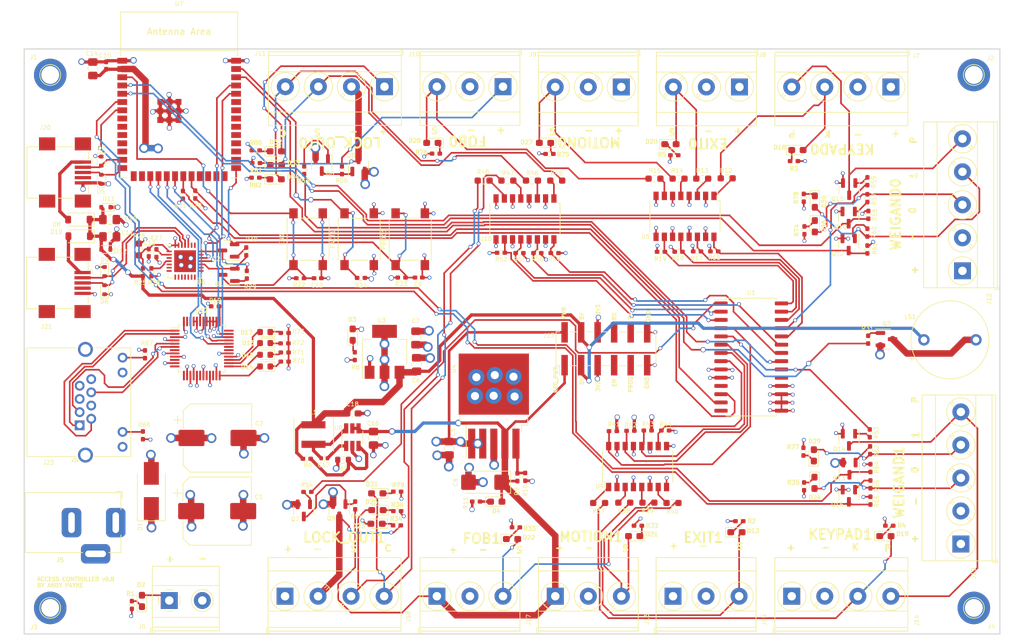
<source format=kicad_pcb>
(kicad_pcb (version 20221018) (generator pcbnew)
  (layers (0 "F.Cu" signal) (1 "In1.Cu" power) (2 "In2.Cu" power) (31 "B.Cu" signal) (34 "B.Paste" user) (35 "F.Paste" user) (36 "B.SilkS" user "B.Silkscreen") (37 "F.SilkS" user "F.Silkscreen") (38 "B.Mask" user) (39 "F.Mask" user) (44 "Edge.Cuts" user))
  (net 0 "")
  (net 1 "GND")
  (net 2 "/5V")
  (net 3 "/Microcontroller/PROG")
  (net 4 "/PROG")
  (net 5 "/RXD")
  (net 6 "/TXD")
  (net 7 "/ESP_EN")
  (net 8 "/POWER")
  (net 9 "/REG_POWER")
  (net 10 "/Microcontroller/EN")
  (net 11 "/MOTION0")
  (net 12 "/MOTION1")
  (net 13 "/PUSH1")
  (net 14 "/KEYPAD1")
  (net 15 "/WG1_DATA0")
  (net 16 "/WG1_DATA1")
  (net 17 "/PUSH0")
  (net 18 "/KEYPAD0")
  (net 19 "/WG0_DATA0")
  (net 20 "/WG0_DATA1")
  (net 21 "Net-(U6-VBUS)")
  (net 22 "/WG0_DATA_SENSE0")
  (net 23 "/WG0_DATA_SENSE1")
  (net 24 "/WG1_DATA_SENSE0")
  (net 25 "/WG1_DATA_SENSE1")
  (net 26 "Net-(R12-Pad1)")
  (net 27 "Net-(R14-Pad1)")
  (net 28 "/FOB0")
  (net 29 "/FOB1")
  (net 30 "/SDA")
  (net 31 "/INTA")
  (net 32 "/INTB")
  (net 33 "Net-(R13-Pad1)")
  (net 34 "Net-(D3-K)")
  (net 35 "Net-(D4-K)")
  (net 36 "/Microcontroller/IO20")
  (net 37 "/Microcontroller/D+")
  (net 38 "/SCLK")
  (net 39 "Net-(D8-A)")
  (net 40 "/Microcontroller/D-")
  (net 41 "Net-(D10-A)")
  (net 44 "/Ethernet/TX_P")
  (net 45 "/Ethernet/TX_N")
  (net 46 "/Ethernet/RX_P")
  (net 47 "/Ethernet/RX_N")
  (net 48 "Net-(Q1-B)")
  (net 49 "/Microcontroller/RTS")
  (net 50 "Net-(Q2-B)")
  (net 51 "/Microcontroller/DTR")
  (net 52 "/Microcontroller/FACT")
  (net 53 "Net-(Q6-B)")
  (net 54 "Net-(Q6-C)")
  (net 55 "Net-(Q7-B)")
  (net 56 "Net-(Q7-C)")
  (net 57 "Net-(Q10-B)")
  (net 58 "Net-(Q11-B)")
  (net 59 "Net-(Q12-B)")
  (net 60 "Net-(Q13-B)")
  (net 61 "Net-(Q14-B)")
  (net 62 "Net-(Q15-B)")
  (net 63 "Net-(U4-Feedback)")
  (net 64 "Net-(U6-~{RST})")
  (net 65 "Net-(U6-~{SUSPEND})")
  (net 66 "Net-(R37-Pad1)")
  (net 67 "Net-(R38-Pad1)")
  (net 68 "Net-(R39-Pad1)")
  (net 69 "Net-(R40-Pad1)")
  (net 70 "Net-(R45-Pad1)")
  (net 71 "Net-(R46-Pad1)")
  (net 72 "Net-(R15-Pad1)")
  (net 73 "Net-(R47-Pad1)")
  (net 74 "Net-(R48-Pad1)")
  (net 92 "/Microcontroller/IO43")
  (net 93 "/Microcontroller/IO44")
  (net 95 "/Microcontroller/IO15")
  (net 96 "/Microcontroller/IO16")
  (net 97 "/Microcontroller/IO17")
  (net 98 "/Microcontroller/IO18")
  (net 99 "/EXIT0")
  (net 100 "/EXIT1")
  (net 101 "/Microcontroller/IO3")
  (net 102 "/Microcontroller/IO46")
  (net 103 "/Microcontroller/IO21")
  (net 104 "/Microcontroller/IO47")
  (net 105 "/Microcontroller/IO48")
  (net 106 "/Microcontroller/IO45")
  (net 107 "/Microcontroller/IO35")
  (net 108 "/Microcontroller/IO36")
  (net 109 "/PUSH1_IO")
  (net 110 "/Microcontroller/IO37")
  (net 111 "/Microcontroller/IO38")
  (net 112 "/Microcontroller/IO39")
  (net 113 "/Microcontroller/IO40")
  (net 114 "/Microcontroller/IO41")
  (net 115 "/Microcontroller/IO42")
  (net 116 "/PUSH0_IO")
  (net 117 "/LOCK0_CLOSE")
  (net 118 "/LOCK1_CLOSE")
  (net 119 "/LOCK0_CLOSE_IO")
  (net 120 "/LOCK1_CLOSE_IO")
  (net 121 "/LOCK0_OUT")
  (net 122 "/LOCK0_STATE")
  (net 123 "/LOCK1_OUT")
  (net 124 "/LOCK1_STATE")
  (net 125 "/LOCK0_CONTROL")
  (net 126 "/LOCK1_CONTROL")
  (net 127 "/KEYPAD0_SENSE")
  (net 128 "/EXIT0_SENSE")
  (net 129 "/FOB0_SENSE")
  (net 130 "/MOTION0_SENSE")
  (net 131 "/KEYPAD1_SENSE")
  (net 132 "/EXIT1_SENSE")
  (net 133 "/FOB1_SENSE")
  (net 134 "/LOCK0_SENSE")
  (net 135 "/LOCK1_SENSE")
  (net 136 "/MOTION1_SENSE")
  (net 137 "Net-(D14-K)")
  (net 138 "Net-(D14-A)")
  (net 139 "Net-(D15-K)")
  (net 140 "Net-(D15-A)")
  (net 141 "Net-(D16-K)")
  (net 142 "Net-(D16-A)")
  (net 143 "Net-(D17-K)")
  (net 144 "Net-(D17-A)")
  (net 145 "Net-(J23-Pad12)")
  (net 146 "Net-(J23-Pad10)")
  (net 147 "Net-(U12-~{RST})")
  (net 157 "/CS")
  (net 158 "/MISO")
  (net 159 "/MOSI")
  (net 163 "/3V3")
  (net 164 "Net-(Q3-C)")
  (net 165 "Net-(Q3-B)")
  (net 166 "/BUZZER")
  (net 167 "/Microcontroller/IO8")
  (net 168 "Net-(U8-BS)")
  (net 169 "Net-(U8-SW)")
  (net 170 "Net-(U8-FB)")
  (net 171 "/Microcontroller/IO19")
  (net 172 "/SCL")
  (net 173 "Net-(D2-K)")
  (net 174 "Net-(D13-K)")
  (net 175 "Net-(D18-K)")
  (net 176 "Net-(D19-K)")
  (net 177 "Net-(D20-K)")
  (net 178 "Net-(D21-K)")
  (net 179 "Net-(D22-K)")
  (net 180 "Net-(D23-K)")
  (net 181 "Net-(D24-K)")
  (net 182 "Net-(D25-K)")
  (net 183 "Net-(D26-K)")
  (net 184 "Net-(D27-K)")
  (net 185 "Net-(D28-K)")
  (net 186 "Net-(D29-K)")
  (net 187 "Net-(D30-K)")
  (net 188 "Net-(D31-K)")
  (net 189 "Net-(D32-K)")
  (net 190 "Net-(D33-K)")
  (net 191 "Net-(D34-K)")
  (footprint "Capacitor_SMD:C_0805_2012Metric_Pad1.18x1.45mm_HandSolder" (layer "F.Cu") (at 146.175 106.2875 -90)
    (fp_text reference "C5")
    (fp_text value "C_10uF")
  )
  (footprint "Capacitor_SMD:C_0805_2012Metric_Pad1.18x1.45mm_HandSolder" (layer "F.Cu") (at 141.179 93.398 90)
    (fp_text reference "C6")
    (fp_text value "C_10uF")
  )
  (footprint "Capacitor_SMD:C_0805_2012Metric_Pad1.18x1.45mm_HandSolder" (layer "F.Cu") (at 141.075 89.3125 -90)
    (fp_text reference "C7")
    (fp_text value "C_10uF")
  )
  (footprint "Capacitor_Tantalum_SMD:CP_EIA-6032-15_Kemet-U_Pad2.25x2.35mm_HandSolder" (layer "F.Cu") (at 151.7 111.51 180)
    (fp_text reference "C8")
    (fp_text value "C_10uF_Ta")
  )
  (footprint "Diode_SMD:D_SMB_Handsoldering" (layer "F.Cu") (at 100.4 112.85 90)
    (fp_text reference "D1")
    (fp_text value "D_Zener")
  )
  (footprint "Resistor_SMD:R_0402_1005Metric_Pad0.72x0.64mm_HandSolder" (layer "F.Cu") (at 123.9 63.5025 -90)
    (fp_text reference "R53")
    (fp_text value "R_10K_0402")
  )
  (footprint "Resistor_SMD:R_0402_1005Metric_Pad0.72x0.64mm_HandSolder" (layer "F.Cu") (at 124.3975 113)
    (fp_text reference "R54")
    (fp_text value "R_10K_0402")
  )
  (footprint "Resistor_SMD:R_0402_1005Metric_Pad0.72x0.64mm_HandSolder" (layer "F.Cu") (at 131.74 115.081 -90)
    (fp_text reference "R55")
    (fp_text value "R_10K_0402")
  )
  (footprint "Resistor_SMD:R_0402_1005Metric_Pad0.72x0.64mm_HandSolder" (layer "F.Cu") (at 129.7 63.505 90)
    (fp_text reference "R56")
    (fp_text value "R_10K_0402")
  )
  (footprint "Resistor_SMD:R_0603_1608Metric_Pad0.98x0.95mm_HandSolder" (layer "F.Cu") (at 188.85 64.75 180)
    (fp_text reference "R12")
    (fp_text value "R_1K")
  )
  (footprint "Resistor_SMD:R_0603_1608Metric_Pad0.98x0.95mm_HandSolder" (layer "F.Cu") (at 185.0875 64.8 180)
    (fp_text reference "R13")
    (fp_text value "R_1K")
  )
  (footprint "Resistor_SMD:R_0603_1608Metric_Pad0.98x0.95mm_HandSolder" (layer "F.Cu") (at 181.45 64.8 180)
    (fp_text reference "R14")
    (fp_text value "R_1K")
  )
  (footprint "Resistor_SMD:R_0603_1608Metric_Pad0.98x0.95mm_HandSolder" (layer "F.Cu") (at 177.75 64.8 180)
    (fp_text reference "R15")
    (fp_text value "R_1K")
  )
  (footprint "Resistor_SMD:R_0603_1608Metric_Pad0.98x0.95mm_HandSolder" (layer "F.Cu") (at 169.2425 114.7)
    (fp_text reference "R37")
    (fp_text value "R_1K")
  )
  (footprint "Resistor_SMD:R_0603_1608Metric_Pad0.98x0.95mm_HandSolder" (layer "F.Cu") (at 173.105 114.65)
    (fp_text reference "R38")
    (fp_text value "R_1K")
  )
  (footprint "Resistor_SMD:R_0603_1608Metric_Pad0.98x0.95mm_HandSolder" (layer "F.Cu") (at 176.8175 114.65)
    (fp_text reference "R39")
    (fp_text value "R_1K")
  )
  (footprint "Resistor_SMD:R_0603_1608Metric_Pad0.98x0.95mm_HandSolder" (layer "F.Cu") (at 180.5175 114.7)
    (fp_text reference "R40")
    (fp_text value "R_1K")
  )
  (footprint "Package_SO:SOIC-28W_7.5x17.9mm_P1.27mm" (layer "F.Cu") (at 192.625 92.25)
    (fp_text reference "U1")
    (fp_text value "MCP23017_SS")
  )
  (footprint "Package_SO:SOP-16_4.4x10.4mm_P1.27mm" (layer "F.Cu") (at 182.44 70.6 -90)
    (fp_text reference "U5")
    (fp_text value "TLP291-4")
  )
  (footprint "Package_SO:SOP-16_4.4x10.4mm_P1.27mm" (layer "F.Cu") (at 175.155 109.1 90)
    (fp_text reference "U9")
    (fp_text value "TLP291-4")
  )
  (footprint "Package_TO_SOT_SMD:SOT-223-3_TabPin2" (layer "F.Cu") (at 136.249 91.4465 90)
    (fp_text reference "U3")
    (fp_text value "REG_AMS1117-3.3")
  )
  (footprint "Package_TO_SOT_SMD:TO-263-5_TabPin3" (layer "F.Cu") (at 153.05 99.7875 90)
    (fp_text reference "U4")
    (fp_text value "MIC29302WU")
  )
  (footprint "Connector_PinHeader_2.54mm:PinHeader_2x06_P2.54mm_Vertical_SMD" (layer "F.Cu") (at 170.28 90.975 90)
    (fp_text reference "J13")
    (fp_text value "Conn_02x06_Odd_Even")
  )
  (footprint "Resistor_SMD:R_0402_1005Metric_Pad0.72x0.64mm_HandSolder" (layer "F.Cu") (at 176.705 103.55 180)
    (fp_text reference "R43")
    (fp_text value "R_10K_0402")
  )
  (footprint "Resistor_SMD:R_0603_1608Metric_Pad0.98x0.95mm_HandSolder" (layer "F.Cu") (at 155.135 65.1 180)
    (fp_text reference "R47")
    (fp_text value "R_1K")
  )
  (footprint "Package_SO:SOP-16_4.4x10.4mm_P1.27mm" (layer "F.Cu") (at 157.8375 71 -90)
    (fp_text reference "U10")
    (fp_text value "TLP291-4")
  )
  (footprint "Resistor_SMD:R_0603_1608Metric_Pad0.98x0.95mm_HandSolder" (layer "F.Cu") (at 162.6475 65.1)
    (fp_text reference "R45")
    (fp_text value "R_1K")
  )
  (footprint "Resistor_SMD:R_0603_1608Metric_Pad0.98x0.95mm_HandSolder" (layer "F.Cu") (at 158.9075 65.1 180)
    (fp_text reference "R46")
    (fp_text value "R_1K")
  )
  (footprint "Resistor_SMD:R_0603_1608Metric_Pad0.98x0.95mm_HandSolder" (layer "F.Cu") (at 151.485 65.1 180)
    (fp_text reference "R48")
    (fp_text value "R_1K")
  )
  (footprint "Open_Automation:Mount_Hole" (layer "F.Cu") (at 84.85 48.85 180)
    (fp_text reference "J1")
    (fp_text value "Conn_01x01_Female")
  )
  (footprint "Open_Automation:Mount_Hole" (layer "F.Cu") (at 226.85 48.85 180)
    (fp_text reference "J2")
    (fp_text value "Conn_01x01_Female")
  )
  (footprint "Open_Automation:Mount_Hole" (layer "F.Cu") (at 84.85 130.85 180)
    (fp_text reference "J3")
    (fp_text value "Conn_01x01_Female")
  )
  (footprint "Open_Automation:Mount_Hole" (layer "F.Cu") (at 226.85 130.85 180)
    (fp_text reference "J4")
    (fp_text value "Conn_01x01_Female")
  )
  (footprint "Resistor_SMD:R_0402_1005Metric_Pad0.72x0.64mm_HandSolder" (layer "F.Cu") (at 156.675 110.735 90)
    (fp_text reference "R9")
    (fp_text value "R_20K")
  )
  (footprint "Resistor_SMD:R_0402_1005Metric_Pad0.72x0.64mm_HandSolder" (layer "F.Cu") (at 157.875 110.6825 -90)
    (fp_text reference "R10")
    (fp_text value "R_2.2K")
  )
  (footprint "Resistor_SMD:R_0402_1005Metric_Pad0.72x0.64mm_HandSolder" (layer "F.Cu") (at 200.75 112.1475 90)
    (fp_text reference "R35")
    (fp_text value "10K")
  )
  (footprint "LED_SMD:LED_0603_1608Metric_Pad1.05x0.95mm_HandSolder" (layer "F.Cu") (at 190.347 119.2)
    (fp_text reference "D13")
    (fp_text value "White")
  )
  (footprint "Resistor_SMD:R_0402_1005Metric_Pad0.72x0.64mm_HandSolder" (layer "F.Cu") (at 210.95 111.84 -90)
    (fp_text reference "R65")
    (fp_text value "R_1K_0402")
  )
  (footprint "Resistor_SMD:R_0402_1005Metric_Pad0.72x0.64mm_HandSolder" (layer "F.Cu") (at 114.9875 76 90)
    (fp_text reference "R30")
    (fp_text value "10K")
  )
  (footprint "LED_SMD:LED_0603_1608Metric_Pad1.05x0.95mm_HandSolder" (layer "F.Cu") (at 135.0225 117.9 180)
    (fp_text reference "D23")
    (fp_text value "White")
  )
  (footprint "Resistor_SMD:R_0402_1005Metric_Pad0.72x0.64mm_HandSolder" (layer "F.Cu") (at 171.3575 103.65 180)
    (fp_text reference "R41")
    (fp_text value "R_10K_0402")
  )
  (footprint "LED_SMD:LED_0603_1608Metric_Pad1.05x0.95mm_HandSolder" (layer "F.Cu") (at 174.6275 119.8 180)
    (fp_text reference "D21")
    (fp_text value "White")
  )
  (footprint "Resistor_SMD:R_0402_1005Metric_Pad0.72x0.64mm_HandSolder" (layer "F.Cu") (at 110.1975 84.4475 180)
    (fp_text reference "R69")
    (fp_text value "1K")
  )
  (footprint "Package_TO_SOT_SMD:SOT-23" (layer "F.Cu") (at 213.4225 89.5)
    (fp_text reference "Q3")
    (fp_text value "Q_MMBT5551")
  )
  (footprint "TerminalBlock_Phoenix:TerminalBlock_Phoenix_MKDS-1,5-2-5.08_1x02_P5.08mm_Horizontal" (layer "F.Cu") (at 103.155 129.705)
    (fp_text reference "J6")
    (fp_text value "Screw_Terminal_01x02")
  )
  (footprint "Capacitor_SMD:C_0402_1005Metric_Pad0.74x0.62mm_HandSolder" (layer "F.Cu") (at 100 76.2 -90)
    (fp_text reference "C13")
    (fp_text value "1uF")
  )
  (footprint "TerminalBlock_Phoenix:TerminalBlock_Phoenix_MKDS-3-3-5.08_1x03_P5.08mm_Horizontal" (layer "F.Cu") (at 190.81 50.7 180)
    (fp_text reference "J8")
    (fp_text value "Terminal_01x03")
  )
  (footprint "Resistor_SMD:R_0402_1005Metric_Pad0.72x0.64mm_HandSolder" (layer "F.Cu") (at 138.8775 80.02)
    (fp_text reference "R23")
    (fp_text value "10K")
  )
  (footprint "LED_SMD:LED_0603_1608Metric_Pad1.05x0.95mm_HandSolder" (layer "F.Cu") (at 180.2 59.5)
    (fp_text reference "D20")
    (fp_text value "White")
  )
  (footprint "Resistor_SMD:R_0402_1005Metric_Pad0.72x0.64mm_HandSolder" (layer "F.Cu") (at 150.3275 114.485)
    (fp_text reference "R11")
    (fp_text value "10K")
  )
  (footprint "Capacitor_SMD:C_0402_1005Metric_Pad0.74x0.62mm_HandSolder" (layer "F.Cu") (at 141.4925 80.02)
    (fp_text reference "C9")
    (fp_text value "1uF")
  )
  (footprint "Resistor_SMD:R_0402_1005Metric_Pad0.72x0.64mm_HandSolder" (layer "F.Cu") (at 190.7975 117.5)
    (fp_text reference "R2")
    (fp_text value "10K")
  )
  (footprint "Button_Switch_SMD:SW_SPST_PTS645" (layer "F.Cu") (at 140.2 74.12 90)
    (fp_text reference "PROG1")
    (fp_text value "SW_PUSH")
  )
  (footprint "Connector_RJ:RJ45_Amphenol_RJHSE538X" (layer "F.Cu") (at 89.375 102.76 90)
    (fp_text reference "J23")
    (fp_text value "CONN_RJ45")
  )
  (footprint "LED_SMD:LED_0603_1608Metric" (layer "F.Cu") (at 117.9 88.4 180)
    (fp_text reference "D17")
    (fp_text value "Red")
  )
  (footprint "Connector_USB:USB_Mini-B_Wuerth_65100516121_Horizontal" (layer "F.Cu") (at 87.225 80.85 -90)
    (fp_text reference "J21")
    (fp_text value "USB_MINI_B")
  )
  (footprint "TerminalBlock_Phoenix:TerminalBlock_Phoenix_MKDS-3-3-5.08_1x03_P5.08mm_Horizontal" (layer "F.Cu") (at 144.3 129.05)
    (fp_text reference "J17")
    (fp_text value "Terminal_01x03")
  )
  (footprint "LED_SMD:LED_0603_1608Metric_Pad1.05x0.95mm_HandSolder" (layer "F.Cu") (at 119.525 60.6)
    (fp_text reference "D32")
    (fp_text value "White")
  )
  (footprint "Resistor_SMD:R_0402_1005Metric_Pad0.72x0.64mm_HandSolder" (layer "F.Cu") (at 210.9 106.59 -90)
    (fp_text reference "R62")
    (fp_text value "R_1K_0402")
  )
  (footprint "Package_TO_SOT_SMD:SOT-23" (layer "F.Cu") (at 207.65 104.9875 -90)
    (fp_text reference "Q14")
    (fp_text value "Q_MMBT5551")
  )
  (footprint "Resistor_SMD:R_0402_1005Metric_Pad0.72x0.64mm_HandSolder" (layer "F.Cu") (at 162.4 76.25 180)
    (fp_text reference "R49")
    (fp_text value "R_10K_0402")
  )
  (footprint "TerminalBlock_Phoenix:TerminalBlock_Phoenix_MKDS-3-5-5.08_1x05_P5.08mm_Horizontal" (layer "F.Cu") (at 224.85 121.01 90)
    (fp_text reference "J19")
    (fp_text value "Screw_Terminal_01x05")
  )
  (footprint "Resistor_SMD:R_0402_1005Metric_Pad0.72x0.64mm_HandSolder" (layer "F.Cu") (at 105.25 67.2975 -90)
    (fp_text reference "R21")
    (fp_text value "10K")
  )
  (footprint "TerminalBlock_Phoenix:TerminalBlock_Phoenix_MKDS-3-3-5.08_1x03_P5.08mm_Horizontal" (layer "F.Cu") (at 162.5 129.05)
    (fp_text reference "J16")
    (fp_text value "Terminal_01x03")
  )
  (footprint "LED_SMD:LED_0603_1608Metric_Pad1.05x0.95mm_HandSolder" (layer "F.Cu") (at 160.925 59.3 180)
    (fp_text reference "D27")
    (fp_text value "White")
  )
  (footprint "Resistor_SMD:R_0402_1005Metric_Pad0.72x0.64mm_HandSolder" (layer "F.Cu") (at 120.8675 90.1475)
    (fp_text reference "R72")
    (fp_text value "1K")
  )
  (footprint "Package_TO_SOT_SMD:SOT-23" (layer "F.Cu") (at 207.64 113.591 -90)
    (fp_text reference "Q15")
    (fp_text value "Q_MMBT5551")
  )
  (footprint "Capacitor_SMD:C_0402_1005Metric_Pad0.74x0.62mm_HandSolder" (layer "F.Cu") (at 125.975 80.12)
    (fp_text reference "C12")
    (fp_text value "1uF")
  )
  (footprint "Resistor_SMD:R_0402_1005Metric_Pad0.72x0.64mm_HandSolder" (layer "F.Cu") (at 210.48 65.2 90)
    (fp_text reference "R59")
    (fp_text value "R_100")
  )
  (footprint "Resistor_SMD:R_0402_1005Metric_Pad0.72x0.64mm_HandSolder" (layer "F.Cu") (at 175.2 118.2)
    (fp_text reference "R32")
    (fp_text value "10K")
  )
  (footprint "LED_SMD:LED_0603_1608Metric_Pad1.05x0.95mm_HandSolder" (layer "F.Cu") (at 199.725 60.4)
    (fp_text reference "D18")
    (fp_text value "White")
  )
  (footprint "Resistor_SMD:R_0402_1005Metric_Pad0.72x0.64mm_HandSolder" (layer "F.Cu") (at 213.849672 118.2)
    (fp_text reference "R4")
    (fp_text value "10K")
  )
  (footprint "Package_TO_SOT_SMD:SOT-23-6_Handsoldering" (layer "F.Cu") (at 131.3 104.575 90)
    (fp_text reference "U8")
    (fp_text value "REG_MT2492")
  )
  (footprint "LED_SMD:LED_0603_1608Metric_Pad1.05x0.95mm_HandSolder" (layer "F.Cu") (at 131.35 88.8 90)
    (fp_text reference "D3")
    (fp_text value "White")
  )
  (footprint "Resistor_SMD:R_0402_1005Metric_Pad0.72x0.64mm_HandSolder" (layer "F.Cu") (at 210.48 73.1025 -90)
    (fp_text reference "R60")
    (fp_text value "R_1K_0402")
  )
  (footprint "Resistor_SMD:R_0402_1005Metric_Pad0.72x0.64mm_HandSolder" (layer "F.Cu") (at 107.15 67.25 90)
    (fp_text reference "R20")
    (fp_text value "10K")
  )
  (footprint "Resistor_SMD:R_0402_1005Metric_Pad0.72x0.64mm_HandSolder" (layer "F.Cu") (at 156.45 118.45)
    (fp_text reference "R33")
    (fp_text value "10K")
  )
  (footprint "Capacitor_SMD:C_0603_1608Metric_Pad1.08x0.95mm_HandSolder" (layer "F.Cu") (at 131.325 100.925)
    (fp_text reference "C18")
    (fp_text value "C_22uF")
  )
  (footprint "Resistor_SMD:R_0402_1005Metric_Pad0.72x0.64mm_HandSolder" (layer "F.Cu") (at 161.6025 61)
    (fp_text reference "R75")
    (fp_text value "10K")
  )
  (footprint "Diode_SMD:D_SOD-523" (layer "F.Cu") (at 92.7 62.1 -90)
    (fp_text reference "D7")
    (fp_text value "ESD_5V")
  )
  (footprint "Open_Automation:L_4x4" (layer "F.Cu") (at 125.315 104.175 90)
    (fp_text reference "L1")
    (fp_text value "10uH")
  )
  (footprint "TerminalBlock_Phoenix:TerminalBlock_Phoenix_MKDS-3-5-5.08_1x05_P5.08mm_Horizontal" (layer "F.Cu") (at 225.1 78.985 90)
    (fp_text reference "J12")
    (fp_text value "Screw_Terminal_01x05")
  )
  (footprint "Resistor_SMD:R_0402_1005Metric_Pad0.72x0.64mm_HandSolder" (layer "F.Cu") (at 115.075 79.5775 -90)
    (fp_text reference "R29")
    (fp_text value "10K")
  )
  (footprint "Package_TO_SOT_SMD:SOT-23" (layer "F.Cu") (at 207.6055 70.7895 -90)
    (fp_text reference "Q10")
    (fp_text value "Q_MMBT5551")
  )
  (footprint "LED_SMD:LED_0603_1608Metric_Pad1.05x0.95mm_HandSolder" (layer "F.Cu") (at 98.95 129.775 90)
    (fp_text reference "D2")
    (fp_text value "White")
  )
  (footprint "LED_SMD:LED_0603_1608Metric_Pad1.05x0.95mm_HandSolder" (layer "F.Cu") (at 153.425 114.5)
    (fp_text reference "D4")
    (fp_text value "White")
  )
  (footprint "Package_TO_SOT_SMD:SOT-23" (layer "F.Cu") (at 207.72 109.4205 -90)
    (fp_text reference "Q13")
    (fp_text value "Q_MMBT5551")
  )
  (footprint "Resistor_SMD:R_0402_1005Metric_Pad0.72x0.64mm_HandSolder" (layer "F.Cu") (at 99.425 91.825 90)
    (fp_text reference "R67")
    (fp_text value "10K")
  )
  (footprint "LED_SMD:LED_0603_1608Metric_Pad1.05x0.95mm_HandSolder" (layer "F.Cu") (at 119.55 62.7)
    (fp_text reference "D33")
    (fp_text value "White")
  )
  (footprint "LED_SMD:LED_0603_1608Metric_Pad1.05x0.95mm_HandSolder" (layer "F.Cu") (at 202.4 68.3275 -90)
    (fp_text reference "D30")
    (fp_text value "White")
  )
  (footprint "Resistor_SMD:R_0402_1005Metric_Pad0.72x0.64mm_HandSolder" (layer "F.Cu") (at 99.1 79.2 -90)
    (fp_text reference "R25")
    (fp_text value "22.1K")
  )
  (footprint "Resistor_SMD:R_0402_1005Metric_Pad0.72x0.64mm_HandSolder" (layer "F.Cu") (at 210.85 103.9875 -90)
    (fp_text reference "R63")
    (fp_text value "R_100")
  )
  (footprint "LED_SMD:LED_0603_1608Metric_Pad1.05x0.95mm_HandSolder" (layer "F.Cu") (at 135.12 113.22 180)
    (fp_text reference "D31")
    (fp_text value "White")
  )
  (footprint "Resistor_SMD:R_0402_1005Metric_Pad0.72x0.64mm_HandSolder" (layer "F.Cu") (at 154.1475 76.2)
    (fp_text reference "R52")
    (fp_text value "R_10K_0402")
  )
  (footprint "Package_QFP:LQFP-48_7x7mm_P0.5mm" (layer "F.Cu") (at 108.15 90.9375)
    (fp_text reference "U12")
    (fp_text value "W5500")
  )
  (footprint "LED_SMD:LED_0603_1608Metric" (layer "F.Cu") (at 117.9 91.9 180)
    (fp_text reference "D15")
    (fp_text value "Red")
  )
  (footprint "Package_TO_SOT_SMD:SOT-23" (layer "F.Cu") (at 207.68 66.4125 -90)
    (fp_text reference "Q11")
    (fp_text value "Q_MMBT5551")
  )
  (footprint "Package_TO_SOT_SMD:SOT-23" (layer "F.Cu") (at 112.2625 75.85 180)
    (fp_text reference "Q2")
    (fp_text value "Q_L8550HQLT1G")
  )
  (footprint "Open_Automation:BarrelJack_OD5.5_ID2.5" (layer "F.Cu") (at 94.825 117.725)
    (fp_text reference "J5")
    (fp_text value "Barrel_Jack_Switch")
  )
  (footprint "Resistor_SMD:R_0402_1005Metric_Pad0.72x0.64mm_HandSolder" (layer "F.Cu") (at 186.95 76)
    (fp_text reference "R16")
    (fp_text value "R_10K_0402")
  )
  (footprint "Resistor_SMD:R_0402_1005Metric_Pad0.72x0.64mm_HandSolder" (layer "F.Cu") (at 101.175 76.275 90)
    (fp_text reference "R27")
    (fp_text value "1K")
  )
  (footprint "Package_DFN_QFN:QFN-28-1EP_5x5mm_P0.5mm_EP3.35x3.35mm" (layer "F.Cu") (at 105.58 77.5 -90)
    (fp_text reference "U6")
    (fp_text value "CP2102N-Axx-xQFN28")
  )
  (footprint "LED_SMD:LED_0603_1608Metric" (layer "F.Cu") (at 117.9 90.1 180)
    (fp_text reference "D16")
    (fp_text value "Red")
  )
  (footprint "Diode_SMD:D_SOD-123" (layer "F.Cu") (at 89.25 71.1 180)
    (fp_text reference "D8")
    (fp_text value "D_1N5819HW")
  )
  (footprint "Package_TO_SOT_SMD:SOT-23" (layer "F.Cu") (at 132.25 62.765 90)
    (fp_text reference "Q8")
    (fp_text value "Q_AO3400A")
  )
  (footprint "Resistor_SMD:R_0402_1005Metric_Pad0.72x0.64mm_HandSolder" (layer "F.Cu") (at 180.8 61.2)
    (fp_text reference "R5")
    (fp_text value "10K")
  )
  (footprint "LED_SMD:LED_0603_1608Metric_Pad1.05x0.95mm_HandSolder" (layer "F.Cu") (at 213.247172 119.8)
    (fp_text reference "D19")
    (fp_text value "White")
  )
  (footprint "Resistor_SMD:R_0402_1005Metric_Pad0.72x0.64mm_HandSolder" (layer "F.Cu") (at 200.7 67.7525 90)
    (fp_text reference "R78")
    (fp_text value "10K")
  )
  (footprint "TerminalBlock_Phoenix:TerminalBlock_Phoenix_MKDS-3-3-5.08_1x03_P5.08mm_Horizontal" (layer "F.Cu") (at 154.46 50.65 180)
    (fp_text reference "J10")
    (fp_text value "Terminal_01x03")
  )
  (footprint "Package_TO_SOT_SMD:SOT-23" (layer "F.Cu") (at 207.6055 74.932 -90)
    (fp_text reference "Q12")
    (fp_text value "Q_MMBT5551")
  )
  (footprint "LED_SMD:LED_0603_1608Metric_Pad1.05x0.95mm_HandSolder" (layer "F.Cu") (at 135.15 115.8 180)
    (fp_text reference "D25")
    (fp_text value "White")
  )
  (footprint "TerminalBlock_Phoenix:TerminalBlock_Phoenix_MKDS-3-4-5.08_1x04_P5.08mm_Horizontal" (layer "F.Cu") (at 120.95 129.05)
    (fp_text reference "J18")
    (fp_text value "Terminal_01x04")
  )
  (footprint "Resistor_SMD:R_0402_1005Metric_Pad0.72x0.64mm_HandSolder" (layer "F.Cu") (at 120.8975 88.5475)
    (fp_text reference "R73")
    (fp_text value "1K")
  )
  (footprint "TerminalBlock_Phoenix:TerminalBlock_Phoenix_MKDS-3-4-5.08_1x04_P5.08mm_Horizontal" (layer "F.Cu") (at 198.85 129.05)
    (fp_text reference "J14")
    (fp_text value "Terminal_01x04")
  )
  (footprint "Capacitor_SMD:CP_Elec_10x10" (layer "F.Cu") (at 110.5175 115.95)
    (fp_text reference "C1")
    (fp_text value "C_470uF")
  )
  (footprint "Package_TO_SOT_SMD:SOT-23" (layer "F.Cu") (at 129.29 115.8185 -90)
    (fp_text reference "Q9")
    (fp_text value "Q_AO3400A")
  )
  (footprint "Resistor_SMD:R_0402_1005Metric_Pad0.72x0.64mm_HandSolder" (layer "F.Cu") (at 132.6275 80.07 180)
    (fp_text reference "R24")
    (fp_text value "10K")
  )
  (footprint "TerminalBlock_Phoenix:TerminalBlock_Phoenix_MKDS-3-4-5.08_1x04_P5.08mm_Horizontal" (layer "F.Cu") (at 214.09 50.7 180)
    (fp_text reference "J7")
    (fp_text value "Terminal_01x04")
  )
  (footprint "Resistor_SMD:R_0402_1005Metric_Pad0.72x0.64mm_HandSolder" (layer "F.Cu") (at 210.6 89.5725 90)
    (fp_text reference "R31")
    (fp_text value "R_100")
  )
  (footprint "Resistor_SMD:R_0402_1005Metric_Pad0.72x0.64mm_HandSolder" (layer "F.Cu") (at 138.1475 118.15 180)
    (fp_text reference "R34")
    (fp_text value "10K")
  )
  (footprint "Capacitor_SMD:C_0805_2012Metric_Pad1.18x1.45mm_HandSolder" (layer "F.Cu") (at 134.55 104.75 -90)
    (fp_text reference "C16")
    (fp_text value "C_10uF")
  )
  (footprint "Resistor_SMD:R_0402_1005Metric_Pad0.72x0.64mm_HandSolder" (layer "F.Cu") (at 200.8 72.75 90)
    (fp_text reference "R74")
    (fp_text value "10K")
  )
  (footprint "Resistor_SMD:R_0402_1005Metric_Pad0.72x0.64mm_HandSolder" (layer "F.Cu") (at 181.4525 76.05)
    (fp_text reference "R18")
    (fp_text value "R_10K_0402")
  )
  (footprint "Capacitor_SMD:C_0402_1005Metric_Pad0.74x0.62mm_HandSolder" (layer "F.Cu") (at 93.45 47.4 90)
    (fp_text reference "C15")
    (fp_text value "100nF")
  )
  (footprint "LED_SMD:LED_0603_1608Metric_Pad1.05x0.95mm_HandSolder" (layer "F.Cu") (at 119.51 64.9)
    (fp_text reference "D34")
    (fp_text value "White")
  )
  (footprint "TerminalBlock_Phoenix:TerminalBlock_Phoenix_MKDS-3-3-5.08_1x03_P5.08mm_Horizontal" (layer "F.Cu") (at 172.65 50.7 180)
    (fp_text reference "J9")
    (fp_text value "Terminal_01x03")
  )
  (footprint "LED_SMD:LED_0603_1608Metric" (layer "F.Cu") (at 117.9 93.7 180)
    (fp_text reference "D14")
    (fp_text value "Red")
  )
  (footprint "LED_SMD:LED_0603_1608Metric_Pad1.05x0.95mm_HandSolder" (layer "F.Cu") (at 202.35 111.6 -90)
    (fp_text reference "D24")
    (fp_text value "White")
  )
  (footprint "Capacitor_SMD:C_0805_2012Metric_Pad1.18x1.45mm_HandSolder" (layer "F.Cu") (at 93.9875 71.1)
    (fp_text reference "C10")
    (fp_text value "C_10uF")
  )
  (footprint "Diode_SMD:D_SOD-523" (layer "F.Cu") (at 92.7 64.9 90)
    (fp_text reference "D5")
    (fp_text value "ESD_5V")
  )
  (footprint "Resistor_SMD:R_0402_1005Metric_Pad0.72x0.64mm_HandSolder" (layer "F.Cu") (at 210.95 109.335 90)
    (fp_text reference "R64")
    (fp_text value "R_1K_0402")
  )
  (footprint "LED_SMD:LED_0603_1608Metric_Pad1.05x0.95mm_HandSolder" (layer "F.Cu") (at 155.85 120.25)
    (fp_text reference "D22")
    (fp_text value "White")
  )
  (footprint "Resistor_SMD:R_0402_1005Metric_Pad0.72x0.64mm_HandSolder" (layer "F.Cu") (at 159.7475 76.25 180)
    (fp_text reference "R50")
    (fp_text value "R_10K_0402")
  )
  (footprint "Resistor_SMD:R_0402_1005Metric_Pad0.72x0.64mm_HandSolder" (layer "F.Cu") (at 120.895 91.5475)
    (fp_text reference "R71")
    (fp_text value "1K")
  )
  (footprint "Resistor_SMD:R_0603_1608Metric_Pad0.98x0.95mm_HandSolder" (layer "F.Cu") (at 98.5 75.7025 -90)
    (fp_text reference "R26")
    (fp_text value "47.5K")
  )
  (footprint "Capacitor_SMD:C_0402_1005Metric" (layer "F.Cu") (at 126.995 107.825 180)
    (fp_text reference "C17")
    (fp_text value "22nF")
  )
  (footprint "Open_Automation:S_YXDZ" (layer "F.Cu") (at 223.175 89.6 90)
    (fp_text reference "LS1")
    (fp_text value "TMB12A05")
  )
  (footprint "Resistor_SMD:R_0402_1005Metric_Pad0.72x0.64mm_HandSolder" (layer "F.Cu") (at 99.1 104.2975 -90)
    (fp_text reference "R68")
    (fp_text value "10K")
  )
  (footprint "Resistor_SMD:R_0402_1005Metric_Pad0.72x0.64mm_HandSolder" (layer "F.Cu") (at 97.4 130.4025 90)
    (fp_text reference "R1")
    (fp_text value "10K")
  )
  (footprint "Resistor_SMD:R_0402_1005Metric_Pad0.72x0.64mm_HandSolder" (layer "F.Cu") (at 156.9975 76.25 180)
    (fp_text reference "R51")
    (fp_text value "R_10K_0402")
  )
  (footprint "Resistor_SMD:R_0402_1005Metric_Pad0.72x0.64mm_HandSolder" (layer "F.Cu") (at 138.1975 115.95 180)
    (fp_text reference "R36")
    (fp_text value "10K")
  )
  (footprint "LED_SMD:LED_0603_1608Metric_Pad1.05x0.95mm_HandSolder" (layer "F.Cu") (at 143.6 59.3 180)
    (fp_text reference "D28")
    (fp_text value "White")
  )
  (footprint "Resistor_SMD:R_0402_1005Metric_Pad0.72x0.64mm_HandSolder" (layer "F.Cu") (at 210.63 70.3775 90)
    (fp_text reference "R58")
    (fp_text value "R_1K_0402")
  )
  (footprint "Resistor_SMD:R_0402_1005Metric_Pad0.72x0.64mm_HandSolder" (layer "F.Cu") (at 116.4025 64.65)
    (fp_text reference "R82")
    (fp_text value "10K")
  )
  (footprint "Connector_USB:USB_Mini-B_Wuerth_65100516121_Horizontal" (layer "F.Cu") (at 87.275 63.85 -90)
    (fp_text reference "J20")
    (fp_text value "USB_MINI_B")
  )
  (footprint "Resistor_SMD:R_0402_1005Metric_Pad0.72x0.64mm_HandSolder" (layer "F.Cu") (at 210.95 114.34 90)
    (fp_text reference "R66")
    (fp_text value "R_1K_0402")
  )
  (footprint "Capacitor_SMD:C_0805_2012Metric_Pad1.18x1.45mm_HandSolder" (layer "F.Cu") (at 91.4 47.895 90)
    (fp_text reference "C14")
    (fp_text value "C_10uF")
  )
  (footprint "Resistor_SMD:R_0603_1608Metric" (layer "F.Cu") (at 129.875 108.05 180)
    (fp_text reference "R7")
    (fp_text value "13K")
  )
  (footprint "Diode_SMD:D_SOD-523" (layer "F.Cu") (at 93.2 79.1 -90)
    (fp_text reference "D9")
    (fp_text value "ESD_5V")
  )
  (footprint "TerminalBlock_Phoenix:TerminalBlock_Phoenix_MKDS-3-3-5.08_1x03_P5.08mm_Horizontal" (layer "F.Cu") (at 180.6 129.05)
    (fp_text reference "J15")
    (fp_text value "Terminal_01x03")
  )
  (footprint "Resistor_SMD:R_0402_1005Metric_Pad0.72x0.64mm_HandSolder" (layer "F.Cu") (at 131.677 92.1065 90)
    (fp_text reference "R8")
    (fp_text value "10K")
  )
  (footprint "Resistor_SMD:R_0402_1005Metric_Pad0.72x0.64mm_HandSolder" (layer "F.Cu") (at 199.1975 62.1 180)
    (fp_text reference "R3")
    (fp_text value "10K")
  )
  (footprint "Resistor_SMD:R_0402_1005Metric_Pad0.72x0.64mm_HandSolder" (layer "F.Cu") (at 184.3 76)
    (fp_text reference "R17")
    (fp_text value "R_10K_0402")
  )
  (footprint "Button_Switch_SMD:SW_SPST_PTS645" (layer "F.Cu") (at 124.5 74.12 90)
    (fp_text reference "EN1")
    (fp_text value "SW_PUSH")
  )
  (footprint "Resistor_SMD:R_0402_1005Metric_Pad0.72x0.64mm_HandSolder" (layer "F.Cu") (at 210.48 75.6975 90)
    (fp_text reference "R61")
    (fp_text value "R_1K_0402")
  )
  (footprint "Resistor_SMD:R_0402_1005Metric_Pad0.72x0.64mm_HandSolder" (layer "F.Cu") (at 179.4025 103.55 180)
    (fp_text reference "R44")
    (fp_text value "R_10K_0402")
  )
  (footprint "LED_SMD:LED_0603_1608Metric_Pad1.05x0.95mm_HandSolder" (layer "F.Cu") (at 202.25 107.375 90)
    (fp_text reference "D29")
    (fp_text value "White")
  )
  (footprint "Espressif:ESP32-S3-WROOM-1" (layer "F.Cu") (at 104.675 54.92)
    (fp_text reference "U7")
    (fp_text value "ESP32-S3-WROOM-1")
  )
  (footprint "Diode_SMD:D_SOD-523" (layer "F.Cu") (at 93.2 81.9 90)
    (fp_text reference "D6")
    (fp_text value "ESD_5V")
  )
  (footprint "Resistor_SMD:R_0402_1005Metric_Pad0.72x0.64mm_HandSolder" (layer "F.Cu") (at 138.1975 112.95 180)
    (fp_text reference "R79")
    (fp_text value "10K")
  )
  (footprint "Package_TO_SOT_SMD:SOT-23" (layer "F.Cu") (at 123.84 115.8435 -90)
    (fp_text reference "Q7")
    (fp_text value "Q_MMBT5551")
  )
  (footprint "Capacitor_SMD:CP_Elec_10x10" (layer "F.Cu") (at 110.5675 104.7)
    (fp_text reference "C2")
    (fp_text value "C_470uF")
  )
  (footprint "Resistor_SMD:R_0402_1005Metric_Pad0.72x0.64mm_HandSolder" (layer "F.Cu") (at 116.5025 62.4)
    (fp_text reference "R81")
    (fp_text value "10K")
  )
  (footprint "Resistor_SMD:R_0402_1005Metric_Pad0.72x0.64mm_HandSolder" (layer "F.Cu") (at 116.4525 60.45)
    (fp_text reference "R80")
    (fp_text value "10K")
  )
  (footprint "Resistor_SMD:R_0402_1005Metric_Pad0.72x0.64mm_HandSolder" (layer "F.Cu") (at 120.8975 92.9475)
    (fp_text reference "R70")
    (fp_text value "1K")
  )
  (footprint "TerminalBlock_Phoenix:TerminalBlock_Phoenix_MKDS-3-4-5.08_1x04_P5.08mm_Horizontal" (layer "F.Cu") (at 136.24 50.65 180)
    (fp_text reference "J11")
    (fp_text value "Terminal_01x04")
  )
  (footprint "LED_SMD:LED_0603_1608Metric_Pad1.05x0.95mm_HandSolder" (layer "F.Cu") (at 202.4 72.1275 -90)
    (fp_text reference "D26")
    (fp_text value "White")
  )
  (footprint "Resistor_SMD:R_0402_1005Metric_Pad0.72x0.64mm_HandSolder" (layer "F.Cu") (at 124.2975 107.9)
    (fp_text reference "R6")
    (fp_text value "100K")
  )
  (footprint "Capacitor_SMD:C_0805_2012Metric_Pad1.18x1.45mm_HandSolder" (layer "F.Cu") (at 94 73.75)
    (fp_text reference "C11")
    (fp_text value "C_10uF")
  )
  (footprint "Resistor_SMD:R_0402_1005Metric_Pad0.72x0.64mm_HandSolder" (layer "F.Cu") (at 144.1475 60.95)
    (fp_text reference "R76")
    (fp_text value "10K")
  )
  (footprint "Resistor_SMD:R_0402_1005Metric_Pad0.72x0.64mm_HandSolder" (layer "F.Cu") (at 200.65 106.8 -90)
    (fp_text reference "R77")
    (fp_text value "10K")
  )
  (footprint "Resistor_SMD:R_0402_1005Metric_Pad0.72x0.64mm_HandSolder" (layer "F.Cu") (at 178.7475 76.05)
    (fp_text reference "R19")
    (fp_text value "R_10K_0402")
  )
  (footprint "Resistor_SMD:R_0402_1005Metric_Pad0.72x0.64mm_HandSolder" (layer "F.Cu") (at 174.0575 103.6 180)
    (fp_text reference "R42")
    (fp_text value "R_10K_0402")
  )
  (footprint "Package_TO_SOT_SMD:SOT-23" (layer "F.Cu") (at 112.3 79.6 180)
    (fp_text reference "Q1")
    (fp_text value "Q_L8050QLT1G")
  )
  (footprint "Diode_SMD:D_SOD-523" (layer "F.Cu") (at 93.4 69.2 180)
    (fp_text reference "D11")
    (fp_text value "ESD_5V")
  )
  (footprint "Button_Switch_SMD:SW_SPST_PTS645" (layer "F.Cu") (at 132.35 74.12 90)
    (fp_text reference "FACT1")
    (fp_text value "SW_PUSH")
  )
  (footprint "Resistor_SMD:R_0402_1005Metric_Pad0.72x0.64mm_HandSolder" (layer "F.Cu") (at 210.48 67.8025 90)
    (fp_text reference "R57")
    (fp_text value "R_1K_0402")
  )
  (footprint "Resistor_SMD:R_0402_1005Metric_Pad0.72x0.64mm_HandSolder" (layer "F.Cu") (at 100.4 79.2 -90)
    (fp_text reference "R28")
    (fp_text value "10K")
  )
  (footprint "Diode_SMD:D_SOD-123" (layer "F.Cu") (at 89.3 73.65 180)
    (fp_text reference "D10")
    (fp_text value "D_1N5819HW")
  )
  (footprint "Package_TO_SOT_SMD:SOT-23" (layer "F.Cu") (at 126.6 62.7025 -90)
    (fp_text reference "Q6")
    (fp_text value "Q_MMBT5551")
  )
  (footprint "Resistor_SMD:R_0402_1005Metric_Pad0.72x0.64mm_HandSolder" (layer "F.Cu") (at 123.275 80.12)
    (fp_text reference "R22")
    (fp_text value "10K")
  )
  (footprint "Diode_SMD:D_SOD-523" (layer "F.Cu") (at 93.4 75.7 180)
    (fp_text reference "D12")
    (fp_text value "ESD_5V")
  )
  (gr_line (start 230.85 134.85) (end 230.85 44.85) (stroke (width 0.15)) (layer "Edge.Cuts"))
  (gr_line (start 80.85 44.85) (end 80.85 134.85) (stroke (width 0.15)) (layer "Edge.Cuts"))
  (gr_line (start 230.85 44.85) (end 80.85 44.85) (stroke (width 0.15)) (layer "Edge.Cuts"))
  (gr_line (start 80.85 134.85) (end 230.85 134.85) (stroke (width 0.15)) (layer "Edge.Cuts"))
  (gr_text "-" (at 204.059 121.525) (layer "F.SilkS") (effects (font (size 1 1) (thickness 0.25))))
  (gr_text "+" (at 198.725 121.525) (layer "F.SilkS") (effects (font (size 1 1) (thickness 0.25))))
  (gr_text "KEYPAD0" (at 206.6 60.225 180) (layer "F.SilkS") (effects (font (size 1.5 1.5) (thickness 0.3))))
  (gr_text "EXIT0" (at 185.95 59.35 180) (layer "F.SilkS") (effects (font (size 1.5 1.5) (thickness 0.3))))
  (gr_text "MOTION0" (at 167.7 59.2 180) (layer "F.SilkS") (effects (font (size 1.5 1.5) (thickness 0.3))))
  (gr_text "FOB0" (at 149 59 180) (layer "F.SilkS") (effects (font (size 1.5 1.5) (thickness 0.3))))
  (gr_text "LOCK_OUT0" (at 129.36 59.21 180) (layer "F.SilkS") (effects (font (size 1.5 1.5) (thickness 0.3))))
  (gr_text "-" (at 185.272 121.3) (layer "F.SilkS") (effects (font (size 1 1) (thickness 0.25))))
  (gr_text "S" (at 190.86 121.3 180) (layer "F.SilkS") (effects (font (size 1 1) (thickness 0.25))))
  (gr_text "EXIT1" (at 185.264 120.034) (layer "F.SilkS") (effects (font (size 1.5 1.5) (thickness 0.3))))
  (gr_text "+" (at 180.7 121.3) (layer "F.SilkS") (effects (font (size 1 1) (thickness 0.25))))
  (gr_text "MOTION1" (at 168 119.9) (layer "F.SilkS") (effects (font (size 1.5 1.5) (thickness 0.3))))
  (gr_text "FOB1" (at 151.2 120.175) (layer "F.SilkS") (effects (font (size 1.5 1.5) (thickness 0.3))))
  (gr_text "LOCK_OUT1" (at 130.068 119.995) (layer "F.SilkS") (effects (font (size 1.5 1.5) (thickness 0.3))))
  (gr_text "WEIGAND1" (at 215.34 111.54 90) (layer "F.SilkS") (effects (font (size 1.5 1.5) (thickness 0.3))))
  (gr_text "WEIGAND0" (at 214.83 70.3 90) (layer "F.SilkS") (effects (font (size 1.5 1.5) (thickness 0.3))))
  (gr_text "REG_PWR" (at 162.58 95.725 90) (layer "F.SilkS") (effects (font (size 0.6 0.6))))
  (gr_text "PWR" (at 163.83 85.475 90) (layer "F.SilkS") (effects (font (size 0.6 0.6))))
  (gr_text "5V" (at 166.58 95.975 90) (layer "F.SilkS") (effects (font (size 0.6 0.6))))
  (gr_text "5V" (at 166.58 85.975 90) (layer "F.SilkS") (effects (font (size 0.6 0.6))))
  (gr_text "3V3" (at 169.08 96.725 90) (layer "F.SilkS") (effects (font (size 0.6 0.6))))
  (gr_text "3V3" (at 169.08 84.975 90) (layer "F.SilkS") (effects (font (size 0.6 0.6))))
  (gr_text "EN" (at 171.58 96.225 90) (layer "F.SilkS") (effects (font (size 0.6 0.6))))
  (gr_text "RX" (at 171.58 85.975 90) (layer "F.SilkS") (effects (font (size 0.6 0.6))))
  (gr_text "PROG" (at 174.08 96.475 90) (layer "F.SilkS") (effects (font (size 0.6 0.6))))
  (gr_text "TX" (at 174.08 85.975 90) (layer "F.SilkS") (effects (font (size 0.6 0.6))))
  (gr_text "GND" (at 176.83 85.975 90) (layer "F.SilkS") (effects (font (size 0.6 0.6))))
  (gr_text "GND" (at 176.58 96.225 90) (layer "F.SilkS") (effects (font (size 0.6 0.6))))
  (gr_text "1" (at 217.6 64.32 90) (layer "F.SilkS") (effects (font (size 1 1) (thickness 0.25))))
  (gr_text "K" (at 208.631 121.525) (layer "F.SilkS") (effects (font (size 1 1) (thickness 0.25))))
  (gr_text "S" (at 143.95 57.45) (layer "F.SilkS") (effects (font (size 1 1) (thickness 0.25))))
  (gr_text "+" (at 190.61 57.6 180) (layer "F.SilkS") (effects (font (size 1 1) (thickness 0.25))))
  (gr_text "+" (at 172.25 57.5 180) (layer "F.SilkS") (effects (font (size 1 1) (thickness 0.25))))
  (gr_text "-" (at 167.712 121.6) (layer "F.SilkS") (effects (font (size 1 1) (thickness 0.25))))
  (gr_text "+" (at 154.11 57.45 180) (layer "F.SilkS") (effects (font (size 1 1) (thickness 0.25))))
  (gr_text "-" (at 125.95 121.775) (layer "F.SilkS") (effects (font (size 1 1) (thickness 0.25))))
  (gr_text "0" (at 217.42 69.7 90) (layer "F.SilkS") (effects (font (size 1 1) (thickness 0.25))))
  (gr_text "-" (at 186.038 57.6 180) (layer "F.SilkS") (effects (font (size 1 1) (thickness 0.25))))
  (gr_text "-" (at 108.3 123.35 180) (layer "F.SilkS") (effects (font (size 1 1) (thickness 0.25))))
  (gr_text "S" (at 131.538 121.775) (layer "F.SilkS") (effects (font (size 1 1) (thickness 0.25))))
  (gr_text "P" (at 217.6 58.9 90) (layer "F.SilkS") (effects (font (size 1 1) (thickness 0.25))))
  (gr_text "-" (at 151.397 121.85) (layer "F.SilkS") (effects (font (size 1 1) (thickness 0.25))))
  (gr_text "+" (at 214.825 57.8) (layer "F.SilkS") (effects (font (size 1 1) (thickness 0.25))))
  (gr_text "-" (at 217.9 114.48 90) (layer "F.SilkS") (effects (font (size 1 1) (thickness 0.25))))
  (gr_text "-" (at 131.488 57.66 180) (layer "F.SilkS") (effects (font (size 1 1) (thickness 0.25))))
  (gr_text "+" (at 146.825 121.85) (layer "F.SilkS") (effects (font (size 1 1) (thickness 0.25))))
  (gr_text "ACCESS CONTROLLER v0.8\nBY ANDY PAYNE\n" (at 82.75 126.9) (layer "F.SilkS") (effects (font (size 0.6 0.6)) (justify left)))
  (gr_text "+" (at 121.378 121.775) (layer "F.SilkS") (effects (font (size 1 1) (thickness 0.25))))
  (gr_text "P" (at 217.87 98.82 90) (layer "F.SilkS") (effects (font (size 1 1) (thickness 0.25))))
  (gr_text "S" (at 125.9 57.66 180) (layer "F.SilkS") (effects (font (size 1 1) (thickness 0.25))))
  (gr_text "+" (at 136.06 57.66 180) (layer "F.SilkS") (effects (font (size 1 1) (thickness 0.25))))
  (gr_text "+" (at 163.14 121.6) (layer "F.SilkS") (effects (font (size 1 1) (thickness 0.25))))
  (gr_text "-" (at 167.678 57.5 180) (layer "F.SilkS") (effects (font (size 1 1) (thickness 0.25))))
  (gr_text "1" (at 217.9 104.25 90) (layer "F.SilkS") (effects (font (size 1 1) (thickness 0.25))))
  (gr_text "C" (at 120.65 57.75 180) (layer "F.SilkS") (effects (font (size 1 1) (thickness 0.25))))
  (gr_text "C" (at 136.788 121.685) (layer "F.SilkS") (effects (font (size 1 1) (thickness 0.25))))
  (gr_text "+" (at 217.81 120.15) (layer "F.SilkS") (effects (font (size 1 1) (thickness 0.25))))
  (gr_text "-" (at 209.075 57.975) (layer "F.SilkS") (effects (font (size 1 1) (thickness 0.25))))
  (gr_text "0" (at 217.82 109.6 90) (layer "F.SilkS") (effects (font (size 1 1) (thickness 0.25))))
  (gr_text "P" (at 213.6 121.7) (layer "F.SilkS") (effects (font (size 1 1) (thickness 0.25))))
  (gr_text "KEYPAD1" (at 206.329 119.555) (layer "F.SilkS") (effects (font (size 1.5 1.5) (thickness 0.3))))
  (gr_text "S" (at 162.09 57.5 180) (layer "F.SilkS") (effects (font (size 1 1) (thickness 0.25))))
  (gr_text "+" (at 103.25 123.45 180) (layer "F.SilkS") (effects (font (size 1 1) (thickness 0.25))))
  (gr_text "-" (at 149.538 57.45 180) (layer "F.SilkS") (effects (font (size 1 1) (thickness 0.25))))
  (gr_text "K" (at 204.325 57.9 180) (layer "F.SilkS") (effects (font (size 1 1) (thickness 0.25))))
  (gr_text "S" (at 173.3 121.6 180) (layer "F.SilkS") (effects (font (size 1 1) (thickness 0.25))))
  (gr_text "-" (at 217.355 73.775 90) (layer "F.SilkS") (effects (font (size 1 1) (thickness 0.25))))
  (gr_text "+" (at 217.805 78.775) (layer "F.SilkS") (effects (font (size 1 1) (thickness 0.25))))
  (gr_text "P" (at 198.875 57.925 180) (layer "F.SilkS") (effects (font (size 1 1) (thickness 0.25))))
  (gr_text "S" (at 156.985 121.85 180) (layer "F.SilkS") (effects (font (size 1 1) (thickness 0.25))))
  (gr_text "S" (at 180.45 57.6 180) (layer "F.SilkS") (effects (font (size 1 1) (thickness 0.25))))
  (segment (start 121.495 92.9475) (end 121.495 91.55) (width 0.25) (layer "F.Cu") (net 1))
  (segment (start 197.275 100.505) (end 198.995 100.505) (width 0.25) (layer "F.Cu") (net 1))
  (segment (start 158.855 111.28) (end 158.95 111.375) (width 0.4) (layer "F.Cu") (net 1))
  (segment (start 149.15 111.51) (end 151.365 111.51) (width 1) (layer "F.Cu") (net 1))
  (segment (start 138.795 116.345) (end 139.2 116.75) (width 0.25) (layer "F.Cu") (net 1))
  (segment (start 110.4 86.775) (end 110.4 87.557328) (width 0.25) (layer "F.Cu") (net 1))
  (segment (start 205.702 69.852) (end 205.7 69.85) (width 0.25) (layer "F.Cu") (net 1))
  (segment (start 110.4 93.6) (end 110.3 93.5) (width 0.25) (layer "F.Cu") (net 1))
  (segment (start 95.0375 72.5875) (end 95.075 72.55) (width 0.5) (layer "F.Cu") (net 1))
  (segment (start 97.4 131) (end 97.4 132) (width 0.25) (layer "F.Cu") (net 1))
  (segment (start 122.89 114.906) (end 121.319 114.906) (width 1) (layer "F.Cu") (net 1))
  (segment (start 93.45 46.8325) (end 91.425 46.8325) (width 0.5) (layer "F.Cu") (net 1))
  (segment (start 198.995 100.505) (end 199.025 100.475) (width 0.25) (layer "F.Cu") (net 1))
  (segment (start 108.4 86.775) (end 108.4 87.925) (width 0.25) (layer "F.Cu") (net 1))
  (segment (start 91.575 82.45) (end 91.725 82.6) (width 0.25) (layer "F.Cu") (net 1))
  (segment (start 183.08 73.75) (end 183.08 72.42) (width 0.25) (layer "F.Cu") (net 1))
  (segment (start 126.675 71.525) (end 126.675 70.215) (width 0.25) (layer "F.Cu") (net 1))
  (segment (start 158.4775 67.85) (end 158.4775 69.0525) (width 0.25) (layer "F.Cu") (net 1))
  (segment (start 95.925 46.66) (end 93.6225 46.66) (width 0.5) (layer "F.Cu") (net 1))
  (segment (start 177.99 73.75) (end 177.99 72.385) (width 0.25) (layer "F.Cu") (net 1))
  (segment (start 126.5425 80.12) (end 126.5425 78.3075) (width 0.25) (layer "F.Cu") (net 1))
  (segment (start 174.515 107.165404) (end 174.574798 107.225202) (width 0.25) (layer "F.Cu") (net 1))
  (segment (start 212.485 91.815) (end 212.425 91.875) (width 1) (layer "F.Cu") (net 1))
  (segment (start 98.81 74.79) (end 99.475 74.125) (width 0.25) (layer "F.Cu") (net 1))
  (segment (start 205.7535 112.6535) (end 205.725 112.625) (width 0.25) (layer "F.Cu") (net 1))
  (segment (start 114.5675 104.7) (end 114.5675 107.0675) (width 1) (layer "F.Cu") (net 1))
  (segment (start 103.175 55.78) (end 103.175 54.38) (width 0.5) (layer "F.Cu") (net 1))
  (segment (start 114.5175 115.95) (end 114.5175 113.4825) (width 1) (layer "F.Cu") (net 1))
  (segment (start 200.65 105.05) (end 200.7 105) (width 0.25) (layer "F.Cu") (net 1))
  (segment (start 105.3625 92.1875) (end 105.4 92.225) (width 0.25) (layer "F.Cu") (net 1))
  (segment (start 104.575 54.38) (end 103.175 54.38) (width 0.5) (layer "F.Cu") (net 1))
  (segment (start 126.75 78.1) (end 126.75 76.6) (width 0.25) (layer "F.Cu") (net 1))
  (segment (start 97.59 46.66) (end 97.65 46.6) (width 0.5) (layer "F.Cu") (net 1))
  (segment (start 128.34 114.881) (end 128.34 113.04) (width 1) (layer "F.Cu") (net 1))
  (segment (start 126.869 114.881) (end 126.85 114.9) (width 1) (layer "F.Cu") (net 1))
  (segment (start 142.06 80.02) (end 143.145 80.02) (width 0.25) (layer "F.Cu") (net 1))
  (segment (start 180.53 73.75) (end 180.53 72.43) (width 0.25) (layer "F.Cu") (net 1))
  (segment (start 129.05 108.05) (end 129.05 109.125) (width 0.5) (layer "F.Cu") (net 1))
  (segment (start 206.6555 73.9945) (end 207.4945 73.9945) (width 0.25) (layer "F.Cu") (net 1))
  (segment (start 197.275 99.235) (end 197.275 97.965) (width 0.25) (layer "F.Cu") (net 1))
  (segment (start 89.875 65.45) (end 92.55 65.45) (width 0.5) (layer "F.Cu") (net 1))
  (segment (start 136.3375 105.7875) (end 136.375 105.825) (width 0.5) (layer "F.Cu") (net 1))
  (segment (start 133.949 94.5965) (end 133.949 92.526) (width 0.5) (layer "F.Cu") (net 1))
  (segment (start 200.7 69.35) (end 200.75 69.4) (width 0.25) (layer "F.Cu") (net 1))
  (segment (start 89.7325 46.8575) (end 89.675 46.8) (width 0.5) (layer "F.Cu") (net 1))
  (segment (start 153.05 108.8) (end 153.1 108.85) (width 1) (layer "F.Cu") (net 1))
  (segment (start 103.9875 89.1875) (end 105.5625 89.1875) (width 0.25) (layer "F.Cu") (net 1))
  (segment (start 109.4 86.775) (end 109.9 86.775) (width 0.25) (layer "F.Cu") (net 1))
  (segment (start 155.8525 118.45) (end 155.8525 117.5525) (width 0.25) (layer "F.Cu") (net 1))
  (segment (start 104.575 55.78) (end 103.175 55.78) (width 0.5) (layer "F.Cu") (net 1))
  (segment (start 142.8 60.95) (end 142.35 61.4) (width 0.25) (layer "F.Cu") (net 1))
  (segment (start 177.065 106.816284) (end 177.056284 106.825) (width 0.25) (layer "F.Cu") (net 1))
  (segment (start 143.765 70.14) (end 143.775 70.15) (width 0.25) (layer "F.Cu") (net 1))
  (segment (start 180.2025 61.2) (end 180.2025 62.0975) (width 0.25) (layer "F.Cu") (net 1))
  (segment (start 104.575 52.98) (end 104.575 54.38) (width 0.5) (layer "F.Cu") (net 1))
  (segment (start 155.9275 74.15) (end 155.9275 75.222494) (width 0.25) (layer "F.Cu") (net 1))
  (segment (start 103.175 54.38) (end 101.775 54.38) (width 0.5) (layer "F.Cu") (net 1))
  (segment (start 205.9 65.475) (end 205.775 65.35) (width 0.25) (layer "F.Cu") (net 1))
  (segment (start 146.175 109.05) (end 146.125 109.1) (width 1) (layer "F.Cu") (net 1))
  (segment (start 142.45 68.675) (end 142.475 68.65) (width 0.25) (layer "F.Cu") (net 1))
  (segment (start 206.77 108.483) (end 205.592 108.483) (width 1) (layer "F.Cu") (net 1))
  (segment (start 146.175 107.325) (end 146.175 109.05) (width 1) (layer "F.Cu") (net 1))
  (segment (start 134.5775 63.7025) (end 134.625 63.75) (width 1) (layer "F.Cu") (net 1))
  (segment (start 186.325 95.425) (end 186.3 95.45) (width 0.25) (layer "F.Cu") (net 1))
  (segment (start 149.15 111.51) (end 149.15 109.375) (width 1) (layer "F.Cu") (net 1))
  (segment (start 206.7 104.05) (end 205.75 104.05) (width 0.25) (layer "F.Cu") (net 1))
  (segment (start 187.975 95.425) (end 189.675 95.425) (width 0.25) (layer "F.Cu") (net 1))
  (segment (start 131.3 105.925) (end 131.3 106.9) (width 0.5) (layer "F.Cu") (net 1))
  (segment (start 121.495 87.47) (end 121.475 87.45) (width 0.25) (layer "F.Cu") (net 1))
  (segment (start 92.7 61.4) (end 91.85 61.4) (width 0.25) (layer "F.Cu") (net 1))
  (segment (start 158.4775 69.0525) (end 158.5 69.075) (width 0.25) (layer "F.Cu") (net 1))
  (segment (start 105.705 54.38) (end 105.725 54.4) (width 0.5) (layer "F.Cu") (net 1))
  (segment (start 179.605 112.25) (end 179.605 110.87) (width 0.25) (layer "F.Cu") (net 1))
  (segment (start 108.4 86.775) (end 108.9 86.775) (width 0.25) (layer "F.Cu") (net 1))
  (segment (start 143.55 60.95) (end 142.8 60.95) (width 0.25) (layer "F.Cu") (net 1))
  (segment (start 89.875 65.45) (end 89.875 66.375) (width 0.5) (layer "F.Cu") (net 1))
  (segment (start 121.4925 91.5475) (end 121.4925 90.175) (width 0.25) (layer "F.Cu") (net 1))
  (segment (start 142.55 90.35) (end 142.9 90.7) (width 1) (layer "F.Cu") (net 1))
  (segment (start 121.495 93.995) (end 121.5 94) (width 0.25) (layer "F.Cu") (net 1))
  (segment (start 176.63 93.5) (end 177.775 93.5) (width 0.25) (layer "F.Cu") (net 1))
  (segment (start 125.65 61.765) (end 125.65 60.1) (width 1) (layer "F.Cu") (net 1))
  (segment (start 197.275 97.965) (end 198.94 97.965) (width 0.25) (layer "F.Cu") (net 1))
  (segment (start 134.55 105.7875) (end 134.55 107.3) (width 0.5) (layer "F.Cu") (net 1))
  (segment (start 134.6 78.1) (end 134.6 79.310234) (width 0.25) (layer "F.Cu") (net 1))
  (segment (start 133.949 92.526) (end 134.025 92.45) (width 0.5) (layer "F.Cu") (net 1))
  (segment (start 197.275 100.505) (end 195.605 100.505) (width 0.25) (layer "F.Cu") (net 1))
  (segment (start 177.065 112.25) (end 177.065 110.865) (width 0.25) (layer "F.Cu") (net 1))
  (segment (start 101.775 55.78) (end 103.175 55.78) (width 0.5) (layer "F.Cu") (net 1))
  (segment (start 171.985 112.25) (end 171.985 110.665) (width 0.25) (layer "F.Cu") (net 1))
  (segment (start 212.485 90.45) (end 212.485 91.815) (width 1) (layer "F.Cu") (net 1))
  (segment (start 157.875 111.28) (end 158.855 111.28) (width 0.4) (layer "F.Cu") (net 1))
  (segment (start 138.795 113.995) (end 138.85 114.05) (width 0.25) (layer "F.Cu") (net 1))
  (segment (start 105.723217 88.410696) (end 105.4 88.087479) (width 0.25) (layer "F.Cu") (net 1))
  (segment (start 174.515 110.785) (end 174.525 110.775) (width 0.25) (layer "F.Cu") (net 1))
  (segment (start 108.9 86.775) (end 109.4 86.775) (width 0.25) (layer "F.Cu") (net 1))
  (segment (start 143.2105 92.3605) (end 143.25 92.4) (width 1) (layer "F.Cu") (net 1))
  (segment (start 177.99 68.84) (end 178 68.85) (width 0.25) (layer "F.Cu") (net 1))
  (segment (start 177.85 88.45) (end 177.875 88.425) (width 0.25) (layer "F.Cu") (net 1))
  (segment (start 174.515 112.25) (end 174.515 110.785) (width 0.25) (layer "F.Cu") (net 1))
  (segment (start 101.775 52.98) (end 101.775 54.38) (width 0.5) (layer "F.Cu") (net 1))
  (segment (start 179.605 110.87) (end 179.625 110.85) (width 0.25) (layer "F.Cu") (net 1))
  (segment (start 151.365 111.51) (end 151.375 111.5) (width 1) (layer "F.Cu") (net 1))
  (segment (start 114.5675 104.7) (end 117.775 104.7) (width 1) (layer "F.Cu") (net 1))
  (segment (start 106.9 86.775) (end 107.4 86.775) (width 0.25) (layer "F.Cu") (net 1))
  (segment (start 105.4 88.087479) (end 105.4 86.775) (width 0.25) (layer "F.Cu") (net 1))
  (segment (start 142.45 76.675) (end 142.375 76.6) (width 0.25) (layer "F.Cu") (net 1))
  (segment (start 110.4 95.1) (end 110.4 93.6) (width 0.25) (layer "F.Cu") (net 1))
  (segment (start 144.4 107.325) (end 144.35 107.375) (width 1) (layer "F.Cu") (net 1))
  (segment (start 134.6 70.14) (end 135.91 70.14) (width 0.25) (layer "F.Cu") (net 1))
  (segment (start 205.75 104.05) (end 205.65 103.95) (width 0.25) (layer "F.Cu") (net 1))
  (segment (start 128.34 113.04) (end 128.325 113.025) (width 1) (layer "F.Cu") (net 1))
  (segment (start 127.595 80.12) (end 127.6 80.125) (width 0.25) (layer "F.Cu") (net 1))
  (segment (start 108.4 87.925) (end 107.95 88.375) (width 0.25) (layer "F.Cu") (net 1))
  (segment (start 115.805 64.65) (end 115.25 64.65) (width 0.25) (layer "F.Cu") (net 1))
  (segment (start 131.677 92.704) (end 130.504 92.704) (width 0.25) (layer "F.Cu") (net 1))
  (segment (start 103.175 54.38) (end 103.175 52.98) (width 0.5) (layer "F.Cu") (net 1))
  (segment (start 121.495 92.9475) (end 121.495 93.995) (width 0.25) (layer "F.Cu") (net 1))
  (segment (start 177.99 67.45) (end 177.99 68.84) (width 0.25) (layer "F.Cu") (net 1))
  (segment (start 89.875 66.375) (end 89.9 66.4) (width 0.5) (layer "F.Cu") (net 1))
  (segment (start 206.7 102.725) (end 206.625 102.65) (width 0.25) (layer "F.Cu") (net 1))
  (segment (start 131.3 106.9) (end 132.3 107.9) (width 0.5) (layer "F.Cu") (net 1))
  (segment (start 180.65 105.95) (end 180.675 105.925) (width 0.25) (layer "F.Cu") (net 1))
  (segment (start 177.99 72.385) (end 178 72.375) (width 0.25) (layer "F.Cu") (net 1))
  (segment (start 185.61 68.86) (end 185.65 68.9) (width 0.25) (layer "F.Cu") (net 1))
  (segment (start 171.985 107.235) (end 172 107.25) (width 0.25) (layer "F.Cu") (net 1))
  (segment (start 101.775 54.38) (end 101.775 55.78) (width 0.5) (layer "F.Cu") (net 1))
  (segment (start 138.795 112.95) (end 138.795 113.995) (width 0.25) (layer "F.Cu") (net 1))
  (segment (start 106.08 75.05) (end 106.08 73.78) (width 0.25) (layer "F.Cu") (net 1))
  (segment (start 93.2 78.4) (end 92.075 78.4) (width 0.25) (layer "F.Cu") (net 1))
  (segment (start 134.55 107.3) (end 134.525 107.325) (width 0.5) (layer "F.Cu") (net 1))
  (segment (start 95.925 46.66) (end 97.59 46.66) (width 0.5) (layer "F.Cu") (net 1))
  (segment (start 133.2 65.575) (end 133.275 65.65) (width 1) (layer "F.Cu") (net 1))
  (segment (start 153.3875 67.85) (end 153.3875 69.0875) (width 0.25) (layer "F.Cu") (net 1))
  (segment (start 92.55 65.45) (end 92.7 65.6) (width 0.5) (layer "F.Cu") (net 1))
  (segment (start 198.94 97.965) (end 199 98.025) (width 0.25) (layer "F.Cu") (net 1))
  (segment (start 111.835 46.66) (end 111.8 46.625) (width 0.5) (layer "F.Cu") (net 1))
  (segment (start 105.9 95.1) (end 105.9 93.725) (width 0.25) (layer "F.Cu") (net 1))
  (segment (start 129.05 109.125) (end 128.8 109.375) (width 0.5) (layer "F.Cu") (net 1))
  (segment (start 185.61 72.46) (end 185.6 72.45) (width 0.25) (layer "F.Cu") (net 1))
  (segment (start 195.59 99.235) (end 195.55 99.275) (width 0.25) (layer "F.Cu") (net 1))
  (segment (start 161.0075 67.85) (end 161.0075 69.1675) (width 0.25) (layer "F.Cu") (net 1))
  (segment (start 180.53 72.43) (end 180.525 72.425) (width 0.25) (layer "F.Cu") (net 1))
  (segment (start 206.73 65.475) (end 205.9 65.475) (width 0.25) (layer "F.Cu") (net 1))
  (segment (start 153.05 105.5625) (end 153.05 108.8) (width 1) (layer "F.Cu") (net 1))
  (segment (start 138.795 115.95) (end 138.795 116.345) (width 0.25) (layer "F.Cu") (net 1))
  (segment (start 143.145 80.02) (end 143.15 80.025) (width 0.25) (layer "F.Cu") (net 1))
  (segment (start 93.6225 46.66) (end 93.45 46.8325) (width 0.5) (layer "F.Cu") (net 1))
  (segment (start 128.34 114.881) (end 126.869 114.881) (width 1) (layer "F.Cu") (net 1))
  (segment (start 133.2 63.7025) (end 133.2 65.575) (width 1) (layer "F.Cu") (net 1))
  (segment (start 187.975 95.425) (end 186.325 95.425) (width 0.25) (layer "F.Cu") (net 1))
  (segment (start 107.4 88.1) (end 107.3 88.2) (width 0.25) (layer "F.Cu") (net 1))
  (segment (start 101.775 54.38) (end 100.77 54.38) (width 0.5) (layer "F.Cu") (net 1))
  (segment (start 100.4 110.15) (end 100.4 107.35) (width 1) (layer "F.Cu") (net 1))
  (segment (start 153.3875 74.15) (end 153.3875 75.1625) (width 0.25) (layer "F.Cu") (net 1))
  (segment (start 185.61 73.75) (end 185.61 72.46) (width 0.25) (layer "F.Cu") (net 1))
  (segment (start 153.3875 69.0875) (end 153.5 69.2) (width 0.25) (layer "F.Cu") (net 1))
  (segment (start 171.985 110.665) (end 172 110.65) (width 0.25) (layer "F.Cu") (net 1))
  (segment (start 180.2025 62.0975) (end 180.1 62.2) (width 0.25) (layer "F.Cu") (net 1))
  (segment (start 91.4 46.8575) (end 89.7325 46.8575) (width 0.5) (layer "F.Cu") (net 1))
  (segment (start 121.319 114.906) (end 121.25 114.975) (width 1) (layer "F.Cu") (net 1))
  (segment (start 197.275 100.505) (end 197.275 99.235) (width 0.25) (layer "F.Cu") (net 1))
  (segment (start 121.465 90.1475) (end 121.465 88.5775) (width 0.25) (layer "F.Cu") (net 1))
  (segment (start 100.4 79.7975) (end 101.3525 79.7975) (width 0.25) (layer "F.Cu") (net 1))
  (segment (start 113.425 46.66) (end 115.06 46.66) (width 0.5) (layer "F.Cu") (net 1))
  (segment (start 115.25 64.65) (end 115.05 64.85) (width 0.25) (layer "F.Cu") (net 1))
  (segment (start 179.605 105.95) (end 180.65 105.95) (width 0.25) (layer "F.Cu") (net 1))
  (segment (start 106.9 95.1) (end 106.9 93.65) (width 0.25) (layer "F.Cu") (net 1))
  (segment (start 197.275 97.965) (end 195.535 97.965) (width 0.25) (layer "F.Cu") (net 1))
  (segment (start 94.1 69.2) (end 95.225 69.2) (width 0.5) (layer "F.Cu") (net 1))
  (segment (start 103.175 55.78) (end 103.175 57) (width 0.5) (layer "F.Cu") (net 1))
  (segment (start 93.2 82.6) (end 94.2 82.6) (width 0.25) (layer "F.Cu") (net 1))
  (segment (start 121.495 88.5475) (end 121.495 87.47) (width 0.25) (layer "F.Cu") (net 1))
  (segment (start 115.06 46.66) (end 115.075 46.675) (width 0.5) (layer "F.Cu") (net 1))
  (segment (start 200.75 113.656185) (end 200.720683 113.685502) (width 0.25) (layer "F.Cu") (net 1))
  (segment (start 91.85 61.4) (end 91.775 61.325) (width 0.25) (layer "F.Cu") (net 1))
  (segment (start 115.905 62.4) (end 115.905 61.795) (width 0.25) (layer "F.Cu") (net 1))
  (segment (start 113.425 46.66) (end 111.835 46.66) (width 0.5) (layer "F.Cu") (net 1))
  (segment (start 180.53 67.45) (end 180.53 68.78) (width 0.25) (layer "F.Cu") (net 1))
  (segment (start 142.45 78.1) (end 142.45 76.675) (width 0.25) (layer "F.Cu") (net 1))
  (segment (start 103.175 52.98) (end 103.175 51.925) (width 0.5) (layer "F.Cu") (net 1))
  (segment (start 100.4 107.35) (end 100.325 107.275) (width 1) (layer "F.Cu") (net 1))
  (segment (start 160.1 61) (end 160 60.9) (width 0.25) (layer "F.Cu") (net 1))
  (segment (start 141.075 90.35) (end 142.55 90.35) (width 1) (layer "F.Cu") (net 1))
  (segment (start 177.775 93.5) (end 177.8 93.475) (width 0.25) (layer "F.Cu") (net 1))
  (segment (start 92.075 78.4) (end 92.05 78.425) (width 0.25) (layer "F.Cu") (net 1))
  (segment (start 109.9 86.775) (end 110.4 86.775) (width 0.25) (layer "F.Cu") (net 1))
  (segment (start 155.8525 117.5525) (end 155.7 117.4) (width 0.25) (layer "F.Cu") (net 1))
  (segment (start 114.5675 107.0675) (end 114.625 107.125) (width 1) (layer "F.Cu") (net 1))
  (segment (start 185.61 67.45) (end 185.61 68.86) (width 0.25) (layer "F.Cu") (net 1))
  (segment (start 103.175 52.98) (end 104.575 52.98) (width 0.5) (layer "F.Cu") (net 1))
  (segment (start 161.005 61) (end 160.1 61) (width 0.25) (layer "F.Cu") (net 1))
  (segment (start 97.4 132) (end 97.3 132.1) (width 0.25) (layer "F.Cu") (net 1))
  (segment (start 149.73 114.485) (end 149.73 115.67) (width 0.4) (layer "F.Cu") (net 1))
  (segment (start 161.0075 74.15) (end 161.0075 75.149998) (width 0.25) (layer "F.Cu") (net 1))
  (segment (start 183.08 68.805) (end 183.125 68.85) (width 0.25) (layer "F.Cu") (net 1))
  (segment (start 133.575 100.925) (end 133.625 100.875) (width 0.5) (layer "F.Cu") (net 1))
  (segment (start 155.9275 67.85) (end 155.9275 69.1025) (width 0.25) (layer "F.Cu") (net 1))
  (segment (start 126.75 76.6) (end 126.7 76.55) (width 0.25) (layer "F.Cu") (net 1))
  (segment (start 134.6 78.1) (end 134.6 76.7) (width 0.25) (layer "F.Cu") (net 1))
  (segment (start 142.06 80.02) (end 142.06 78.49) (width 0.25) (layer "F.Cu") (net 1))
  (segment (start 190.2 117.5) (end 189 117.5) (width 0.25) (layer "F.Cu") (net 1))
  (segment (start 195.535 97.965) (end 195.5 98) (width 0.25) (layer "F.Cu") (net 1))
  (segment (start 142.45 70.14) (end 142.45 68.675) (width 0.25) (layer "F.Cu") (net 1))
  (segment (start 197.275 99.235) (end 195.59 99.235) (width 0.25) (layer "F.Cu") (net 1))
  (segment (start 134.6 79.310234) (end 134.681792 79.392026) (width 0.25) (layer "F.Cu") (net 1))
  (segment (start 183.08 72.42) (end 183.15 72.35) (width 0.25) (layer "F.Cu") (net 1))
  (segment (start 149.15 109.375) (end 149.25 109.275) (width 1) (layer "F.Cu") (net 1))
  (segment (start 206.6555 69.852) (end 205.702 69.852) (width 0.25) (layer "F.Cu") (net 1))
  (segment (start 130.504 92.704) (end 130.5 92.7) (width 0.25) (layer "F.Cu") (net 1))
  (segment (start 110.8625 91.6875) (end 110.825 91.725) (width 0.25) (layer "F.Cu") (net 1))
  (segment (start 206.69 112.6535) (end 205.7535 112.6535) (width 0.25) (layer "F.Cu") (net 1))
  (segment (start 133.2 63.7025) (end 134.5775 63.7025) (width 1) (layer "F.Cu") (net 1))
  (segment (start 200.65 106.2025) (end 200.65 105.05) (width 0.25) (layer "F.Cu") (net 1))
  (segment (start 206.69 112.6535) (end 207.5535 112.6535) (width 0.25) (layer "F.Cu") (net 1))
  (segment (start 104.575 54.38) (end 105.705 54.38) (width 0.5) (layer "F.Cu") (net 1))
  (segment (start 174.515 105.95) (end 174.515 107.165404) (width 0.25) (layer "F.Cu") (net 1))
  (segment (start 200.75 112.745) (end 200.75 113.656185) (width 0.25) (layer "F.Cu") (net 1))
  (segment (start 115.905 61.795) (end 116.1 61.6) (width 0.25) (layer "F.Cu") (net 1))
  (segment (start 207.5535 112.6535) (end 207.575 112.675) (width 0.25) (layer "F.Cu") (net 1))
  (segment (start 106.08 73.78) (end 106.025 73.725) (width 0.25) (layer "F.Cu") (net 1))
  (segment (start 126.5425 80.12) (end 127.595 80.12) (width 0.25) (layer "F.Cu") (net 1))
  (segment (start 206.73 65.475) (end 206.73 64.005) (width 0.25) (layer "F.Cu") (net 1))
  (segment (start 142.45 70.14) (end 143.765 70.14) (width 0.25) (layer "F.Cu") (net 1))
  (segment (start 206.7 104.05) (end 206.7 102.725) (width 0.25) (layer "F.Cu") (net 1))
  (segment (start 103.175 51.925) (end 103.125 51.875) (width 0.5) (layer "F.Cu") (net 1))
  (segment (start 198.91 99.235) (end 198.95 99.275) (width 0.25) (layer "F.Cu") (net 1))
  (segment (start 95.0375 73.75) (end 95.0375 72.5875) (width 0.5) (layer "F.Cu") (net 1))
  (segment (start 125.65 60.1) (end 125.625 60.075) (width 1) (layer "F.Cu") (net 1))
  (segment (start 135.91 70.14) (end 135.95 70.1) (width 0.25) (layer "F.Cu") (net 1))
  (segment (start 101.775 52.98) (end 103.175 52.98) (width 0.5) (layer "F.Cu") (net 1))
  (segment (start 108.4 95.1) (end 108.4 93.725) (width 0.25) (layer "F.Cu") (net 1))
  (segment (start 105.5625 89.1875) (end 105.6 89.15) (width 0.25) (layer "F.Cu") (net 1))
  (segment (start 205.592 108.483) (end 205.525 108.55) (width 1) (layer "F.Cu") (net 1))
  (segment (start 161.0075 69.1675) (end 160.975 69.2) (width 0.25) (layer "F.Cu") (net 1))
  (segment (start 183.08 67.45) (end 183.08 68.805) (width 0.25) (layer "F.Cu") (net 1))
  (segment (start 100.77 54.38) (end 100.625 54.525) (width 0.5) (layer "F.Cu") (net 1))
  (segment (start 95.025 71.1) (end 95.675 71.1) (width 0.5) (layer "F.Cu") (net 1))
  (segment (start 200.7 68.35) (end 200.7 69.35) (width 0.25) (layer "F.Cu") (net 1))
  (segment (start 206.73 64.005) (end 206.7 63.975) (width 0.25) (layer "F.Cu") (net 1))
  (segment (start 95.675 71.1) (end 96.5 71.925) (width 0.5) (layer "F.Cu") (net 1))
  (segment (start 177.065 105.95) (end 177.065 106.816284) (width 0.25) (layer "F.Cu") (net 1))
  (segment (start 199.795 62.1) (end 200.9 62.1) (width 0.25) (layer "F.Cu") (net 1))
  (segment (start 94.1 75.7) (end 94.1 74.6875) (width 0.5) (layer "F.Cu") (net 1))
  (segment (start 205.7055 73.9945) (end 205.675 74.025) (width 0.25) (layer "F.Cu") (net 1))
  (segment (start 206.6555 73.9945) (end 205.7055 73.9945) (width 0.25) (layer "F.Cu") (net 1))
  (segment (start 110.4 87.557328) (end 110.057299 87.900029) (width 0.25) (layer "F.Cu") (net 1))
  (segment (start 132.1875 100.925) (end 133.575 100.925) (width 0.5) (layer "F.Cu") (net 1))
  (segment (start 200.8 73.3475) (end 200.8 74.375) (width 0.25) (layer "F.Cu") (net 1))
  (segment (start 114.5175 118.1825) (end 114.475 118.225) (width 1) (layer "F.Cu") (net 1))
  (segment (start 104.575 55.78) (end 104.575 54.38) (width 0.5) (layer "F.Cu") (net 1))
  (segment (start 213.252172 118.2) (end 213.252172 117.205) (width 0.25) (layer "F.Cu") (net 1))
  (segment (start 92.7 65.6) (end 93.8 65.6) (width 0.5) (layer "F.Cu") (net 1))
  (segment (start 146.175 107.325) (end 144.4 107.325) (width 1) (layer "F.Cu") (net 1))
  (segment (start 171.985 105.95) (end 171.985 107.235) (width 0.25) (layer "F.Cu") (net 1))
  (segment (start 100 76.7675) (end 100 77.549998) (width 0.25) (layer "F.Cu") (net 1))
  (segment (start 89.825 82.45) (end 91.575 82.45) (width 0.25) (layer "F.Cu") (net 1))
  (segment (start 114.5175 115.95) (end 114.5175 118.1825) (width 1) (layer "F.Cu") (net 1))
  (segment (start 197.275 99.235) (end 198.91 99.235) (width 0.25) (layer "F.Cu") (net 1))
  (segment (start 149.73 115.67) (end 149.7 115.7) (width 0.4) (layer "F.Cu") (net 1))
  (segment (start 195.605 100.505) (end 195.525 100.425) (width 0.25) (layer "F.Cu") (net 1))
  (segment (start 153.3875 75.1625) (end 153.375 75.175) (width 0.25) (layer "F.Cu") (net 1))
  (segment (start 114.5175 113.4825) (end 114.55 113.45) (width 1) (layer "F.Cu") (net 1))
  (segment (start 207.4945 73.9945) (end 207.525 74.025) (width 0.25) (layer "F.Cu") (net 1))
  (segment (start 213.252172 117.205) (end 213.147172 117.1) (width 0.25) (layer "F.Cu") (net 1))
  (segment (start 158.4775 74.15) (end 158.4775 75.125) (width 0.25) (layer "F.Cu") (net 1))
  (segment (start 107.4 86.775) (end 107.4 88.1) (width 0.25) (layer "F.Cu") (net 1))
  (segment (start 101.3525 79.7975) (end 101.552298 79.597702) (width 0.25) (layer "F.Cu") (net 1))
  (segment (start 109.4 86.775) (end 109.4 88.175) (width 0.25) (layer "F.Cu") (net 1))
  (segment (start 155.9275 69.1025) (end 155.95 69.125) (width 0.25) (layer "F.Cu") (net 1))
  (segment (start 141.179 92.3605) (end 143.2105 92.3605) (width 1) (layer "F.Cu") (net 1))
  (segment (start 174.6025 118.0975) (end 175.6 117.1) (width 0.25) (layer "F.Cu") (net 1))
  (segment (start 176.63 88.45) (end 177.85 88.45) (width 0.25) (layer "F.Cu") (net 1))
  (segment (start 134.55 105.7875) (end 136.3375 105.7875) (width 0.5) (layer "F.Cu") (net 1))
  (segment (start 94.1 74.6875) (end 95.0375 73.75) (width 0.5) (layer "F.Cu") (net 1))
  (segment (start 103.9875 92.1875) (end 105.3625 92.1875) (width 0.25) (layer "F.Cu") (net 1))
  (segment (start 177.065 110.865) (end 177.025 110.825) (width 0.25) (layer "F.Cu") (net 1))
  (segment (start 112.3125 91.6875) (end 110.8625 91.6875) (width 0.25) (layer "F.Cu") (net 1))
  (segment (start 134.6 70.14) (end 134.6 68.75) (width 0.25) (layer "F.Cu") (net 1))
  (segment (start 180.53 68.78) (end 180.575 68.825) (width 0.25) (layer "F.Cu") (net 1))
  (via (at 207.575 112.675) (size 0.6) (drill 0.4) (layers "F.Cu" "B.Cu") (net 1))
  (via (at 126.85 114.9) (size 1.5) (drill 1) (layers "F.Cu" "B.Cu") (net 1))
  (via (at 106.475 77.05) (size 0.8) (drill 0.6) (layers "F.Cu" "B.Cu") (net 1))
  (via (at 114.625 107.125) (size 1.5) (drill 1) (layers "F.Cu" "B.Cu") (net 1))
  (via (at 139.2 116.75) (size 0.6) (drill 0.4) (layers "F.Cu" "B.Cu") (net 1))
  (via (at 114.55 113.45) (size 1.5) (drill 1) (layers "F.Cu" "B.Cu") (net 1))
  (via (at 199 98.025) (size 0.6) (drill 0.4) (layers "F.Cu" "B.Cu") (net 1))
  (via (at 91.775 61.325) (size 0.6) (drill 0.4) (layers "F.Cu" "B.Cu") (net 1))
  (via (at 127.6 80.125) (size 0.6) (drill 0.4) (layers "F.Cu" "B.Cu") (net 1))
  (via (at 189 117.5) (size 0.6) (drill 0.4) (layers "F.Cu" "B.Cu") (net 1))
  (via (at 155.7 117.4) (size 0.6) (drill 0.4) (layers "F.Cu" "B.Cu") (net 1))
  (via (at 200.7 105) (size 0.6) (drill 0.4) (layers "F.Cu" "B.Cu") (net 1))
  (via (at 89.9 66.4) (size 0.8) (drill 0.6) (layers "F.Cu" "B.Cu") (net 1))
  (via (at 115.075 46.675) (size 0.8) (drill 0.6) (layers "F.Cu" "B.Cu") (net 1))
  (via (at 89.675 46.8) (size 1) (drill 0.7) (layers "F.Cu" "B.Cu") (net 1))
  (via (at 106.9 93.65) (size 0.6) (drill 0.4) (layers "F.Cu" "B.Cu") (net 1))
  (via (at 206.625 102.65) (size 0.6) (drill 0.4) (layers "F.Cu" "B.Cu") (net 1))
  (via (at 186.3 95.45) (size 0.6) (drill 0.4) (layers "F.Cu" "B.Cu") (net 1))
  (via (at 155.95 69.125) (size 0.6) (drill 0.4) (layers "F.Cu" "B.Cu") (net 1))
  (via (at 177.056284 106.825) (size 0.6) (drill 0.4) (layers "F.Cu" "B.Cu") (net 1))
  (via (at 198.95 99.275) (size 0.6) (drill 0.4) (layers "F.Cu" "B.Cu") (net 1))
  (via (at 108.4 93.725) (size 0.6) (drill 0.4) (layers "F.Cu" "B.Cu") (net 1))
  (via (at 143.775 70.15) (size 0.6) (drill 0.4) (layers "F.Cu" "B.Cu") (net 1))
  (via (at 180.575 68.825) (size 0.6) (drill 0.4) (layers "F.Cu" "B.Cu") (net 1))
  (via (at 91.725 82.6) (size 0.6) (drill 0.4) (layers "F.Cu" "B.Cu") (net 1))
  (via (at 160 60.9) (size 0.6) (drill 0.4) (layers "F.Cu" "B.Cu") (net 1))
  (via (at 126.675 71.525) (size 0.6) (drill 0.4) (layers "F.Cu" "B.Cu") (net 1))
  (via (at 142.375 76.6) (size 0.6) (drill 0.4) (layers "F.Cu" "B.Cu") (net 1))
  (via (at 156.25 98.325) (size 2.5) (drill 1.25) (layers "F.Cu" "B.Cu") (net 1))
  (via (at 153.1 108.85) (size 1.5) (drill 1) (layers "F.Cu" "B.Cu") (net 1))
  (via (at 130.5 92.7) (size 0.8) (drill 0.6) (layers "F.Cu" "B.Cu") (net 1))
  (via (at 143.25 92.4) (size 1.5) (drill 1) (layers "F.Cu" "B.Cu") (net 1))
  (via (at 99.475 74.125) (size 0.6) (drill 0.4) (layers "F.Cu" "B.Cu") (net 1))
  (via (at 105 78.1) (size 0.8) (drill 0.6) (layers "F.Cu" "B.Cu") (net 1))
  (via (at 158.5 69.075) (size 0.6) (drill 0.4) (layers "F.Cu" "B.Cu") (net 1))
  (via (at 189.675 95.425) (size 0.6) (drill 0.4) (layers "F.Cu" "B.Cu") (net 1))
  (via (at 97.3 132.1) (size 0.6) (drill 0.4) (layers "F.Cu" "B.Cu") (net 1))
  (via (at 205.775 65.35) (size 0.6) (drill 0.4) (layers "F.Cu" "B.Cu") (net 1))
  (via (at 200.720683 113.685502) (size 0.6) (drill 0.4) (layers "F.Cu" "B.Cu") (net 1))
  (via (at 125.625 60.075) (size 1.5) (drill 1) (layers "F.Cu" "B.Cu") (net 1))
  (via (at 178 68.85) (size 0.6) (drill 0.4) (layers "F.Cu" "B.Cu") (net 1))
  (via (at 105.6 89.15) (size 0.6) (drill 0.4) (layers "F.Cu" "B.Cu") (net 1))
  (via (at 149.25 109.275) (size 1.5) (drill 1) (layers "F.Cu" "B.Cu") (net 1))
  (via (at 195.525 100.425) (size 0.6) (drill 0.4) (layers "F.Cu" "B.Cu") (net 1))
  (via (at 151.375 111.5) (size 1.5) (drill 1) (layers "F.Cu" "B.Cu") (net 1))
  (via (at 183.125 68.85) (size 0.6) (drill 0.4) (layers "F.Cu" "B.Cu") (net 1))
  (via (at 153.025 98.2) (size 2.5) (drill 1.25) (layers "F.Cu" "B.Cu") (net 1))
  (via (at 133.275 65.65) (size 1.5) (drill 1) (layers "F.Cu" "B.Cu") (net 1))
  (via (at 101.552298 79.597702) (size 0.6) (drill 0.4) (layers "F.Cu" "B.Cu") (net 1))
  (via (at 132.3 107.9) (size 1) (drill 0.7) (layers "F.Cu" "B.Cu") (net 1))
  (via (at 107.3 88.2) (size 0.6) (drill 0.4) (layers "F.Cu" "B.Cu") (net 1))
  (via (at 180.675 105.925) (size 0.6) (drill 0.4) (layers "F.Cu" "B.Cu") (net 1))
  (via (at 207.525 74.025) (size 0.6) (drill 0.4) (layers "F.Cu" "B.Cu") (net 1))
  (via (at 150.15 98.25) (size 2.5) (drill 1.25) (layers "F.Cu" "B.Cu") (net 1))
  (via (at 134.6 68.75) (size 0.6) (drill 0.4) (layers "F.Cu" "B.Cu") (net 1))
  (via (at 144.35 107.375) (size 1.5) (drill 1) (layers "F.Cu" "B.Cu") (net 1))
  (via (at 110.825 91.725) (size 0.6) (drill 0.4) (layers "F.Cu" "B.Cu") (net 1))
  (via (at 180.1 62.2) (size 0.6) (drill 0.4) (layers "F.Cu" "B.Cu") (net 1))
  (via (at 205.725 112.625) (size 0.6) (drill 0.4) (layers "F.Cu" "B.Cu") (net 1))
  (via (at 185.65 68.9) (size 0.6) (drill 0.4) (layers "F.Cu" "B.Cu") (net 1))
  (via (at 183.15 72.35) (size 0.6) (drill 0.4) (layers "F.Cu" "B.Cu") (net 1))
  (via (at 103.125 51.875) (size 0.8) (drill 0.6) (layers "F.Cu" "B.Cu") (net 1))
  (via (at 109.4 88.175) (size 0.6) (drill 0.4) (layers "F.Cu" "B.Cu") (net 1))
  (via (at 155.9275 75.222494) (size 0.6) (drill 0.4) (layers "F.Cu" "B.Cu") (net 1))
  (via (at 111.8 46.625) (size 0.8) (drill 0.6) (layers "F.Cu" "B.Cu") (net 1))
  (via (at 100.625 54.525) (size 0.8) (drill 0.6) (layers "F.Cu" "B.Cu") (net 1))
  (via (at 134.525 107.325) (size 1) (drill 0.7) (layers "F.Cu" "B.Cu") (net 1))
  (via (at 138.85 114.05) (size 0.6) (drill 0.4) (layers "F.Cu" "B.Cu") (net 1))
  (via (at 92.05 78.425) (size 0.6) (drill 0.4) (layers "F.Cu" "B.Cu") (net 1))
  (via (at 205.525 108.55) (size 1.5) (drill 1) (layers "F.Cu" "B.Cu") (net 1))
  (via (at 103.175 57) (size 0.8) (drill 0.6) (layers "F.Cu" "B.Cu") (net 1))
  (via (at 134.025 92.45) (size 1) (drill 0.7) (layers "F.Cu" "B.Cu") (net 1))
  (via (at 134.681792 79.392026) (size 0.6) (drill 0.4) (layers "F.Cu" "B.Cu") (net 1))
  (via (at 175.6 117.1) (size 0.6) (drill 0.4) (layers "F.Cu" "B.Cu") (net 1))
  (via (at 153.375 75.175) (size 0.6) (drill 0.4) (layers "F.Cu" "B.Cu") (net 1))
  (via (at 212.425 91.875) (size 1.5) (drill 1) (layers "F.Cu" "B.Cu") (net 1))
  (via (at 121.25 114.975) (size 1.5) (drill 1) (layers "F.Cu" "B.Cu") (net 1))
  (via (at 149.7 115.7) (size 0.8) (drill 0.6) (layers "F.Cu" "B.Cu") (net 1))
  (via (at 174.574798 107.225202) (size 0.6) (drill 0.4) (layers "F.Cu" "B.Cu") (net 1))
  (via (at 178 72.375) (size 0.6) (drill 0.4) (layers "F.Cu" "B.Cu") (net 1))
  (via (at 158.4775 75.125) (size 0.6) (drill 0.4) (layers "F.Cu" "B.Cu") (net 1))
  (via (at 200.75 69.4) (size 0.6) (drill 0.4) (layers "F.Cu" "B.Cu") (net 1))
  (via (at 121.475 87.45) (size 0.6) (drill 0.4) (layers "F.Cu" "B.Cu") (net 1))
  (via (at 134.625 63.75) (size 1.5) (drill 1) (layers "F.Cu" "B.Cu") (net 1))
  (via (at 134.6 76.7) (size 0.6) (drill 0.4) (layers "F.Cu" "B.Cu") (net 1))
  (via (at 96.5 71.925) (size 0.8) (drill 0.6) (layers "F.Cu" "B.Cu") (net 1))
  (via (at 142.35 61.4) (size 0.6) (drill 0.4) (layers "F.Cu" "B.Cu") (net 1))
  (via (at 95.075 72.55) (size 0.8) (drill 0.6) (layers "F.Cu" "B.Cu") (net 1))
  (via (at 205.65 103.95) (size 0.6) (drill 0.4) (layers "F.Cu" "B.Cu") (net 1))
  (via (at 105.4 92.225) (size 0.6) (drill 0.4) (layers "F.Cu" "B.Cu") (net 1))
  (via (at 104.9 76.85) (size 0.8) (drill 0.6) (layers "F.Cu" "B.Cu") (net 1))
  (via (at 172 107.25) (size 0.6) (drill 0.4) (layers "F.Cu" "B.Cu") (net 1))
  (via (at 205.675 74.025) (size 0.6) (drill 0.4) (layers "F.Cu" "B.Cu") (net 1))
  (via (at 94.2 82.6) (size 0.6) (drill 0.4) (layers "F.Cu" "B.Cu") (net 1))
  (via (at 110.3 93.5) (size 0.6) (drill 0.4) (layers "F.Cu" "B.Cu") (net 1))
  (via (at 106.375 78.3) (size 0.8) (drill 0.6) (layers "F.Cu" "B.Cu") (net 1))
  (via (at 195.5 98) (size 0.6) (drill 0.4) (layers "F.Cu" "B.Cu") (net 1))
  (via (at 200.9 62.1) (size 0.6) (drill 0.4) (layers "F.Cu" "B.Cu") (net 1))
  (via (at 95.225 69.2) (size 0.8) (drill 0.6) (layers "F.Cu" "B.Cu") (net 1))
  (via (at 195.55 99.275) (size 0.6) (drill 0.4) (layers "F.Cu" "B.Cu") (net 1))
  (via (at 146.125 109.1) (size 1.5) (drill 1) (layers "F.Cu" "B.Cu") (net 1))
  (via (at 136.375 105.825) (size 1) (drill 0.7) (layers "F.Cu" "B.Cu") (net 1))
  (via (at 156.075 95.275) (size 2.5) (drill 1.25) (layers "F.Cu" "B.Cu") (net 1))
  (via (at 177.875 88.425) (size 0.6) (drill 0.4) (layers "F.Cu" "B.Cu") (net 1))
  (via (at 213.147172 117.1) (size 0.6) (drill 0.4) (layers "F.Cu" "B.Cu") (net 1))
  (via (at 128.325 113.025) (size 1.5) (drill 1) (layers "F.Cu" "B.Cu") (net 1))
  (via (at 126.7 76.55) (size 0.6) (drill 0.4) (layers "F.Cu" "B.Cu") (net 1))
  (via (at 93.8 65.6) (size 0.8) (drill 0.6) (layers "F.Cu" "B.Cu") (net 1))
  (via (at 199.025 100.475) (size 0.6) (drill 0.4) (layers "F.Cu" "B.Cu") (net 1))
  (via (at 128.8 109.375) (size 1) (drill 0.7) (layers "F.Cu" "B.Cu") (net 1))
  (via (at 105.725 54.4) (size 0.8) (drill 0.6) (layers "F.Cu" "B.Cu") (net 1))
  (via (at 100.325 107.275) (size 1.5) (drill 1) (layers "F.Cu" "B.Cu") (net 1))
  (via (at 135.95 70.1) (size 0.6) (drill 0.4) (layers "F.Cu" "B.Cu") (net 1))
  (via (at 114.475 118.225) (size 1.5) (drill 1) (layers "F.Cu" "B.Cu") (net 1))
  (via (at 177.025 110.825) (size 0.6) (drill 0.4) (layers "F.Cu" "B.Cu") (net 1))
  (via (at 133.625 100.875) (size 1) (drill 0.7) (layers "F.Cu" "B.Cu") (net 1))
  (via (at 177.8 93.475) (size 0.6) (drill 0.4) (layers "F.Cu" "B.Cu") (net 1))
  (via (at 142.9 90.7) (size 1.5) (drill 1) (layers "F.Cu" "B.Cu") (net 1))
  (via (at 105.9 93.725) (size 0.6) (drill 0.4) (layers "F.Cu" "B.Cu") (net 1))
  (via (at 150.375 95.35) (size 2.5) (drill 1.25) (layers "F.Cu" "B.Cu") (net 1))
  (via (at 116.1 61.6) (size 0.6) (drill 0.4) (layers "F.Cu" "B.Cu") (net 1))
  (via (at 110.057299 87.900029) (size 0.6) (drill 0.4) (layers "F.Cu" "B.Cu") (net 1))
  (via (at 161.0075 75.149998) (size 0.6) (drill 0.4) (layers "F.Cu" "B.Cu") (net 1))
  (via (at 106.025 73.725) (size 0.6) (drill 0.4) (layers "F.Cu" "B.Cu") (net 1))
  (via (at 143.15 80.025) (size 0.6) (drill 0.4) (layers "F.Cu" "B.Cu") (net 1))
  (via (at 97.65 46.6) (size 1) (drill 0.7) (layers "F.Cu" "B.Cu") (net 1))
  (via (at 158.95 111.375) (size 0.8) (drill 0.6) (layers "F.Cu" "B.Cu") (net 1))
  (via (at 160.975 69.2) (size 0.6) (drill 0.4) (layers "F.Cu" "B.Cu") (net 1))
  (via (at 121.5 94) (size 0.6) (drill 0.4) (layers "F.Cu" "B.Cu") (net 1))
  (via (at 172 110.65) (size 0.6) (drill 0.4) (layers "F.Cu" "B.Cu") (net 1))
  (via (at 100 77.549998) (size 0.6) (drill 0.4) (layers "F.Cu" "B.Cu") (net 1))
  (via (at 206.7 63.975) (size 0.6) (drill 0.4) (layers "F.Cu" "B.Cu") (net 1))
  (via (at 185.6 72.45) (size 0.6) (drill 0.4) (layers "F.Cu" "B.Cu") (net 1))
  (via (at 153.2 95.025) (size 2.5) (drill 1.25) (layers "F.Cu" "B.Cu") (net 1))
  (via (at 153.5 69.2) (size 0.6) (drill 0.4) (layers "F.Cu" "B.Cu") (net 1))
  (via (at 200.8 74.375) (size 0.6) (drill 0.4) (layers "F.Cu" "B.Cu") (net 1))
  (via (at 142.475 68.65) (size 0.6) (drill 0.4) (layers "F.Cu" "B.Cu") (net 1))
  (via (at 107.95 88.375) (size 0.6) (drill 0.4) (layers "F.Cu" "B.Cu") (net 1))
  (via (at 115.05 64.85) (size 0.6) (drill 0.4) (layers "F.Cu" "B.Cu") (net 1))
  (via (at 105.723217 88.410696) (size 0.6) (drill 0.4) (layers "F.Cu" "B.Cu") (net 1))
  (via (at 180.525 72.425) (size 0.6) (drill 0.4) (layers "F.Cu" "B.Cu") (net 1))
  (via (at 179.625 110.85) (size 0.6) (drill 0.4) (layers "F.Cu" "B.Cu") (net 1))
  (via (at 205.7 69.85) (size 0.6) (drill 0.4) (layers "F.Cu" "B.Cu") (net 1))
  (via (at 117.775 104.7) (size 1.5) (drill 1) (layers "F.Cu" "B.Cu") (net 1))
  (via (at 174.525 110.775) (size 0.6) (drill 0.4) (layers "F.Cu" "B.Cu") (net 1))
  (segment (start 126.7 71.55) (end 126.675 71.525) (width 0.25) (layer "B.Cu") (net 1))
  (segment (start 126.7 76.55) (end 126.7 71.55) (width 0.25) (layer "B.Cu") (net 1))
  (segment (start 92.95 69.45) (end 92.7 69.2) (width 0.5) (layer "F.Cu") (net 2))
  (segment (start 166.47 94.695) (end 167.675 95.9) (width 0.5) (layer "F.Cu") (net 2))
  (segment (start 108.675431 83.225) (end 108.175431 82.725) (width 0.5) (layer "F.Cu") (net 2))
  (segment (start 97.3975 79.7975) (end 99.1 79.7975) (width 0.5) (layer "F.Cu") (net 2))
  (segment (start 144.75 90.625) (end 149.6 85.775) (width 0.5) (layer "F.Cu") (net 2))
  (segment (start 92.95 71.1) (end 92.95 69.45) (width 0.5) (layer "F.Cu") (net 2))
  (segment (start 123.5 102.675) (end 122.75 103.425) (width 0.5) (layer "F.Cu") (net 2))
  (segment (start 125.315 102.675) (end 125.315 89.364568) (width 0.5) (layer "F.Cu") (net 2))
  (segment (start 92.7 75.7) (end 94.225 77.225) (width 0.5) (layer "F.Cu") (net 2))
  (segment (start 96.8 79.2) (end 97.3975 79.7975) (width 0.5) (layer "F.Cu") (net 2))
  (segment (start 166.47 89.495) (end 167.725 90.75) (width 0.5) (layer "F.Cu") (net 2))
  (segment (start 143.0895 94.4355) (end 144.75 92.775) (width 0.5) (layer "F.Cu") (net 2))
  (segment (start 108.175431 82.725) (end 100.075 82.725) (width 0.5) (layer "F.Cu") (net 2))
  (segment (start 131.7375 99.175) (end 130.4625 100.45) (width 1) (layer "F.Cu") (net 2))
  (segment (start 130.4625 100.925) (end 127.065 100.925) (width 1) (layer "F.Cu") (net 2))
  (segment (start 138.549 94.5965) (end 138.549 96.5965) (width 1) (layer "F.Cu") (net 2))
  (segment (start 149.6 85.775) (end 164.87 85.775) (width 0.5) (layer "F.Cu") (net 2))
  (segment (start 141.179 94.4355) (end 143.0895 94.4355) (width 0.5) (layer "F.Cu") (net 2))
  (segment (start 90.95 73.65) (end 90.95 71.15) (width 0.5) (layer "F.Cu") (net 2))
  (segment (start 141.018 94.5965) (end 141.179 94.4355) (width 1) (layer "F.Cu") (net 2))
  (segment (start 99.1 81.75) (end 99.1 79.7975) (width 0.5) (layer "F.Cu") (net 2))
  (segment (start 130.4625 100.45) (end 130.4625 100.925) (width 1) (layer "F.Cu") (net 2))
  (segment (start 138.549 96.5965) (end 135.9705 99.175) (width 1) (layer "F.Cu") (net 2))
  (segment (start 92.7 75.7) (end 92.7 74.0125) (width 0.5) (layer "F.Cu") (net 2))
  (segment (start 164.87 85.775) (end 166.47 87.375) (width 0.5) (layer "F.Cu") (net 2))
  (segment (start 122.775 106.975) (end 123.7 107.9) (width 0.5) (layer "F.Cu") (net 2))
  (segment (start 125.315 102.675) (end 123.5 102.675) (width 0.5) (layer "F.Cu") (net 2))
  (segment (start 94.225 77.225) (end 94.575 77.225) (width 0.5) (layer "F.Cu") (net 2))
  (segment (start 119.175432 83.225) (end 108.675431 83.225) (width 0.5) (layer "F.Cu") (net 2))
  (segment (start 100.075 82.725) (end 99.1 81.75) (width 0.5) (layer "F.Cu") (net 2))
  (segment (start 135.9705 99.175) (end 131.7375 99.175) (width 1) (layer "F.Cu") (net 2))
  (segment (start 122.75 106.975) (end 122.775 106.975) (width 0.5) (layer "F.Cu") (net 2))
  (segment (start 144.75 92.775) (end 144.75 90.625) (width 0.5) (layer "F.Cu") (net 2))
  (segment (start 127.065 100.925) (end 125.315 102.675) (width 1) (layer "F.Cu") (net 2))
  (segment (start 138.549 94.5965) (end 141.018 94.5965) (width 1) (layer "F.Cu") (net 2))
  (segment (start 122.75 103.425) (end 122.75 106.975) (width 0.5) (layer "F.Cu") (net 2))
  (segment (start 90.9 71.1) (end 92.95 71.1) (width 0.5) (layer "F.Cu") (net 2))
  (segment (start 125.315 89.364568) (end 119.175432 83.225) (width 0.5) (layer "F.Cu") (net 2))
  (segment (start 90.95 73.65) (end 92.8625 73.65) (width 0.5) (layer "F.Cu") (net 2))
  (via (at 167.675 95.9) (size 0.8) (drill 0.6) (layers "F.Cu" "B.Cu") (net 2))
  (via (at 167.725 90.75) (size 0.8) (drill 0.6) (layers "F.Cu" "B.Cu") (net 2))
  (via (at 94.575 77.225) (size 0.8) (drill 0.6) (layers "F.Cu" "B.Cu") (net 2))
  (via (at 96.8 79.2) (size 0.8) (drill 0.6) (layers "F.Cu" "B.Cu") (net 2))
  (segment (start 184.475 87.025) (end 171.45 87.025) (width 0.5) (layer "B.Cu") (net 2))
  (segment (start 171.45 87.025) (end 167.725 90.75) (width 0.5) (layer "B.Cu") (net 2))
  (segment (start 167.725 95.85) (end 167.725 90.75) (width 0.5) (layer "B.Cu") (net 2))
  (segment (start 217.4 87.825) (end 185.275 87.825) (width 0.5) (layer "B.Cu") (net 2))
  (segment (start 167.675 95.9) (end 167.725 95.85) (width 0.5) (layer "B.Cu") (net 2))
  (segment (start 219.175 89.6) (end 217.4 87.825) (width 0.5) (layer "B.Cu") (net 2))
  (segment (start 94.575 77.225) (end 94.825 77.225) (width 0.5) (layer "B.Cu") (net 2))
  (segment (start 94.825 77.225) (end 96.8 79.2) (width 0.5) (layer "B.Cu") (net 2))
  (segment (start 185.275 87.825) (end 184.475 87.025) (width 0.5) (layer "B.Cu") (net 2))
  (segment (start 112.625 66.25) (end 113.425 65.45) (width 0.25) (layer "F.Cu") (net 3))
  (segment (start 139.475 80.02) (end 140.925 80.02) (width 0.25) (layer "F.Cu") (net 3))
  (segment (start 134.45 74.6) (end 137.95 78.1) (width 0.25) (layer "F.Cu") (net 3))
  (segment (start 137.95 70.14) (end 139.24 70.14) (width 0.25) (layer "F.Cu") (net 3))
  (segment (start 113.425 65.45) (end 113.425 63.17) (width 0.25) (layer "F.Cu") (net 3))
  (segment (start 139.24 70.14) (end 139.5 70.4) (width 0.25) (layer "F.Cu") (net 3))
  (segment (start 139.475 79.625) (end 139.475 80.02) (width 0.25) (layer "F.Cu") (net 3))
  (segment (start 113.5 74.6) (end 134.45 74.6) (width 0.25) (layer "F.Cu") (net 3))
  (segment (start 113.15 74.9) (end 112.275 74.025) (width 0.25) (layer "F.Cu") (net 3))
  (segment (start 138.55 77.5) (end 137.95 78.1) (width 0.25) (layer "F.Cu") (net 3))
  (segment (start 138.55 76.675) (end 138.55 77.5) (width 0.25) (layer "F.Cu") (net 3))
  (segment (start 113.2 74.9) (end 113.5 74.6) (width 0.25) (layer "F.Cu") (net 3))
  (segment (start 137.95 78.1) (end 139.475 79.625) (width 0.25) (layer "F.Cu") (net 3))
  (via (at 112.275 74.025) (size 0.6) (drill 0.4) (layers "F.Cu" "B.Cu") (net 3))
  (via (at 138.55 76.675) (size 0.6) (drill 0.4) (layers "F.Cu" "B.Cu") (net 3))
  (via (at 112.625 66.25) (size 0.6) (drill 0.4) (layers "F.Cu" "B.Cu") (net 3))
  (via (at 139.5 70.4) (size 0.6) (drill 0.4) (layers "F.Cu" "B.Cu") (net 3))
  (segment (start 139.5 75.725) (end 138.55 76.675) (width 0.25) (layer "B.Cu") (net 3))
  (segment (start 139.5 70.4) (end 139.5 75.725) (width 0.25) (layer "B.Cu") (net 3))
  (segment (start 112.275 74.025) (end 112.275 66.6) (width 0.25) (layer "B.Cu") (net 3))
  (segment (start 112.275 66.6) (end 112.625 66.25) (width 0.25) (layer "B.Cu") (net 3))
  (segment (start 99.1 104.895) (end 100.195 104.895) (width 0.25) (layer "F.Cu") (net 8))
  (segment (start 100.4 118.45) (end 100.425 118.475) (width 1) (layer "F.Cu") (net 8))
  (segment (start 133.35 117.9) (end 132.85 117.4) (width 0.25) (layer "F.Cu") (net 8))
  (segment (start 98.95 128.9) (end 102.35 128.9) (width 0.25) (layer "F.Cu") (net 8))
  (segment (start 106.5175 118.2925) (end 106.575 118.35) (width 1) (layer "F.Cu") (net 8))
  (segment (start 134.1475 117.9) (end 133.35 117.9) (width 0.25) (layer "F.Cu") (net 8))
  (segment (start 117.85 49.95) (end 120.3 47.5) (width 0.25) (layer "F.Cu") (net 8))
  (segment (start 133.09 47.5) (end 136.24 50.65) (width 0.25) (layer "F.Cu") (net 8))
  (segment (start 120.4 56.6) (end 117.75 53.95) (width 0.25) (layer "F.Cu") (net 8))
  (segment (start 120.4 60.6) (end 120.4 56.6) (width 0.25) (layer "F.Cu") (net 8))
  (segment (start 146.175 91.3) (end 146.175 105.25) (width 0.4) (layer "F.Cu") (net 8))
  (segment (start 149.65 105.5625) (end 148.2375 105.5625) (width 1) (layer "F.Cu") (net 8))
  (segment (start 148.2375 105.5625) (end 147.925 105.25) (width 1) (layer "F.Cu") (net 8))
  (segment (start 146.175 105.25) (end 147.925 105.25) (width 1) (layer "F.Cu") (net 8))
  (segment (start 100.4 115.55) (end 100.4 118.45) (width 1) (layer "F.Cu") (net 8))
  (segment (start 149.025 88.45) (end 146.175 91.3) (width 0.4) (layer "F.Cu") (net 8))
  (segment (start 106.5675 104.7) (end 103.425 104.7) (width 1) (layer "F.Cu") (net 8))
  (segment (start 150.575 105.5625) (end 149.65 105.5625) (width 1) (layer "F.Cu") (net 8))
  (segment (start 146.175 105.25) (end 144.2 105.25) (width 1) (layer "F.Cu") (net 8))
  (segment (start 109.625 104.7) (end 109.65 104.725) (width 1) (layer "F.Cu") (net 8))
  (segment (start 106.5175 113.5925) (end 106.375 113.45) (width 1) (layer "F.Cu") (net 8))
  (segment (start 106.5175 115.95) (end 106.5175 118.2925) (width 1) (layer "F.Cu") (net 8))
  (segment (start 106.5675 104.7) (end 109.625 104.7) (width 1) (layer "F.Cu") (net 8))
  (segment (start 151.35 105.5625) (end 150.575 105.5625) (width 1) (layer "F.Cu") (net 8))
  (segment (start 100.195 104.895) (end 100.25 104.95) (width 0.25) (layer "F.Cu") (net 8))
  (segment (start 120.3 47.5) (end 133.09 47.5) (width 0.25) (layer "F.Cu") (net 8))
  (segment (start 163.93 88.45) (end 149.025 88.45) (width 0.4) (layer "F.Cu") (net 8))
  (segment (start 106.5175 115.95) (end 106.5175 113.5925) (width 1) (layer "F.Cu") (net 8))
  (via (at 147.925 105.25) (size 1.5) (drill 1) (layers "F.Cu" "B.Cu") (net 8))
  (via (at 106.375 113.45) (size 1.5) (drill 1) (layers "F.Cu" "B.Cu") (net 8))
  (via (at 103.425 104.7) (size 1.5) (drill 1) (layers "F.Cu" "B.Cu") (net 8))
  (via (at 132.85 117.4) (size 0.6) (drill 0.4) (layers "F.Cu" "B.Cu") (net 8))
  (via (at 106.575 118.35) (size 1.5) (drill 1) (layers "F.Cu" "B.Cu") (net 8))
  (via (at 117.85 49.95) (size 0.6) (drill 0.4) (layers "F.Cu" "B.Cu") (net 8))
  (via (at 144.2 105.25) (size 1.5) (drill 1) (layers "F.Cu" "B.Cu") (net 8))
  (via (at 117.75 53.95) (size 0.6) (drill 0.4) (layers "F.Cu" "B.Cu") (net 8))
  (via (at 109.65 104.725) (size 1.5) (drill 1) (layers "F.Cu" "B.Cu") (net 8))
  (via (at 150.575 105.5625) (size 1.5) (drill 1) (layers "F.Cu" "B.Cu") (net 8))
  (via (at 100.25 104.95) (size 0.6) (drill 0.4) (layers "F.Cu" "B.Cu") (net 8))
  (via (at 100.425 118.475) (size 1.5) (drill 1) (layers "F.Cu" "B.Cu") (net 8))
  (segment (start 117.75 53.95) (end 117.75 50.05) (width 0.25) (layer "B.Cu") (net 8))
  (segment (start 117.75 50.05) (end 117.85 49.95) (width 0.25) (layer "B.Cu") (net 8))
  (segment (start 141.475 129.05) (end 138.95 131.575) (width 0.25) (layer "F.Cu") (net 9))
  (segment (start 129.125 129.6) (end 129.125 127.2) (width 0.25) (layer "F.Cu") (net 9))
  (segment (start 163.93 96.245) (end 163.93 93.5) (width 0.4) (layer "F.Cu") (net 9))
  (segment (start 147.6 102.4) (end 153.6375 102.4) (width 0.5) (layer "F.Cu") (net 9))
  (segment (start 153.6375 102.4) (end 154.75 103.5125) (width 0.5) (layer "F.Cu") (net 9))
  (segment (start 129.125 127.2) (end 131.74 124.585) (width 0.25) (layer "F.Cu") (net 9))
  (segment (start 134.55 103.7125) (end 132.7375 103.7125) (width 0.5) (layer "F.Cu") (net 9))
  (segment (start 162.5 119.76) (end 154.25 111.51) (width 1) (layer "F.Cu") (net 9))
  (segment (start 132.7375 103.7125) (end 132.25 103.225) (width 0.5) (layer "F.Cu") (net 9))
  (segment (start 159.575 131.975) (end 162.5 129.05) (width 1) (layer "F.Cu") (net 9))
  (segment (start 137.3875 103.7125) (end 137.4 103.7) (width 0.5) (layer "F.Cu") (net 9))
  (segment (start 134.55 103.7125) (end 137.3875 103.7125) (width 0.5) (layer "F.Cu") (net 9))
  (segment (start 154.25 111.51) (end 154.25 114.45) (width 0.4) (layer "F.Cu") (net 9))
  (segment (start 158 102.175) (end 163.93 96.245) (width 0.4) (layer "F.Cu") (net 9))
  (segment (start 131.3 103.225) (end 132.25 103.225) (width 0.5) (layer "F.Cu") (net 9))
  (segment (start 138.95 131.575) (end 131.1 131.575) (width 0.25) (layer "F.Cu") (net 9))
  (segment (start 144.3 129.05) (end 141.475 129.05) (width 0.25) (layer "F.Cu") (net 9))
  (segment (start 156.3875 102.175) (end 158 102.175) (width 0.4) (layer "F.Cu") (net 9))
  (segment (start 129.7 61.575) (end 130.975 60.3) (width 0.25) (layer "F.Cu") (net 9))
  (segment (start 154.75 105.5625) (end 154.75 111.01) (width 1) (layer "F.Cu") (net 9))
  (segment (start 154.75 103.8125) (end 156.3875 102.175) (width 0.4) (layer "F.Cu") (net 9))
  (segment (start 131.74 124.585) (end 131.74 115.6785) (width 0.25) (layer "F.Cu") (net 9))
  (segment (start 131.1 131.575) (end 129.125 129.6) (width 0.25) (layer "F.Cu") (net 9))
  (segment (start 162.5 129.05) (end 162.5 119.76) (width 1) (layer "F.Cu") (net 9))
  (segment (start 156.675 111.3325) (end 154.4275 111.3325) (width 0.4) (layer "F.Cu") (net 9))
  (segment (start 147.225 131.975) (end 159.575 131.975) (width 1) (layer "F.Cu") (net 9))
  (segment (start 129.7 62.9075) (end 129.7 61.575) (width 0.25) (layer "F.Cu") (net 9))
  (segment (start 144.3 129.05) (end 147.225 131.975) (width 1) (layer "F.Cu") (net 9))
  (via (at 130.975 60.3) (size 0.6) (drill 0.4) (layers "F.Cu" "B.Cu") (net 9))
  (via (at 147.6 102.4) (size 1) (drill 0.7) (layers "F.Cu" "B.Cu") (net 9))
  (via (at 137.4 103.7) (size 1) (drill 0.7) (layers "F.Cu" "B.Cu") (net 9))
  (segment (start 140.9 103.7) (end 142.2 102.4) (width 0.5) (layer "B.Cu") (net 9))
  (segment (start 142.2 102.4) (end 147.6 102.4) (width 0.5) (layer "B.Cu") (net 9))
  (segment (start 137.4 103.7) (end 140.9 103.7) (width 0.5) (layer "B.Cu") (net 9))
  (segment (start 130.975 60.3) (end 135.875 55.4) (width 0.25) (layer "B.Cu") (net 9))
  (segment (start 149.71 55.4) (end 154.46 50.65) (width 0.25) (layer "B.Cu") (net 9))
  (segment (start 135.875 55.4) (end 149.71 55.4) (width 0.25) (layer "B.Cu") (net 9))
  (segment (start 122.25 70.14) (end 112.565 70.14) (width 0.25) (layer "F.Cu") (net 10))
  (segment (start 122.2 71.55) (end 122.2 70.19) (width 0.25) (layer "F.Cu") (net 10))
  (segment (start 111.3625 80.088408) (end 112.449092 81.175) (width 0.25) (layer "F.Cu") (net 10))
  (segment (start 122.25 78.1) (end 122.25 76.575) (width 0.25) (layer "F.Cu") (net 10))
  (segment (start 97.454595 49.2) (end 95.925 49.2) (width 0.25) (layer "F.Cu") (net 10))
  (segment (start 108.4 62.8) (end 107.375 61.775) (width 0.25) (layer "F.Cu") (net 10))
  (segment (start 123.8725 79.7225) (end 123.8725 80.12) (width 0.25) (layer "F.Cu") (net 10))
  (segment (start 112.565 70.14) (end 109.15 66.725) (width 0.25) (layer "F.Cu") (net 10))
  (segment (start 112.449092 81.175) (end 119.175 81.175) (width 0.25) (layer "F.Cu") (net 10))
  (segment (start 107.375 61.775) (end 98.2 61.775) (width 0.25) (layer "F.Cu") (net 10))
  (segment (start 98.2 61.775) (end 98.2 49.945405) (width 0.25) (layer "F.Cu") (net 10))
  (segment (start 123.8725 80.12) (end 125.4075 80.12) (width 0.25) (layer "F.Cu") (net 10))
  (segment (start 122.25 78.1) (end 123.8725 79.7225) (width 0.25) (layer "F.Cu") (net 10))
  (segment (start 98.2 49.945405) (end 97.454595 49.2) (width 0.25) (layer "F.Cu") (net 10))
  (segment (start 119.175 81.175) (end 122.25 78.1) (width 0.25) (layer "F.Cu") (net 10))
  (segment (start 111.3625 79.6) (end 111.3625 80.088408) (width 0.25) (layer "F.Cu") (net 10))
  (via (at 122.25 76.575) (size 0.6) (drill 0.4) (layers "F.Cu" "B.Cu") (net 10))
  (via (at 109.15 66.725) (size 0.6) (drill 0.4) (layers "F.Cu" "B.Cu") (net 10))
  (via (at 122.2 71.55) (size 0.6) (drill 0.4) (layers "F.Cu" "B.Cu") (net 10))
  (via (at 108.4 62.8) (size 0.6) (drill 0.4) (layers "F.Cu" "B.Cu") (net 10))
  (segment (start 108.4 65.975) (end 108.4 62.8) (width 0.25) (layer "B.Cu") (net 10))
  (segment (start 109.15 66.725) (end 108.4 65.975) (width 0.25) (layer "B.Cu") (net 10))
  (segment (start 122.25 71.6) (end 122.2 71.55) (width 0.25) (layer "B.Cu") (net 10))
  (segment (start 122.25 76.575) (end 122.25 71.6) (width 0.25) (layer "B.Cu") (net 10))
  (segment (start 167.1 62.325) (end 162.49 57.715) (width 0.25) (layer "F.Cu") (net 11))
  (segment (start 180.5375 64.8) (end 178.0625 62.325) (width 0.25) (layer "F.Cu") (net 11))
  (segment (start 160.05 59.3) (end 160.05 53.14) (width 0.25) (layer "F.Cu") (net 11))
  (segment (start 178.0625 62.325) (end 167.1 62.325) (width 0.25) (layer "F.Cu") (net 11))
  (segment (start 162.49 57.715) (end 162.49 50.7) (width 0.25) (layer "F.Cu") (net 11))
  (segment (start 160.05 53.14) (end 162.49 50.7) (width 0.25) (layer "F.Cu") (net 11))
  (segment (start 173.7525 127.9575) (end 172.66 129.05) (width 0.25) (layer "F.Cu") (net 12))
  (segment (start 176.394576 115.45) (end 177.194576 114.65) (width 0.25) (layer "F.Cu") (net 12))
  (segment (start 177.194576 114.65) (end 177.73 114.65) (width 0.25) (layer "F.Cu") (net 12))
  (segment (start 170.025 124.379595) (end 170.025 120.275) (width 0.25) (layer "F.Cu") (net 12))
  (segment (start 173.7525 119.8) (end 173.7525 127.9575) (width 0.25) (layer "F.Cu") (net 12))
  (segment (start 172.66 129.05) (end 172.66 127.014595) (width 0.25) (layer "F.Cu") (net 12))
  (segment (start 174.85 115.45) (end 176.394576 115.45) (width 0.25) (layer "F.Cu") (net 12))
  (segment (start 170.025 120.275) (end 174.85 115.45) (width 0.25) (layer "F.Cu") (net 12))
  (segment (start 172.66 127.014595) (end 170.025 124.379595) (width 0.25) (layer "F.Cu") (net 12))
  (segment (start 207.65 105.925) (end 208.265 105.31) (width 0.25) (layer "F.Cu") (net 13))
  (segment (start 223.05 129.05) (end 227.4 124.7) (width 0.25) (layer "F.Cu") (net 13))
  (segment (start 214.09 129.05) (end 223.05 129.05) (width 0.25) (layer "F.Cu") (net 13))
  (segment (start 227.4 103.24) (end 224.85 100.69) (width 0.25) (layer "F.Cu") (net 13))
  (segment (start 208.265 105.31) (end 220.23 105.31) (width 0.25) (layer "F.Cu") (net 13))
  (segment (start 227.4 124.7) (end 227.4 103.24) (width 0.25) (layer "F.Cu") (net 13))
  (segment (start 220.23 105.31) (end 224.85 100.69) (width 0.25) (layer "F.Cu") (net 13))
  (segment (start 169.125 124.752387) (end 169.125 115.73) (width 0.25) (layer "F.Cu") (net 14))
  (segment (start 209.01 129.05) (end 205.635 132.425) (width 0.25) (layer "F.Cu") (net 14))
  (segment (start 205.635 132.425) (end 170.663604 132.425) (width 0.25) (layer "F.Cu") (net 14))
  (segment (start 170.663604 132.425) (end 169.325 131.086396) (width 0.25) (layer "F.Cu") (net 14))
  (segment (start 169.125 115.73) (end 170.155 114.7) (width 0.25) (layer "F.Cu") (net 14))
  (segment (start 214.122172 119.8) (end 214.122172 122.827828) (width 0.25) (layer "F.Cu") (net 14))
  (segment (start 169.325 124.952387) (end 169.125 124.752387) (width 0.25) (layer "F.Cu") (net 14))
  (segment (start 214.122172 122.827828) (end 213.2 123.75) (width 0.25) (layer "F.Cu") (net 14))
  (segment (start 169.325 131.086396) (end 169.325 124.952387) (width 0.25) (layer "F.Cu") (net 14))
  (via (at 213.2 123.75) (size 0.6) (drill 0.4) (layers "F.Cu" "B.Cu") (net 14))
  (segment (start 213.2 124.86) (end 209.01 129.05) (width 0.25) (layer "B.Cu") (net 14))
  (segment (start 213.2 123.75) (end 213.2 124.86) (width 0.25) (layer "B.Cu") (net 14))
  (segment (start 223.2625 112.4375) (end 224.85 110.85) (width 0.25) (layer "F.Cu") (net 15))
  (segment (start 203.675 112.475) (end 203.75 112.4) (width 0.25) (layer "F.Cu") (net 15))
  (segment (start 209.95 112.35) (end 210.8625 112.35) (width 0.25) (layer "F.Cu") (net 15))
  (segment (start 210.95 112.4375) (end 223.2625 112.4375) (width 0.25) (layer "F.Cu") (net 15))
  (segment (start 202.35 112.475) (end 203.675 112.475) (width 0.25) (layer "F.Cu") (net 15))
  (via (at 203.75 112.4) (size 0.6) (drill 0.4) (layers "F.Cu" "B.Cu") (net 15))
  (via (at 209.95 112.35) (size 0.6) (drill 0.4) (layers "F.Cu" "B.Cu") (net 15))
  (segment (start 204.55 111.6) (end 204.65 111.6) (width 0.25) (layer "B.Cu") (net 15))
  (segment (start 209.2 111.6) (end 209.95 112.35) (width 0.25) (layer "B.Cu") (net 15))
  (segment (start 204.65 111.6) (end 209.2 111.6) (width 0.25) (layer "B.Cu") (net 15))
  (segment (start 203.75 112.4) (end 204.55 111.6) (width 0.25) (layer "B.Cu") (net 15))
  (segment (start 210.2375 107.85) (end 210.9 107.1875) (width 0.25) (layer "F.Cu") (net 16))
  (segment (start 210.9 107.1875) (end 223.4325 107.1875) (width 0.25) (layer "F.Cu") (net 16))
  (segment (start 203.7 106.5) (end 204.25 107.05) (width 0.25) (layer "F.Cu") (net 16))
  (segment (start 223.4325 107.1875) (end 224.85 105.77) (width 0.25) (layer "F.Cu") (net 16))
  (segment (start 209.95 107.85) (end 210.2375 107.85) (width 0.25) (layer "F.Cu") (net 16))
  (segment (start 202.25 106.5) (end 203.7 106.5) (width 0.25) (layer "F.Cu") (net 16))
  (via (at 209.95 107.85) (size 0.6) (drill 0.4) (layers "F.Cu" "B.Cu") (net 16))
  (via (at 204.25 107.05) (size 0.6) (drill 0.4) (layers "F.Cu" "B.Cu") (net 16))
  (segment (start 209.15 107.05) (end 209.95 107.85) (width 0.25) (layer "B.Cu") (net 16))
  (segment (start 204.25 107.05) (end 209.15 107.05) (width 0.25) (layer "B.Cu") (net 16))
  (segment (start 207.68 64.245) (end 207.68 66.575) (width 0.25) (layer "F.Cu") (net 17))
  (segment (start 202.025 47.525) (end 198.85 50.7) (width 0.25) (layer "F.Cu") (net 17))
  (segment (start 207.68 66.575) (end 207.68 54.455) (width 0.25) (layer "F.Cu") (net 17))
  (segment (start 206.425 49.825) (end 204.125 47.525) (width 0.25) (layer "F.Cu") (net 17))
  (segment (start 206.425 53.2) (end 206.425 49.825) (width 0.25) (layer "F.Cu") (net 17))
  (segment (start 220.54 63.225) (end 208.7 63.225) (width 0.25) (layer "F.Cu") (net 17))
  (segment (start 204.125 47.525) (end 202.025 47.525) (width 0.25) (layer "F.Cu") (net 17))
  (segment (start 225.1 58.665) (end 220.54 63.225) (width 0.25) (layer "F.Cu") (net 17))
  (segment (start 207.68 54.455) (end 206.425 53.2) (width 0.25) (layer "F.Cu") (net 17))
  (segment (start 208.7 63.225) (end 207.68 64.245) (width 0.25) (layer "F.Cu") (net 17))
  (segment (start 207.68 67.35) (end 207.68 66.575) (width 0.25) (layer "F.Cu") (net 17))
  (segment (start 203.93 52.545) (end 203.93 50.7) (width 0.25) (layer "F.Cu") (net 18))
  (segment (start 193.65 55.175) (end 200.575 55.175) (width 0.25) (layer "F.Cu") (net 18))
  (segment (start 200.575 55.175) (end 202.225 53.525) (width 0.25) (layer "F.Cu") (net 18))
  (segment (start 203.93 50.7) (end 203.93 57.07) (width 0.25) (layer "F.Cu") (net 18))
  (segment (start 187.9375 64.75) (end 187.9375 60.8875) (width 0.25) (layer "F.Cu") (net 18))
  (segment (start 187.9375 60.8875) (end 193.65 55.175) (width 0.25) (layer "F.Cu") (net 18))
  (segment (start 202.95 53.525) (end 203.93 52.545) (width 0.25) (layer "F.Cu") (net 18))
  (segment (start 203.93 57.07) (end 200.6 60.4) (width 0.25) (layer "F.Cu") (net 18))
  (segment (start 202.225 53.525) (end 202.95 53.525) (width 0.25) (layer "F.Cu") (net 18))
  (segment (start 204.2 72.1) (end 204.2 69.25) (width 0.25) (layer "F.Cu") (net 19))
  (segment (start 209.745 67.205) (end 209.15 67.8) (width 0.25) (layer "F.Cu") (net 19))
  (segment (start 203.2975 73.0025) (end 204.2 72.1) (width 0.25) (layer "F.Cu") (net 19))
  (segment (start 223.48 67.205) (end 225.1 68.825) (width 0.25) (layer "F.Cu") (net 19))
  (segment (start 210.48 67.205) (end 223.48 67.205) (width 0.25) (layer "F.Cu") (net 19))
  (segment (start 204.2 69.25) (end 204.8 68.65) (width 0.25) (layer "F.Cu") (net 19))
  (segment (start 210.48 67.205) (end 209.745 67.205) (width 0.25) (layer "F.Cu") (net 19))
  (segment (start 202.4 73.0025) (end 203.2975 73.0025) (width 0.25) (layer "F.Cu") (net 19))
  (via (at 204.8 68.65) (size 0.6) (drill 0.4) (layers "F.Cu" "B.Cu") (net 19))
  (via (at 209.15 67.8) (size 0.6) (drill 0.4) (layers "F.Cu" "B.Cu") (net 19))
  (segment (start 204.8 68.65) (end 208.3 68.65) (width 0.25) (layer "B.Cu") (net 19))
  (segment (start 208.3 68.65) (end 209.15 67.8) (width 0.25) (layer "B.Cu") (net 19))
  (segment (start 226.55 71.075) (end 227.7 69.925) (width 0.25) (layer "F.Cu") (net 20))
  (segment (start 210.25 73.7) (end 209.1 72.55) (width 0.25) (layer "F.Cu") (net 20))
  (segment (start 227.7 66.345) (end 225.1 63.745) (width 0.25) (layer "F.Cu") (net 20))
  (segment (start 221.325 73.7) (end 223.95 71.075) (width 0.25) (layer "F.Cu") (net 20))
  (segment (start 227.7 69.925) (end 227.7 66.345) (width 0.25) (layer "F.Cu") (net 20))
  (segment (start 210.48 73.7) (end 221.325 73.7) (width 0.25) (layer "F.Cu") (net 20))
  (segment (start 223.95 71.075) (end 226.55 71.075) (width 0.25) (layer "F.Cu") (net 20))
  (segment (start 210.48 73.7) (end 210.25 73.7) (width 0.25) (layer "F.Cu") (net 20))
  (segment (start 202.4346 69.2025) (end 203.525 70.2929) (width 0.25) (layer "F.Cu") (net 20))
  (via (at 209.1 72.55) (size 0.6) (drill 0.4) (layers "F.Cu" "B.Cu") (net 20))
  (via (at 203.525 70.2929) (size 0.6) (drill 0.4) (layers "F.Cu" "B.Cu") (net 20))
  (segment (start 206.4821 73.25) (end 208.4 73.25) (width 0.25) (layer "B.Cu") (net 20))
  (segment (start 203.525 70.2929) (end 206.4821 73.25) (width 0.25) (layer "B.Cu") (net 20))
  (segment (start 208.4 73.25) (end 209.1 72.55) (width 0.25) (layer "B.Cu") (net 20))
  (segment (start 99.1 77.215) (end 98.5 76.615) (width 0.25) (layer "F.Cu") (net 21))
  (segment (start 100 75.6325) (end 100.6375 74.995) (width 0.25) (layer "F.Cu") (net 21))
  (segment (start 102.125 74.995) (end 103.13 76) (width 0.25) (layer "F.Cu") (net 21))
  (segment (start 99.1 78.6025) (end 99.1 77.215) (width 0.25) (layer "F.Cu") (net 21))
  (segment (start 100.6375 74.995) (end 102.125 74.995) (width 0.25) (layer "F.Cu") (net 21))
  (segment (start 100 75.6325) (end 99.4825 75.6325) (width 0.25) (layer "F.Cu") (net 21))
  (segment (start 99.4825 75.6325) (end 98.5 76.615) (width 0.25) (layer "F.Cu") (net 21))
  (segment (start 97.13 50.47) (end 97.2 50.4) (width 0.25) (layer "F.Cu") (net 22))
  (segment (start 145.313604 71.25) (end 133.713604 71.25) (width 0.25) (layer "F.Cu") (net 22))
  (segment (start 133.713604 71.25) (end 133.45 70.986396) (width 0.25) (layer "F.Cu") (net 22))
  (segment (start 207.6055 71.727) (end 206.673 71.727) (width 0.25) (layer "F.Cu") (net 22))
  (segment (start 189.286396 70.45) (end 146.113604 70.45) (width 0.25) (layer "F.Cu") (net 22))
  (segment (start 133.45 70.986396) (end 133.45 70.313604) (width 0.25) (layer "F.Cu") (net 22))
  (segment (start 207.6055 71.727) (end 208.3325 71) (width 0.25) (layer "F.Cu") (net 22))
  (segment (start 206.673 71.727) (end 203.35 75.05) (width 0.25) (layer "F.Cu") (net 22))
  (segment (start 95.925 50.47) (end 97.13 50.47) (width 0.25) (layer "F.Cu") (net 22))
  (segment (start 133.45 70.313604) (end 129.019098 65.882702) (width 0.25) (layer "F.Cu") (net 22))
  (segment (start 203.35 75.05) (end 193.886396 75.05) (width 0.25) (layer "F.Cu") (net 22))
  (segment (start 129.019098 65.882702) (end 125.333514 65.882702) (width 0.25) (layer "F.Cu") (net 22))
  (segment (start 193.886396 75.05) (end 189.286396 70.45) (width 0.25) (layer "F.Cu") (net 22))
  (segment (start 146.113604 70.45) (end 145.313604 71.25) (width 0.25) (layer "F.Cu") (net 22))
  (segment (start 208.3325 71) (end 210.48 71) (width 0.25) (layer "F.Cu") (net 22))
  (via (at 125.333514 65.882702) (size 0.6) (drill 0.4) (layers "F.Cu" "B.Cu") (net 22))
  (via (at 97.2 50.4) (size 0.6) (drill 0.4) (layers "F.Cu" "B.Cu") (net 22))
  (segment (start 100.236396 50.4) (end 111.886396 62.05) (width 0.25) (layer "B.Cu") (net 22))
  (segment (start 115.286396 62.05) (end 116.386396 63.15) (width 0.25) (layer "B.Cu") (net 22))
  (segment (start 122.600812 63.15) (end 125.333514 65.882702) (width 0.25) (layer "B.Cu") (net 22))
  (segment (start 97.2 50.4) (end 100.236396 50.4) (width 0.25) (layer "B.Cu") (net 22))
  (segment (start 116.386396 63.15) (end 122.600812 63.15) (width 0.25) (layer "B.Cu") (net 22))
  (segment (start 111.886396 62.05) (end 115.286396 62.05) (width 0.25) (layer "B.Cu") (net 22))
  (segment (start 95.925 51.74) (end 97.16 51.74) (width 0.25) (layer "F.Cu") (net 23))
  (segment (start 133 70.5) (end 133 71.251396) (width 0.25) (layer "F.Cu") (net 23))
  (segment (start 192.9695 75.8695) (end 207.6055 75.8695) (width 0.25) (layer "F.Cu") (net 23))
  (segment (start 207.6055 75.8695) (end 208.031 76.295) (width 0.25) (layer "F.Cu") (net 23))
  (segment (start 125.1 66.7) (end 129.2 66.7) (width 0.25) (layer "F.Cu") (net 23))
  (segment (start 188 70.9) (end 192.9695 75.8695) (width 0.25) (layer "F.Cu") (net 23))
  (segment (start 145.4 71.9) (end 146.4 70.9) (width 0.25) (layer "F.Cu") (net 23))
  (segment (start 97.16 51.74) (end 97.2 51.7) (width 0.25) (layer "F.Cu") (net 23))
  (segment (start 133.648604 71.9) (end 145.4 71.9) (width 0.25) (layer "F.Cu") (net 23))
  (segment (start 133 71.251396) (end 133.648604 71.9) (width 0.25) (layer "F.Cu") (net 23))
  (segment (start 146.4 70.9) (end 188 70.9) (width 0.25) (layer "F.Cu") (net 23))
  (segment (start 129.2 66.7) (end 133 70.5) (width 0.25) (layer "F.Cu") (net 23))
  (segment (start 208.031 76.295) (end 210.48 76.295) (width 0.25) (layer "F.Cu") (net 23))
  (via (at 125.1 66.7) (size 0.6) (drill 0.4) (layers "F.Cu" "B.Cu") (net 23))
  (via (at 97.2 51.7) (size 0.6) (drill 0.4) (layers "F.Cu" "B.Cu") (net 23))
  (segment (start 97.2 51.7) (end 100.7 51.7) (width 0.25) (layer "B.Cu") (net 23))
  (segment (start 100.7 51.7) (end 105.5 56.5) (width 0.25) (layer "B.Cu") (net 23))
  (segment (start 111.555715 62.5) (end 113.2 62.5) (width 0.25) (layer "B.Cu") (net 23))
  (segment (start 115.6 63.6) (end 122.1 63.6) (width 0.25) (layer "B.Cu") (net 23))
  (segment (start 115.5 63.7) (end 115.6 63.6) (width 0.25) (layer "B.Cu") (net 23))
  (segment (start 124.7 66.4) (end 125 66.7) (width 0.25) (layer "B.Cu") (net 23))
  (segment (start 124.7 66.2) (end 124.7 66.4) (width 0.25) (layer "B.Cu") (net 23))
  (segment (start 122.1 63.6) (end 124.7 66.2) (width 0.25) (layer "B.Cu") (net 23))
  (segment (start 113.2 62.5) (end 114.3 62.5) (width 0.25) (layer "B.Cu") (net 23))
  (segment (start 114.3 62.5) (end 115.5 63.7) (width 0.25) (layer "B.Cu") (net 23))
  (segment (start 105.5 56.5) (end 105.555715 56.5) (width 0.25) (layer "B.Cu") (net 23))
  (segment (start 105.555715 56.5) (end 111.555715 62.5) (width 0.25) (layer "B.Cu") (net 23))
  (segment (start 125 66.7) (end 125.1 66.7) (width 0.25) (layer "B.Cu") (net 23))
  (segment (start 208.1455 109.9325) (end 210.95 109.9325) (width 0.25) (layer "F.Cu") (net 24))
  (segment (start 141.425 81.625) (end 102.625 81.625) (width 0.25) (layer "F.Cu") (net 24))
  (segment (start 181.2 109.4) (end 171.3 109.4) (width 0.25) (layer "F.Cu") (net 24))
  (segment (start 207.72 110.358) (end 206.342 110.358) (width 0.25) (layer "F.Cu") (net 24))
  (segment (start 165.7 102.2) (end 165.645 102.145) (width 0.25) (layer "F.Cu") (net 24))
  (segment (start 165.7 103.8) (end 165.7 102.2) (width 0.25) (layer "F.Cu") (net 24))
  (segment (start 150.6 90.4) (end 150.1 89.9) (width 0.25) (layer "F.Cu") (net 24))
  (segment (start 165.645 102.145) (end 165.645 91.853604) (width 0.25) (layer "F.Cu") (net 24))
  (segment (start 203.5 114.4) (end 186.2 114.4) (width 0.25) (layer "F.Cu") (net 24))
  (segment (start 171.3 109.4) (end 165.7 103.8) (width 0.25) (layer "F.Cu") (net 24))
  (segment (start 207.72 110.358) (end 208.1455 109.9325) (width 0.25) (layer "F.Cu") (net 24))
  (segment (start 92 55.935) (end 94.925 53.01) (width 0.25) (layer "F.Cu") (net 24))
  (segment (start 94.925 53.01) (end 95.925 53.01) (width 0.25) (layer "F.Cu") (net 24))
  (segment (start 144.7 84.9) (end 141.425 81.625) (width 0.25) (layer "F.Cu") (net 24))
  (segment (start 204.9 113) (end 203.5 114.4) (width 0.25) (layer "F.Cu") (net 24))
  (segment (start 92 58.4) (end 92 55.935) (width 0.25) (layer "F.Cu") (net 24))
  (segment (start 164.191396 90.4) (end 150.6 90.4) (width 0.25) (layer "F.Cu") (net 24))
  (segment (start 206.342 110.358) (end 204.9 111.8) (width 0.25) (layer "F.Cu") (net 24))
  (segment (start 204.9 111.8) (end 204.9 113) (width 0.25) (layer "F.Cu") (net 24))
  (segment (start 102.625 81.625) (end 102 81) (width 0.25) (layer "F.Cu") (net 24))
  (segment (start 165.645 91.853604) (end 164.191396 90.4) (width 0.25) (layer "F.Cu") (net 24))
  (segment (start 186.2 114.4) (end 181.2 109.4) (width 0.25) (layer "F.Cu") (net 24))
  (via (at 150.1 89.9) (size 0.6) (drill 0.4) (layers "F.Cu" "B.Cu") (net 24))
  (via (at 102 81) (size 0.6) (drill 0.4) (layers "F.Cu" "B.Cu") (net 24))
  (via (at 92 58.4) (size 0.6) (drill 0.4) (layers "F.Cu" "B.Cu") (net 24))
  (via (at 144.7 84.9) (size 0.6) (drill 0.4) (layers "F.Cu" "B.Cu") (net 24))
  (segment (start 98.5 76.8) (end 98.5 71.4) (width 0.25) (layer "B.Cu") (net 24))
  (segment (start 97 66) (end 95.5 64.5) (width 0.25) (layer "B.Cu") (net 24))
  (segment (start 95.5 61.9) (end 92 58.4) (width 0.25) (layer "B.Cu") (net 24))
  (segment (start 97.1 66.1) (end 97 66) (width 0.25) (layer "B.Cu") (net 24))
  (segment (start 144.9 85.1) (end 144.7 84.9) (width 0.25) (layer "B.Cu") (net 24))
  (segment (start 147.2 85.1) (end 144.9 85.1) (width 0.25) (layer "B.Cu") (net 24))
  (segment (start 150.1 89.9) (end 150.1 88) (width 0.25) (layer "B.Cu") (net 24))
  (segment (start 98.5 71.4) (end 97.1 70) (width 0.25) (layer "B.Cu") (net 24))
  (segment (start 98.5 77.5) (end 98.5 76.8) (width 0.25) (layer "B.Cu") (net 24))
  (segment (start 97.1 70) (end 97.1 66.1) (width 0.25) (layer "B.Cu") (net 24))
  (segment (start 150.1 88) (end 147.2 85.1) (width 0.25) (layer "B.Cu") (net 24))
  (segment (start 95.5 64.5) (end 95.5 62.7) (width 0.25) (layer "B.Cu") (net 24))
  (segment (start 102 81) (end 98.5 77.5) (width 0.25) (layer "B.Cu") (net 24))
  (segment (start 95.5 62.7) (end 95.5 61.9) (width 0.25) (layer "B.Cu") (net 24))
  (segment (start 150.095405 90.85) (end 149.245405 90) (width 0.25) (layer "F.Cu") (net 25))
  (segment (start 207.3185 114.85) (end 185.85 114.85) (width 0.25) (layer "F.Cu") (net 25))
  (segment (start 92.675 59.925) (end 92.675 56.53) (width 0.25) (layer "F.Cu") (net 25))
  (segment (start 149.245405 90) (end 149 90) (width 0.25) (layer "F.Cu") (net 25))
  (segment (start 92.5 60.1) (end 92.675 59.925) (width 0.25) (layer "F.Cu") (net 25))
  (segment (start 207.64 114.5285) (end 208.049 114.9375) (width 0.25) (layer "F.Cu") (net 25))
  (segment (start 171.213604 109.95) (end 165.195 103.931396) (width 0.25) (layer "F.Cu") (net 25))
  (segment (start 185.85 114.85) (end 180.95 109.95) (width 0.25) (layer "F.Cu") (net 25))
  (segment (start 165.195 103.931396) (end 165.195 92.04) (width 0.25) (layer "F.Cu") (net 25))
  (segment (start 164.005 90.85) (end 150.095405 90.85) (width 0.25) (layer "F.Cu") (net 25))
  (segment (start 208.049 114.9375) (end 210.95 114.9375) (width 0.25) (layer "F.Cu") (net 25))
  (segment (start 92.675 56.53) (end 94.925 54.28) (width 0.25) (layer "F.Cu") (net 25))
  (segment (start 165.195 92.04) (end 164.005 90.85) (width 0.25) (layer "F.Cu") (net 25))
  (segment (start 140.771259 82.15) (end 144.228504 85.607245) (width 0.25) (layer "F.Cu") (net 25))
  (segment (start 180.95 109.95) (end 171.213604 109.95) (width 0.25) (layer "F.Cu") (net 25))
  (segment (start 102.05 82.15) (end 140.771259 82.15) (width 0.25) (layer "F.Cu") (net 25))
  (segment (start 207.64 114.5285) (end 207.3185 114.85) (width 0.25) (layer "F.Cu") (net 25))
  (segment (start 101.1 81.2) (end 102.05 82.15) (width 0.25) (layer "F.Cu") (net 25))
  (segment (start 94.925 54.28) (end 95.925 54.28) (width 0.25) (layer "F.Cu") (net 25))
  (via (at 92.5 60.1) (size 0.6) (drill 0.4) (layers "F.Cu" "B.Cu") (net 25))
  (via (at 101.1 81.2) (size 0.6) (drill 0.4) (layers "F.Cu" "B.Cu") (net 25))
  (via (at 144.228504 85.607245) (size 0.6) (drill 0.4) (layers "F.Cu" "B.Cu") (net 25))
  (via (at 149 90) (size 0.6) (drill 0.4) (layers "F.Cu" "B.Cu") (net 25))
  (segment (start 144.235749 85.6) (end 144.228504 85.607245) (width 0.25) (layer "B.Cu") (net 25))
  (segment (start 96.4 70.2) (end 96.4 68.7) (width 0.25) (layer "B.Cu") (net 25))
  (segment (start 146.8 85.6) (end 144.235749 85.6) (width 0.25) (layer "B.Cu") (net 25))
  (segment (start 149 90) (end 149 87.8) (width 0.25) (layer "B.Cu") (net 25))
  (segment (start 94.9 64.8) (end 94.9 62.5) (width 0.25) (layer "B.Cu") (net 25))
  (segment (start 101.1 81.2) (end 97.9 78) (width 0.25) (layer "B.Cu") (net 25))
  (segment (start 97.9 71.7) (end 96.4 70.2) (width 0.25) (layer "B.Cu") (net 25))
  (segment (start 149 87.8) (end 146.8 85.6) (width 0.25) (layer "B.Cu") (net 25))
  (segment (start 97.9 78) (end 97.9 71.7) (width 0.25) (layer "B.Cu") (net 25))
  (segment (start 94.9 62.5) (end 92.5 60.1) (width 0.25) (layer "B.Cu") (net 25))
  (segment (start 96.4 66.3) (end 94.9 64.8) (width 0.25) (layer "B.Cu") (net 25))
  (segment (start 96.4 68.7) (end 96.4 66.3) (width 0.25) (layer "B.Cu") (net 25))
  (segment (start 187.0625 67.45) (end 189.7625 64.75) (width 0.25) (layer "F.Cu") (net 26))
  (segment (start 181.8 67.45) (end 181.8 65.3625) (width 0.25) (layer "F.Cu") (net 27))
  (segment (start 181.8 65.3625) (end 182.3625 64.8) (width 0.25) (layer "F.Cu") (net 27))
  (segment (start 161 63.2) (end 158.1 60.3) (width 0.25) (layer "F.Cu") (net 28))
  (segment (start 148.9 60.275) (end 144.3 55.675) (width 0.25) (layer "F.Cu") (net 28))
  (segment (start 142.725 52.225) (end 144.3 50.65) (width 0.25) (layer "F.Cu") (net 28))
  (segment (start 144.3 55.675) (end 144.3 50.65) (width 0.25) (layer "F.Cu") (net 28))
  (segment (start 148.9 60.3) (end 148.9 60.275) (width 0.25) (layer "F.Cu") (net 28))
  (segment (start 158.1 60.3) (end 148.9 60.3) (width 0.25) (layer "F.Cu") (net 28))
  (segment (start 166.1 64.8) (end 176.8375 64.8) (width 0.25) (layer "F.Cu") (net 28))
  (segment (start 142.725 59.3) (end 142.725 52.225) (width 0.25) (layer "F.Cu") (net 28))
  (segment (start 166.1 64.8) (end 164.5 63.2) (width 0.25) (layer "F.Cu") (net 28))
  (segment (start 164.5 63.2) (end 161 63.2) (width 0.25) (layer "F.Cu") (net 28))
  (segment (start 170.7 120.436396) (end 170.7 124.1) (width 0.25) (layer "F.Cu") (net 29))
  (segment (start 180.894576 114.7) (end 180.094576 115.5) (width 0.25) (layer "F.Cu") (net 29))
  (segment (start 176.980972 115.5) (end 176.580972 115.9) (width 0.25) (layer "F.Cu") (net 29))
  (segment (start 175.236396 115.9) (end 170.7 120.436396) (width 0.25) (layer "F.Cu") (net 29))
  (segment (start 176.580972 115.9) (end 175.236396 115.9) (width 0.25) (layer "F.Cu") (net 29))
  (segment (start 156.725 120.675) (end 155.85 121.55) (width 0.25) (layer "F.Cu") (net 29))
  (segment (start 156.725 120.25) (end 156.725 120.675) (width 0.25) (layer "F.Cu") (net 29))
  (segment (start 181.43 114.7) (end 180.894576 114.7) (width 0.25) (layer "F.Cu") (net 29))
  (segment (start 180.094576 115.5) (end 176.980972 115.5) (width 0.25) (layer "F.Cu") (net 29))
  (via (at 170.7 124.1) (size 0.6) (drill 0.4) (layers "F.Cu" "B.Cu") (net 29))
  (via (at 155.85 121.55) (size 0.6) (drill 0.4) (layers "F.Cu" "B.Cu") (net 29))
  (segment (start 154.46 129.05) (end 159.41 124.1) (width 0.25) (layer "B.Cu") (net 29))
  (segment (start 159.41 124.1) (end 170.7 124.1) (width 0.25) (layer "B.Cu") (net 29))
  (segment (start 154.46 122.94) (end 154.46 129.05) (width 0.25) (layer "B.Cu") (net 29))
  (segment (start 155.85 121.55) (end 154.46 122.94) (width 0.25) (layer "B.Cu") (net 29))
  (segment (start 167.934188 72.575) (end 181.55 86.190812) (width 0.25) (layer "F.Cu") (net 30))
  (segment (start 186.950001 99.235) (end 187.975 99.235) (width 0.25) (layer "F.Cu") (net 30))
  (segment (start 106.58 64.42) (end 106.58 66.0825) (width 0.25) (layer "F.Cu") (net 30))
  (segment (start 107.15 66.6525) (end 113.9975 73.5) (width 0.25) (layer "F.Cu") (net 30))
  (segment (start 181.55 86.190812) (end 181.55 93.834999) (width 0.25) (layer "F.Cu") (net 30))
  (segment (start 113.9975 73.5) (end 146.386396 73.5) (width 0.25) (layer "F.Cu") (net 30))
  (segment (start 106.58 66.0825) (end 107.15 66.6525) (width 0.25) (layer "F.Cu") (net 30))
  (segment (start 147.311396 72.575) (end 167.934188 72.575) (width 0.25) (layer "F.Cu") (net 30))
  (segment (start 146.386396 73.5) (end 147.311396 72.575) (width 0.25) (layer "F.Cu") (net 30))
  (segment (start 181.55 93.834999) (end 186.950001 99.235) (width 0.25) (layer "F.Cu") (net 30))
  (segment (start 184.35 66.45) (end 184.35 67.45) (width 0.25) (layer "F.Cu") (net 33))
  (segment (start 186 64.8) (end 184.35 66.45) (width 0.25) (layer "F.Cu") (net 33))
  (segment (start 131.423 91.255) (end 131.677 91.509) (width 0.25) (layer "F.Cu") (net 34))
  (segment (start 131.423 89.6795) (end 131.423 91.255) (width 0.25) (layer "F.Cu") (net 34))
  (segment (start 150.925 114.485) (end 152.3 114.485) (width 0.4) (layer "F.Cu") (net 35))
  (segment (start 92.35 63.85) (end 92.7 64.2) (width 0.25) (layer "F.Cu") (net 36))
  (segment (start 92.7 64.2) (end 94.895 64.2) (width 0.25) (layer "F.Cu") (net 36))
  (segment (start 89.875 63.85) (end 92.35 63.85) (width 0.25) (layer "F.Cu") (net 36))
  (segment (start 94.895 64.2) (end 95.925 63.17) (width 0.25) (layer "F.Cu") (net 36))
  (segment (start 94.475 79) (end 94.475 78.85) (width 0.25) (layer "F.Cu") (net 37))
  (segment (start 93.2 81.2) (end 93.925 81.2) (width 0.25) (layer "F.Cu") (net 37))
  (segment (start 95.975 77.35) (end 95.975 74.675) (width 0.25) (layer "F.Cu") (net 37))
  (segment (start 105.58 74.309595) (end 105.58 75.05) (width 0.25) (layer "F.Cu") (net 37))
  (segment (start 105.225 73.954595) (end 105.58 74.309595) (width 0.25) (layer "F.Cu") (net 37))
  (segment (start 105.225 73.504595) (end 105.225 73.954595) (width 0.25) (layer "F.Cu") (net 37))
  (segment (start 94.475 78.85) (end 95.975 77.35) (width 0.25) (layer "F.Cu") (net 37))
  (segment (start 89.825 80.85) (end 92.85 80.85) (width 0.25) (layer "F.Cu") (net 37))
  (segment (start 95.975 74.675) (end 98.275 72.375) (width 0.25) (layer "F.Cu") (net 37))
  (segment (start 92.85 80.85) (end 93.2 81.2) (width 0.25) (layer "F.Cu") (net 37))
  (segment (start 104.095405 72.375) (end 105.225 73.504595) (width 0.25) (layer "F.Cu") (net 37))
  (segment (start 93.925 81.2) (end 94.4 80.725) (width 0.25) (layer "F.Cu") (net 37))
  (segment (start 98.275 72.375) (end 104.095405 72.375) (width 0.25) (layer "F.Cu") (net 37))
  (via (at 94.4 80.725) (size 0.6) (drill 0.4) (layers "F.Cu" "B.Cu") (net 37))
  (via (at 94.475 79) (size 0.6) (drill 0.4) (layers "F.Cu" "B.Cu") (net 37))
  (segment (start 94.4 80.725) (end 94.4 79.075) (width 0.25) (layer "B.Cu") (net 37))
  (segment (start 94.4 79.075) (end 94.475 79) (width 0.25) (layer "B.Cu") (net 37))
  (segment (start 109.75 89.75) (end 109.075 89.075) (width 0.25) (layer "F.Cu") (net 38))
  (segment (start 112.3125 89.6875) (end 110.517095 89.6875) (width 0.25) (layer "F.Cu") (net 38))
  (segment (start 110.454595 89.75) (end 109.75 89.75) (width 0.25) (layer "F.Cu") (net 38))
  (segment (start 110.517095 89.6875) (end 110.454595 89.75) (width 0.25) (layer "F.Cu") (net 38))
  (segment (start 101.475 66.05) (end 101.475 64.445) (width 0.25) (layer "F.Cu") (net 38))
  (via (at 101.475 66.05) (size 0.6) (drill 0.4) (layers "F.Cu" "B.Cu") (net 38))
  (via (at 109.075 89.075) (size 0.6) (drill 0.4) (layers "F.Cu" "B.Cu") (net 38))
  (segment (start 108.7 84.569685) (end 108.7 88.7) (width 0.25) (layer "B.Cu") (net 38))
  (segment (start 101.475 67.459009) (end 108.084697 74.068706) (width 0.25) (layer "B.Cu") (net 38))
  (segment (start 108.084697 83.954382) (end 108.7 84.569685) (width 0.25) (layer "B.Cu") (net 38))
  (segment (start 101.475 66.05) (end 101.475 67.459009) (width 0.25) (layer "B.Cu") (net 38))
  (segment (start 108.084697 74.068706) (end 108.084697 83.954382) (width 0.25) (layer "B.Cu") (net 38))
  (segment (start 108.7 88.7) (end 109.075 89.075) (width 0.25) (layer "B.Cu") (net 38))
  (segment (start 86.325 64.05) (end 86.325 69.825) (width 0.5) (layer "F.Cu") (net 39))
  (segment (start 88.125 62.25) (end 86.325 64.05) (width 0.5) (layer "F.Cu") (net 39))
  (segment (start 86.325 69.825) (end 87.6 71.1) (width 0.5) (layer "F.Cu") (net 39))
  (segment (start 89.875 62.25) (end 88.125 62.25) (width 0.5) (layer "F.Cu") (net 39))
  (segment (start 104.775 73.690991) (end 104.775 74.29526) (width 0.25) (layer "F.Cu") (net 40))
  (segment (start 104.775 74.29526) (end 105.08 74.60026) (width 0.25) (layer "F.Cu") (net 40))
  (segment (start 92.95 80.05) (end 93.2 79.8) (width 0.25) (layer "F.Cu") (net 40))
  (segment (start 105.08 74.60026) (end 105.08 75.05) (width 0.25) (layer "F.Cu") (net 40))
  (segment (start 93.2 79.8) (end 94.6 79.8) (width 0.25) (layer "F.Cu") (net 40))
  (segment (start 96.55 77.85) (end 96.55 74.736396) (width 0.25) (layer "F.Cu") (net 40))
  (segment (start 94.6 79.8) (end 96.55 77.85) (width 0.25) (layer "F.Cu") (net 40))
  (segment (start 89.825 80.05) (end 92.95 80.05) (width 0.25) (layer "F.Cu") (net 40))
  (segment (start 96.55 74.736396) (end 98.436396 72.85) (width 0.25) (layer "F.Cu") (net 40))
  (segment (start 98.436396 72.85) (end 103.934009 72.85) (width 0.25) (layer "F.Cu") (net 40))
  (segment (start 103.934009 72.85) (end 104.775 73.690991) (width 0.25) (layer "F.Cu") (net 40))
  (segment (start 87.65 77.425) (end 87.65 73.65) (width 0.5) (layer "F.Cu") (net 41))
  (segment (start 89.475 79.25) (end 87.65 77.425) (width 0.5) (layer "F.Cu") (net 41))
  (segment (start 87.85 96.032324) (end 87.85 102.235) (width 0.25) (layer "F.Cu") (net 44))
  (segment (start 88.375 102.76) (end 89.375 102.76) (width 0.25) (layer "F.Cu") (net 44))
  (segment (start 90.157324 93.725) (end 87.85 96.032324) (width 0.25) (layer "F.Cu") (net 44))
  (segment (start 96.423896 88.6875) (end 91.386396 93.725) (width 0.25) (layer "F.Cu") (net 44))
  (segment (start 87.85 102.235) (end 88.375 102.76) (width 0.25) (layer "F.Cu") (net 44))
  (segment (start 103.9875 88.6875) (end 96.423896 88.6875) (width 0.25) (layer "F.Cu") (net 44))
  (segment (start 91.386396 93.725) (end 90.157324 93.725) (width 0.25) (layer "F.Cu") (net 44))
  (segment (start 103.9875 88.1875) (end 96.2875 88.1875) (width 0.25) (layer "F.Cu") (net 45))
  (segment (start 88.815 104.35) (end 90.3 104.35) (width 0.25) (layer "F.Cu") (net 45))
  (segment (start 96.2875 88.1875) (end 91.2 93.275) (width 0.25) (layer "F.Cu") (net 45))
  (segment (start 89.777208 93.275) (end 87.025 96.027208) (width 0.25) (layer "F.Cu") (net 45))
  (segment (start 90.3 104.35) (end 91.155 103.495) (width 0.25) (layer "F.Cu") (net 45))
  (segment (start 87.025 102.56) (end 88.815 104.35) (width 0.25) (layer "F.Cu") (net 45))
  (segment (start 91.155 103.495) (end 91.155 101.744) (width 0.25) (layer "F.Cu") (net 45))
  (segment (start 91.2 93.275) (end 89.777208 93.275) (width 0.25) (layer "F.Cu") (net 45))
  (segment (start 87.025 96.027208) (end 87.025 102.56) (width 0.25) (layer "F.Cu") (net 45))
  (segment (start 89.375 100.728) (end 88.3 99.653) (width 0.25) (layer "F.Cu") (net 46))
  (segment (start 93.8 96.875) (end 96.125 96.875) (width 0.25) (layer "F.Cu") (net 46))
  (segment (start 93.2 95.075) (end 93.2 96.275) (width 0.25) (layer "F.Cu") (net 46))
  (segment (start 103.9875 90.6875) (end 101.915351 90.6875) (width 0.25) (layer "F.Cu") (net 46))
  (segment (start 88.3 99.653) (end 88.3 96.21872) (width 0.25) (layer "F.Cu") (net 46))
  (segment (start 92.325 94.2) (end 93.2 95.075) (width 0.25) (layer "F.Cu") (net 46))
  (segment (start 96.125 96.875) (end 100.651974 92.348026) (width 0.25) (layer "F.Cu") (net 46))
  (segment (start 88.3 96.21872) (end 90.31872 94.2) (width 0.25) (layer "F.Cu") (net 46))
  (segment (start 100.651974 92.348026) (end 100.651974 91.761165) (width 0.25) (layer "F.Cu") (net 46))
  (segment (start 90.31872 94.2) (end 92.325 94.2) (width 0.25) (layer "F.Cu") (net 46))
  (segment (start 101.915351 90.6875) (end 101.67201 90.930841) (width 0.25) (layer "F.Cu") (net 46))
  (segment (start 93.2 96.275) (end 93.8 96.875) (width 0.25) (layer "F.Cu") (net 46))
  (via (at 101.67201 90.930841) (size 0.6) (drill 0.4) (layers "F.Cu" "B.Cu") (net 46))
  (via (at 100.651974 91.761165) (size 0.6) (drill 0.4) (layers "F.Cu" "B.Cu") (net 46))
  (segment (start 101.482298 90.930841) (end 101.67201 90.930841) (width 0.25) (layer "B.Cu") (net 46))
  (segment (start 100.651974 91.761165) (end 101.482298 90.930841) (width 0.25) (layer "B.Cu") (net 46))
  (segment (start 101.370405 91.525) (end 101 91.154595) (width 0.25) (layer "F.Cu") (net 47))
  (segment (start 101.257905 90.1875) (end 103.9875 90.1875) (width 0.25) (layer "F.Cu") (net 47))
  (segment (start 101 90.445405) (end 101.257905 90.1875) (width 0.25) (layer "F.Cu") (net 47))
  (segment (start 95.956396 97.68) (end 101.370405 92.265991) (width 0.25) (layer "F.Cu") (net 47))
  (segment (start 101.370405 92.265991) (end 101.370405 91.525) (width 0.25) (layer "F.Cu") (net 47))
  (segment (start 101 91.154595) (end 101 90.445405) (width 0.25) (layer "F.Cu") (net 47))
  (segment (start 91.155 97.68) (end 95.956396 97.68) (width 0.25) (layer "F.Cu") (net 47))
  (segment (start 113.2375 80.55) (end 114.7 80.55) (width 0.25) (layer "F.Cu") (net 48))
  (segment (start 114.7 80.55) (end 115.075 80.175) (width 0.25) (layer "F.Cu") (net 48))
  (segment (start 109.22974 78.65) (end 108.57974 78) (width 0.25) (layer "F.Cu") (net 49))
  (segment (start 114.9875 76.9) (end 114.9875 76.5975) (width 0.25) (layer "F.Cu") (net 49))
  (segment (start 113.2375 78.65) (end 109.22974 78.65) (width 0.25) (layer "F.Cu") (net 49))
  (segment (start 113.2375 78.65) (end 114.9875 76.9) (width 0.25) (layer "F.Cu") (net 49))
  (segment (start 108.57974 78) (end 108.03 78) (width 0.25) (layer "F.Cu") (net 49))
  (segment (start 113.59 76.8) (end 114.9875 75.4025) (width 0.25) (layer "F.Cu") (net 50))
  (segment (start 115.075 78.98) (end 115.075 78.05) (width 0.25) (layer "F.Cu") (net 51))
  (segment (start 111.325 75.85) (end 111.325 77.225) (width 0.25) (layer "F.Cu") (net 51))
  (segment (start 108.03 76) (end 111.175 76) (width 0.25) (layer "F.Cu") (net 51))
  (segment (start 115.075 78.05) (end 115.15 77.975) (width 0.25) (layer "F.Cu") (net 51))
  (segment (start 111.325 77.225) (end 111.575 77.475) (width 0.25) (layer "F.Cu") (net 51))
  (via (at 111.575 77.475) (size 0.6) (drill 0.4) (layers "F.Cu" "B.Cu") (net 51))
  (via (at 115.15 77.975) (size 0.6) (drill 0.4) (layers "F.Cu" "B.Cu") (net 51))
  (segment (start 112.075 77.975) (end 111.575 77.475) (width 0.25) (layer "B.Cu") (net 51))
  (segment (start 115.15 77.975) (end 112.075 77.975) (width 0.25) (layer "B.Cu") (net 51))
  (segment (start 113.425 47.93) (end 114.425 47.93) (width 0.25) (layer "F.Cu") (net 52))
  (segment (start 132.03 80.03) (end 130.1 78.1) (width 0.25) (layer "F.Cu") (net 52))
  (segment (start 122.6 67.278984) (end 122.673008 67.351992) (width 0.25) (layer "F.Cu") (net 52))
  (segment (start 128.01 68.05) (end 124.925 68.05) (width 0.25) (layer "F.Cu") (net 52))
  (segment (start 122.6 56.105) (end 122.6 67.278984) (width 0.25) (layer "F.Cu") (net 52))
  (segment (start 131.375 70.1) (end 130.14 70.1) (width 0.25) (layer "F.Cu") (net 52))
  (segment (start 130.1 70.14) (end 128.01 68.05) (width 0.25) (layer "F.Cu") (net 52))
  (segment (start 114.425 47.93) (end 122.6 56.105) (width 0.25) (layer "F.Cu") (net 52))
  (segment (start 130.1 78.1) (end 130.1 76.575) (width 0.25) (layer "F.Cu") (net 52))
  (segment (start 130.1 76.575) (end 130.175 76.5) (width 0.25) (layer "F.Cu") (net 52))
  (via (at 130.175 76.5) (size 0.6) (drill 0.4) (layers "F.Cu" "B.Cu") (net 52))
  (via (at 124.925 68.05) (size 0.8) (drill 0.6) (layers "F.Cu" "B.Cu") (net 52))
  (via (at 131.375 70.1) (size 0.6) (drill 0.4) (layers "F.Cu" "B.Cu") (net 52))
  (via (at 122.673008 67.351992) (size 0.8) (drill 0.6) (layers "F.Cu" "B.Cu") (net 52))
  (segment (start 124.925 68.05) (end 123.371016 68.05) (width 0.25) (layer "B.Cu") (net 52))
  (segment (start 131.375 75.3) (end 131.375 70.1) (width 0.25) (layer "B.Cu") (net 52))
  (segment (start 123.371016 68.05) (end 122.673008 67.351992) (width 0.25) (layer "B.Cu") (net 52))
  (segment (start 130.175 76.5) (end 131.375 75.3) (width 0.25) (layer "B.Cu") (net 52))
  (segment (start 126.115991 58.95) (end 127.55 60.384009) (width 0.25) (layer "F.Cu") (net 53))
  (segment (start 123.9 60.209009) (end 125.159009 58.95) (width 0.25) (layer "F.Cu") (net 53))
  (segment (start 123.9 62.905) (end 123.9 60.209009) (width 0.25) (layer "F.Cu") (net 53))
  (segment (start 127.55 60.384009) (end 127.55 61.765) (width 0.25) (layer "F.Cu") (net 53))
  (segment (start 125.159009 58.95) (end 126.115991 58.95) (width 0.25) (layer "F.Cu") (net 53))
  (segment (start 126.6 63.64) (end 127.0625 64.1025) (width 0.25) (layer "F.Cu") (net 54))
  (segment (start 129.7 64.1025) (end 130.9 64.1025) (width 0.25) (layer "F.Cu") (net 54))
  (segment (start 130.9 64.1025) (end 131.3 63.7025) (width 0.25) (layer "F.Cu") (net 54))
  (segment (start 127.0625 64.1025) (end 129.7 64.1025) (width 0.25) (layer "F.Cu") (net 54))
  (segment (start 124.79 114.906) (end 124.79 113.99) (width 0.25) (layer "F.Cu") (net 55))
  (segment (start 124.79 113.99) (end 123.8 113) (width 0.25) (layer "F.Cu") (net 55))
  (segment (start 130.24 112.84) (end 130.24 114.881) (width 0.25) (layer "F.Cu") (net 56))
  (segment (start 129.35 111.95) (end 130.24 112.84) (width 0.25) (layer "F.Cu") (net 56))
  (segment (start 127.3 111.95) (end 129.35 111.95) (width 0.25) (layer "F.Cu") (net 56))
  (segment (start 125.725 113.525) (end 127.3 111.95) (width 0.25) (layer "F.Cu") (net 56))
  (segment (start 123.84 116.781) (end 124.328408 116.781) (width 0.25) (layer "F.Cu") (net 56))
  (segment (start 130.24 114.881) (end 131.3425 114.881) (width 0.25) (layer "F.Cu") (net 56))
  (segment (start 131.3425 114.881) (end 131.74 114.4835) (width 0.25) (layer "F.Cu") (net 56))
  (segment (start 124.328408 116.781) (end 125.725 115.384408) (width 0.25) (layer "F.Cu") (net 56))
  (segment (start 125.725 115.384408) (end 125.725 113.525) (width 0.25) (layer "F.Cu") (net 56))
  (segment (start 209.028 69.852) (end 210.48 68.4) (width 0.25) (layer "F.Cu") (net 57))
  (segment (start 208.5555 69.852) (end 209.028 69.852) (width 0.25) (layer "F.Cu") (net 57))
  (segment (start 209.6075 65.475) (end 210.48 64.6025) (width 0.25) (layer "F.Cu") (net 58))
  (segment (start 208.63 65.475) (end 209.6075 65.475) (width 0.25) (layer "F.Cu") (net 58))
  (segment (start 209.9 71.925) (end 210.48 72.505) (width 0.25) (layer "F.Cu") (net 59))
  (segment (start 208.2555 73.6945) (end 208.2555 72.439905) (width 0.25) (layer "F.Cu") (net 59))
  (segment (start 208.5555 73.9945) (end 208.2555 73.6945) (width 0.25) (layer "F.Cu") (net 59))
  (segment (start 208.2555 72.439905) (end 208.770405 71.925) (width 0.25) (layer "F.Cu") (net 59))
  (segment (start 208.770405 71.925) (end 209.9 71.925) (width 0.25) (layer "F.Cu") (net 59))
  (segment (start 208.67 108.2225) (end 210.9 105.9925) (width 0.25) (layer "F.Cu") (net 60))
  (segment (start 208.6 104.05) (end 210.315 104.05) (width 0.25) (layer "F.Cu") (net 61))
  (segment (start 210.315 104.05) (end 210.85 104.585) (width 0.25) (layer "F.Cu") (net 61))
  (segment (start 208.59 112.6535) (end 210.001 111.2425) (width 0.25) (layer "F.Cu") (net 62))
  (segment (start 210.001 111.2425) (end 210.95 111.2425) (width 0.25) (layer "F.Cu") (net 62))
  (segment (start 156.675 110.1375) (end 156.675 105.7875) (width 0.4) (layer "F.Cu") (net 63))
  (segment (start 157.875 110.085) (end 156.7275 110.085) (width 0.4) (layer "F.Cu") (net 63))
  (segment (start 101.9975 76.5) (end 103.13 76.5) (width 0.25) (layer "F.Cu") (net 64))
  (segment (start 101.175 75.6775) (end 101.9975 76.5) (width 0.25) (layer "F.Cu") (net 64))
  (segment (start 102.405 77.92) (end 101.7225 78.6025) (width 0.25) (layer "F.Cu") (net 65))
  (segment (start 101.7225 78.6025) (end 100.4 78.6025) (width 0.25) (layer "F.Cu") (net 65))
  (segment (start 102.405 77.77526) (end 102.405 77.92) (width 0.25) (layer "F.Cu") (net 65))
  (segment (start 103.13 77.5) (end 102.68026 77.5) (width 0.25) (layer "F.Cu") (net 65))
  (segment (start 102.68026 77.5) (end 102.405 77.77526) (width 0.25) (layer "F.Cu") (net 65))
  (segment (start 168.33 114.625) (end 170.705 112.25) (width 0.25) (layer "F.Cu") (net 66))
  (segment (start 172.1925 114.65) (end 173.245 113.5975) (width 0.25) (layer "F.Cu") (net 67))
  (segment (start 173.245 113.5975) (end 173.245 112.25) (width 0.25) (layer "F.Cu") (net 67))
  (segment (start 175.795 112.25) (end 175.795 114.54) (width 0.25) (layer "F.Cu") (net 68))
  (segment (start 178.325 113.42) (end 179.605 114.7) (width 0.25) (layer "F.Cu") (net 69))
  (segment (start 178.325 112.25) (end 178.325 113.42) (width 0.25) (layer "F.Cu") (net 69))
  (segment (start 162.2875 67.85) (end 162.2875 65.6525) (width 0.25) (layer "F.Cu") (net 70))
  (segment (start 162.2875 65.6525) (end 161.735 65.1) (width 0.25) (layer "F.Cu") (net 70))
  (segment (start 159.7475 67.85) (end 159.7475 65.1725) (width 0.25) (layer "F.Cu") (net 71))
  (segment (start 179.27 65.4075) (end 178.6625 64.8) (width 0.25) (layer "F.Cu") (net 72))
  (segment (start 179.27 67.45) (end 179.27 65.4075) (width 0.25) (layer "F.Cu") (net 72))
  (segment (start 157.1975 67.85) (end 157.1975 66.25) (width 0.25) (layer "F.Cu") (net 73))
  (segment (start 157.1975 66.25) (end 156.0475 65.1) (width 0.25) (layer "F.Cu") (net 73))
  (segment (start 154.6675 67.37) (end 152.3975 65.1) (width 0.25) (layer "F.Cu") (net 74))
  (segment (start 109.63685 77.5) (end 109.875 77.26185) (width 0.25) (layer "F.Cu") (net 92))
  (segment (start 108.03 77.5) (end 109.63685 77.5) (width 0.25) (layer "F.Cu") (net 92))
  (segment (start 110.475 62.825) (end 110.475 52.42) (width 0.25) (layer "F.Cu") (net 92))
  (segment (start 112.425 50.47) (end 113.425 50.47) (width 0.25) (layer "F.Cu") (net 92))
  (segment (start 109.3 73.475) (end 110.45 72.325) (width 0.25) (layer "F.Cu") (net 92))
  (segment (start 109.3 74.025) (end 109.3 73.475) (width 0.25) (layer "F.Cu") (net 92))
  (segment (start 110.475 52.42) (end 112.425 50.47) (width 0.25) (layer "F.Cu") (net 92))
  (via (at 110.45 72.325) (size 0.6) (drill 0.4) (layers "F.Cu" "B.Cu") (net 92))
  (via (at 109.875 77.26185) (size 0.6) (drill 0.4) (layers "F.Cu" "B.Cu") (net 92))
  (via (at 110.475 62.825) (size 0.6) (drill 0.4) (layers "F.Cu" "B.Cu") (net 92))
  (via (at 109.3 74.025) (size 0.6) (drill 0.4) (layers "F.Cu" "B.Cu") (net 92))
  (segment (start 109.3 74.025) (end 109.875 74.6) (width 0.25) (layer "B.Cu") (net 92))
  (segment (start 110.45 72.325) (end 110.475 72.3) (width 0.25) (layer "B.Cu") (net 92))
  (segment (start 109.875 74.6) (end 109.875 77.26185) (width 0.25) (layer "B.Cu") (net 92))
  (segment (start 110.475 72.3) (end 110.475 62.825) (width 0.25) (layer "B.Cu") (net 92))
  (segment (start 111.323291 52.841709) (end 111.323291 63.15146) (width 0.25) (layer "F.Cu") (net 93))
  (segment (start 108.951616 77) (end 109.182099 76.769517) (width 0.25) (layer "F.Cu") (net 93))
  (segment (start 110.467393 74.71099) (end 111.497983 73.6804) (width 0.25) (layer "F.Cu") (net 93))
  (segment (start 108.03 77) (end 108.951616 77) (width 0.25) (layer "F.Cu") (net 93))
  (segment (start 113.425 51.74) (end 112.425 51.74) (width 0.25) (layer "F.Cu") (net 93))
  (segment (start 108.759697 74.71099) (end 110.467393 74.71099) (width 0.25) (layer "F.Cu") (net 93))
  (segment (start 112.425 51.74) (end 111.323291 52.841709) (width 0.25) (layer "F.Cu") (net 93))
  (via (at 108.759697 74.71099) (size 0.6) (drill 0.4) (layers "F.Cu" "B.Cu") (net 93))
  (via (at 109.182099 76.769517) (size 0.6) (drill 0.4) (layers "F.Cu" "B.Cu") (net 93))
  (via (at 111.497983 73.6804) (size 0.6) (drill 0.4) (layers "F.Cu" "B.Cu") (net 93))
  (via (at 111.323291 63.15146) (size 0.6) (drill 0.4) (layers "F.Cu" "B.Cu") (net 93))
  (segment (start 111.25 63.224751) (end 111.323291 63.15146) (width 0.25) (layer "B.Cu") (net 93))
  (segment (start 108.759697 76.347115) (end 109.182099 76.769517) (width 0.25) (layer "B.Cu") (net 93))
  (segment (start 111.25 73.432417) (end 111.25 63.224751) (width 0.25) (layer "B.Cu") (net 93))
  (segment (start 108.759697 74.71099) (end 108.759697 76.347115) (width 0.25) (layer "B.Cu") (net 93))
  (segment (start 111.497983 73.6804) (end 111.25 73.432417) (width 0.25) (layer "B.Cu") (net 93))
  (segment (start 184.175 54.225) (end 180.65 50.7) (width 0.25) (layer "F.Cu") (net 99))
  (segment (start 181.075 59.5) (end 181.075 51.125) (width 0.25) (layer "F.Cu") (net 99))
  (segment (start 184.175 64.8) (end 184.175 54.225) (width 0.25) (layer "F.Cu") (net 99))
  (segment (start 169.575 119.0925) (end 169.575 124.565991) (width 0.25) (layer "F.Cu") (net 100))
  (segment (start 169.775 130.325) (end 171.425 131.975) (width 0.25) (layer "F.Cu") (net 100))
  (segment (start 190.76 119.662) (end 191.222 119.2) (width 0.25) (layer "F.Cu") (net 100))
  (segment (start 190.76 129.05) (end 190.76 119.662) (width 0.25) (layer "F.Cu") (net 100))
  (segment (start 169.575 124.565991) (end 169.775 124.765991) (width 0.25) (layer "F.Cu") (net 100))
  (segment (start 174.0175 114.65) (end 169.575 119.0925) (width 0.25) (layer "F.Cu") (net 100))
  (segment (start 187.835 131.975) (end 190.76 129.05) (width 0.25) (layer "F.Cu") (net 100))
  (segment (start 169.775 124.765991) (end 169.775 130.325) (width 0.25) (layer "F.Cu") (net 100))
  (segment (start 171.425 131.975) (end 187.835 131.975) (width 0.25) (layer "F.Cu") (net 100))
  (segment (start 187.975 89.075) (end 189.8 89.075) (width 0.25) (layer "F.Cu") (net 109))
  (segment (start 189.8 89.075) (end 191.05 90.325) (width 0.25) (layer "F.Cu") (net 109))
  (segment (start 199.45 94.2) (end 201.66 94.2) (width 0.25) (layer "F.Cu") (net 109))
  (segment (start 201.66 94.2) (end 210.85 103.39) (width 0.25) (layer "F.Cu") (net 109))
  (via (at 191.05 90.325) (size 0.6) (drill 0.4) (layers "F.Cu" "B.Cu") (net 109))
  (via (at 199.45 94.2) (size 0.6) (drill 0.4) (layers "F.Cu" "B.Cu") (net 109))
  (segment (start 194.925 94.2) (end 199.45 94.2) (width 0.25) (layer "B.Cu") (net 109))
  (segment (start 191.05 90.325) (end 194.925 94.2) (width 0.25) (layer "B.Cu") (net 109))
  (segment (start 208.475 67.482501) (end 210.160001 65.7975) (width 0.25) (layer "F.Cu") (net 116))
  (segment (start 204.9 69.6) (end 205.925 68.575) (width 0.25) (layer "F.Cu") (net 116))
  (segment (start 208.059999 68.575) (end 208.475 68.159999) (width 0.25) (layer "F.Cu") (net 116))
  (segment (start 199.375 86.6) (end 198.17 87.805) (width 0.25) (layer "F.Cu") (net 116))
  (segment (start 205.925 68.575) (end 208.059999 68.575) (width 0.25) (layer "F.Cu") (net 116))
  (segment (start 208.475 68.159999) (end 208.475 67.482501) (width 0.25) (layer "F.Cu") (net 116))
  (segment (start 204.8 72.7) (end 204.9 72.6) (width 0.25) (layer "F.Cu") (net 116))
  (segment (start 210.160001 65.7975) (end 210.48 65.7975) (width 0.25) (layer "F.Cu") (net 116))
  (segment (start 204.9 72.6) (end 204.9 69.6) (width 0.25) (layer "F.Cu") (net 116))
  (via (at 204.8 72.7) (size 0.6) (drill 0.4) (layers "F.Cu" "B.Cu") (net 116))
  (via (at 199.375 86.6) (size 0.6) (drill 0.4) (layers "F.Cu" "B.Cu") (net 116))
  (segment (start 204.8 81.175) (end 204.8 72.7) (width 0.25) (layer "B.Cu") (net 116))
  (segment (start 199.375 86.6) (end 204.8 81.175) (width 0.25) (layer "B.Cu") (net 116))
  (segment (start 157.995 65.1) (end 154.17 61.275) (width 0.25) (layer "F.Cu") (net 117))
  (segment (start 121 50.65) (end 123.35 48.3) (width 0.25) (layer "F.Cu") (net 117))
  (segment (start 120.385 64.9) (end 119.575 64.09) (width 0.25) (layer "F.Cu") (net 117))
  (segment (start 119.5 61.2) (end 119.5 57.3) (width 0.25) (layer "F.Cu") (net 117))
  (segment (start 134.3 54.5) (end 141.85 62.05) (width 0.25) (layer "F.Cu") (net 117))
  (segment (start 134.3 50.85) (end 134.3 54.5) (width 0.25) (layer "F.Cu") (net 117))
  (segment (start 147.35 61.275) (end 154.17 61.275) (width 0.25) (layer "F.Cu") (net 117))
  (segment (start 147.35 61.275) (end 147 61.625) (width 0.25) (layer "F.Cu") (net 117))
  (segment (start 123.35 48.3) (end 131.75 48.3) (width 0.25) (layer "F.Cu") (net 117))
  (segment (start 119.575 61.275) (end 119.5 61.2) (width 0.25) (layer "F.Cu") (net 117))
  (segment (start 141.85 62.05) (end 144.35 62.05) (width 0.25) (layer "F.Cu") (net 117))
  (segment (start 131.75 48.3) (end 134.3 50.85) (width 0.25) (layer "F.Cu") (net 117))
  (segment (start 119.575 64.09) (end 119.575 61.275) (width 0.25) (layer "F.Cu") (net 117))
  (via (at 119.5 57.3) (size 0.6) (drill 0.4) (layers "F.Cu" "B.Cu") (net 117))
  (via (at 147 61.625) (size 0.6) (drill 0.4) (layers "F.Cu" "B.Cu") (net 117))
  (via (at 144.35 62.05) (size 0.6) (drill 0.4) (layers "F.Cu" "B.Cu") (net 117))
  (segment (start 146.575 62.05) (end 144.35 62.05) (width 0.25) (layer "B.Cu") (net 117))
  (segment (start 147 61.625) (end 146.575 62.05) (width 0.25) (layer "B.Cu") (net 117))
  (segment (start 119.5 57.3) (end 119.5 52.15) (width 0.25) (layer "B.Cu") (net 117))
  (segment (start 119.5 52.15) (end 121 50.65) (width 0.25) (layer "B.Cu") (net 117))
  (segment (start 135.135212 116.785212) (end 135.0475 116.872924) (width 0.25) (layer "F.Cu") (net 118))
  (segment (start 140.4 124.84) (end 140.4 100.197193) (width 0.25) (layer "F.Cu") (net 118))
  (segment (start 150.5725 65.1) (end 150.5725 69.311079) (width 0.25) (layer "F.Cu") (net 118))
  (segment (start 145.41297 79.33703) (end 145.41297 88.830658) (width 0.25) (layer "F.Cu") (net 118))
  (segment (start 149.45 75.3) (end 145.41297 79.33703) (width 0.25) (layer "F.Cu") (net 118))
  (segment (start 135.135212 114.110212) (end 135.135212 116.785212) (width 0.25) (layer "F.Cu") (net 118))
  (segment (start 136.19 129.05) (end 140.4 124.84) (width 0.25) (layer "F.Cu") (net 118))
  (segment (start 135.0475 116.872924) (end 135.0475 124.8475) (width 0.25) (layer "F.Cu") (net 118))
  (segment (start 150.5725 69.311079) (end 150.108579 69.775) (width 0.25) (layer "F.Cu") (net 118))
  (segment (start 134.245 113.22) (end 135.135212 114.110212) (width 0.25) (layer "F.Cu") (net 118))
  (segment (start 140.4 100.197193) (end 145.1693 95.427893) (width 0.25) (layer "F.Cu") (net 118))
  (segment (start 135.0475 124.8475) (end 135.55 125.35) (width 0.25) (layer "F.Cu") (net 118))
  (via (at 145.1693 95.427893) (size 0.6) (drill 0.4) (layers "F.Cu" "B.Cu") (net 118))
  (via (at 149.45 75.3) (size 0.6) (drill 0.4) (layers "F.Cu" "B.Cu") (net 118))
  (via (at 135.55 125.35) (size 0.6) (drill 0.4) (layers "F.Cu" "B.Cu") (net 118))
  (via (at 150.108579 69.775) (size 0.6) (drill 0.4) (layers "F.Cu" "B.Cu") (net 118))
  (via (at 145.41297 88.830658) (size 0.6) (drill 0.4) (layers "F.Cu" "B.Cu") (net 118))
  (segment (start 145.1693 95.427893) (end 145.575 95.022193) (width 0.25) (layer "B.Cu") (net 118))
  (segment (start 136.19 125.99) (end 136.19 129.05) (width 0.25) (layer "B.Cu") (net 118))
  (segment (start 149.45 75.3) (end 150.05 74.7) (width 0.25) (layer "B.Cu") (net 118))
  (segment (start 150.05 74.7) (end 150.05 69.833579) (width 0.25) (layer "B.Cu") (net 118))
  (segment (start 135.55 125.35) (end 136.19 125.99) (width 0.25) (layer "B.Cu") (net 118))
  (segment (start 145.575 88.992688) (end 145.41297 88.830658) (width 0.25) (layer "B.Cu") (net 118))
  (segment (start 145.575 95.022193) (end 145.575 88.992688) (width 0.25) (layer "B.Cu") (net 118))
  (segment (start 150.05 69.833579) (end 150.108579 69.775) (width 0.25) (layer "B.Cu") (net 118))
  (segment (start 161.4 79.625) (end 169.7 79.625) (width 0.25) (layer "F.Cu") (net 119))
  (segment (start 159.7475 75.6525) (end 159.7475 74.15) (width 0.25) (layer "F.Cu") (net 119))
  (segment (start 174.325 84.25) (end 174.55 84.25) (width 0.25) (layer "F.Cu") (net 119))
  (segment (start 196.774596 90.345) (end 190.742752 84.313156) (width 0.25) (layer "F.Cu") (net 119))
  (segment (start 169.7 79.625) (end 174.325 84.25) (width 0.25) (layer "F.Cu") (net 119))
  (segment (start 190.742752 84.313156) (end 190.742752 84.107248) (width 0.25) (layer "F.Cu") (net 119))
  (segment (start 159.15 76.25) (end 159.7475 75.6525) (width 0.25) (layer "F.Cu") (net 119))
  (segment (start 159.15 76.25) (end 159.15 77.375) (width 0.25) (layer "F.Cu") (net 119))
  (segment (start 159.15 77.375) (end 161.4 79.625) (width 0.25) (layer "F.Cu") (net 119))
  (via (at 174.55 84.25) (size 0.6) (drill 0.4) (layers "F.Cu" "B.Cu") (net 119))
  (via (at 190.742752 84.107248) (size 0.6) (drill 0.4) (layers "F.Cu" "B.Cu") (net 119))
  (segment (start 174.55 84.25) (end 190.6 84.25) (width 0.25) (layer "B.Cu") (net 119))
  (segment (start 190.6 84.25) (end 190.742752 84.107248) (width 0.25) (layer "B.Cu") (net 119))
  (segment (start 174.219721 85.919721) (end 174.24328 85.919721) (width 0.25) (layer "F.Cu") (net 120))
  (segment (start 154.745 76.2) (end 154.745 74.2275) (width 0.25) (layer "F.Cu") (net 120))
  (segment (start 154.745 76.2) (end 155.7175 76.2) (width 0.25) (layer "F.Cu") (net 120))
  (segment (start 186.05 86.575) (end 187.935 86.575) (width 0.25) (layer "F.Cu") (net 120))
  (segment (start 159.07 80.525) (end 168.825 80.525) (width 0.25) (layer "F.Cu") (net 120))
  (segment (start 168.825 80.525) (end 174.219721 85.919721) (width 0.25) (layer "F.Cu") (net 120))
  (segment (start 155.7175 76.2) (end 155.7175 77.1725) (width 0.25) (layer "F.Cu") (net 120))
  (segment (start 155.7175 77.1725) (end 159.07 80.525) (width 0.25) (layer "F.Cu") (net 120))
  (via (at 174.24328 85.919721) (size 0.6) (drill 0.4) (layers "F.Cu" "B.Cu") (net 120))
  (via (at 186.05 86.575) (size 0.6) (drill 0.4) (layers "F.Cu" "B.Cu") (net 120))
  (segment (start 185.226795 85.751795) (end 174.411206 85.751795) (width 0.25) (layer "B.Cu") (net 120))
  (segment (start 174.411206 85.751795) (end 174.24328 85.919721) (width 0.25) (layer "B.Cu") (net 120))
  (segment (start 186.05 86.575) (end 185.226795 85.751795) (width 0.25) (layer "B.Cu") (net 120))
  (segment (start 115.855 60.45) (end 115.855 60.104998) (width 0.25) (layer "F.Cu") (net 121))
  (segment (start 132.25 61.8275) (end 132.25 51.74) (width 1) (layer "F.Cu") (net 121))
  (segment (start 132.25 51.74) (end 131.16 50.65) (width 1) (layer "F.Cu") (net 121))
  (segment (start 131.15 62.15) (end 131.9275 62.15) (width 0.25) (layer "F.Cu") (net 121))
  (segment (start 131.9275 62.15) (end 132.25 61.8275) (width 0.25) (layer "F.Cu") (net 121))
  (segment (start 115.855 60.104998) (end 115.200002 59.45) (width 0.25) (layer "F.Cu") (net 121))
  (via (at 131.15 62.15) (size 0.6) (drill 0.4) (layers "F.Cu" "B.Cu") (net 121))
  (via (at 115.200002 59.45) (size 0.6) (drill 0.4) (layers "F.Cu" "B.Cu") (net 121))
  (segment (start 130.8 62.5) (end 118.250002 62.5) (width 0.25) (layer "B.Cu") (net 121))
  (segment (start 118.250002 62.5) (end 115.200002 59.45) (width 0.25) (layer "B.Cu") (net 121))
  (segment (start 131.15 62.15) (end 130.8 62.5) (width 0.25) (layer "B.Cu") (net 121))
  (segment (start 162.11 63.65) (end 163.56 65.1) (width 0.25) (layer "F.Cu") (net 122))
  (segment (start 131.838604 49.025) (end 133.85 51.036396) (width 0.25) (layer "F.Cu") (net 122))
  (segment (start 126.08 50.65) (end 127.705 49.025) (width 0.25) (layer "F.Cu") (net 122))
  (segment (start 127.705 49.025) (end 131.838604 49.025) (width 0.25) (layer "F.Cu") (net 122))
  (segment (start 144.629595 62.725) (end 146.529597 60.825) (width 0.25) (layer "F.Cu") (net 122))
  (segment (start 120.425 62.375) (end 121 61.8) (width 0.25) (layer "F.Cu") (net 122))
  (segment (start 133.85 54.686396) (end 141.888604 62.725) (width 0.25) (layer "F.Cu") (net 122))
  (segment (start 141.888604 62.725) (end 144.629595 62.725) (width 0.25) (layer "F.Cu") (net 122))
  (segment (start 146.529597 60.825) (end 157.988604 60.825) (width 0.25) (layer "F.Cu") (net 122))
  (segment (start 133.85 51.036396) (end 133.85 54.686396) (width 0.25) (layer "F.Cu") (net 122))
  (segment (start 160.813604 63.65) (end 162.11 63.65) (width 0.25) (layer "F.Cu") (net 122))
  (segment (start 157.988604 60.825) (end 160.813604 63.65) (width 0.25) (layer "F.Cu") (net 122))
  (via (at 121 61.8) (size 0.6) (drill 0.4) (layers "F.Cu" "B.Cu") (net 122))
  (segment (start 121 55.73) (end 126.08 50.65) (width 0.25) (layer "B.Cu") (net 122))
  (segment (start 121 61.8) (end 121 55.73) (width 0.25) (layer "B.Cu") (net 122))
  (segment (start 129.29 125.79) (end 126.03 129.05) (width 1) (layer "F.Cu") (net 123))
  (segment (start 129.29 116.756) (end 129.29 125.79) (width 1) (layer "F.Cu") (net 123))
  (segment (start 130.8 118.75) (end 130.8 118.266) (width 0.25) (layer "F.Cu") (net 123))
  (segment (start 130.8 118.266) (end 129.29 116.756) (width 0.25) (layer "F.Cu") (net 123))
  (segment (start 138.745 118.15) (end 137.645 119.25) (width 0.25) (layer "F.Cu") (net 123))
  (segment (start 137.645 119.25) (end 137.25 119.25) (width 0.25) (layer "F.Cu") (net 123))
  (via (at 137.25 119.25) (size 0.6) (drill 0.4) (layers "F.Cu" "B.Cu") (net 123))
  (via (at 130.8 118.75) (size 0.6) (drill 0.4) (layers "F.Cu" "B.Cu") (net 123))
  (segment (start 137.2 119.3) (end 137.25 119.25) (width 0.25) (layer "B.Cu") (net 123))
  (segment (start 131.35 119.3) (end 137.2 119.3) (width 0.25) (layer "B.Cu") (net 123))
  (segment (start 130.8 118.75) (end 131.35 119.3) (width 0.25) (layer "B.Cu") (net 123))
  (segment (start 154.2225 65.1) (end 153.4225 64.3) (width 0.25) (layer "F.Cu") (net 124))
  (segment (start 136.3 126.625) (end 139.95 122.975) (width 0.25) (layer "F.Cu") (net 124))
  (segment (start 139.275 100.3) (end 144.45 95.125) (width 0.25) (layer "F.Cu") (net 124))
  (segment (start 144.45 95.125) (end 144.45 94.975) (width 0.25) (layer "F.Cu") (net 124))
  (segment (start 146.4 79.4) (end 150.7 75.1) (width 0.25) (layer "F.Cu") (net 124))
  (segment (start 151.475 64.732924) (end 151.475 69.304192) (width 0.25) (layer "F.Cu") (net 124))
  (segment (start 151.907924 64.3) (end 151.475 64.732924) (width 0.25) (layer "F.Cu") (net 124))
  (segment (start 139.95 122.975) (end 139.95 109.075) (width 0.25) (layer "F.Cu") (net 124))
  (segment (start 139.275 108.4) (end 139.275 100.3) (width 0.25) (layer "F.Cu") (net 124))
  (segment (start 133.535 126.625) (end 136.3 126.625) (width 0.25) (layer "F.Cu") (net 124))
  (segment (start 151.475 69.304192) (end 151.004192 69.775) (width 0.25) (layer "F.Cu") (net 124))
  (segment (start 134.275 115.8) (end 133.35 115.8) (width 0.25) (layer "F.Cu") (net 124))
  (segment (start 133.35 115.8) (end 132.2 116.95) (width 0.25) (layer "F.Cu") (net 124))
  (segment (start 146.4 86.975) (end 146.4 79.4) (width 0.25) (layer "F.Cu") (net 124))
  (segment (start 153.4225 64.3) (end 151.907924 64.3) (width 0.25) (layer "F.Cu") (net 124))
  (segment (start 139.95 109.075) (end 139.275 108.4) (width 0.25) (layer "F.Cu") (net 124))
  (segment (start 132.2 116.95) (end 132.2 127.96) (width 0.25) (layer "F.Cu") (net 124))
  (segment (start 132.2 127.96) (end 131.11 129.05) (width 0.25) (layer "F.Cu") (net 124))
  (segment (start 150.7 75.1) (end 150.7 74.8) (width 0.25) (layer "F.Cu") (net 124))
  (segment (start 131.11 129.05) (end 133.535 126.625) (width 0.25) (layer "F.Cu") (net 124))
  (via (at 144.45 94.975) (size 0.6) (drill 0.4) (layers "F.Cu" "B.Cu") (net 124))
  (via (at 146.4 86.975) (size 0.6) (drill 0.4) (layers "F.Cu" "B.Cu") (net 124))
  (via (at 150.7 74.8) (size 0.6) (drill 0.4) (layers "F.Cu" "B.Cu") (net 124))
  (via (at 151.004192 69.775) (size 0.6) (drill 0.4) (layers "F.Cu" "B.Cu") (net 124))
  (segment (start 150.7 70.079192) (end 151.004192 69.775) (width 0.25) (layer "B.Cu") (net 124))
  (segment (start 144.45 94.975) (end 144.45 88.839033) (width 0.25) (layer "B.Cu") (net 124))
  (segment (start 144.45 88.839033) (end 146.314033 86.975) (width 0.25) (layer "B.Cu") (net 124))
  (segment (start 150.7 74.8) (end 150.7 70.079192) (width 0.25) (layer "B.Cu") (net 124))
  (segment (start 146.314033 86.975) (end 146.4 86.975) (width 0.25) (layer "B.Cu") (net 124))
  (segment (start 151.486396 71.45) (end 168.08198 71.45) (width 0.25) (layer "F.Cu") (net 125))
  (segment (start 151.386396 71.55) (end 151.486396 71.45) (width 0.25) (layer "F.Cu") (net 125))
  (segment (start 184.175 89.875) (end 185.925 89.875) (width 0.25) (layer "F.Cu") (net 125))
  (segment (start 168.08198 71.45) (end 182.7 86.06802) (width 0.25) (layer "F.Cu") (net 125))
  (segment (start 124.05 64.25) (end 124.05 70.475) (width 0.25) (layer "F.Cu") (net 125))
  (segment (start 195.525 93) (end 197.16 93) (width 0.25) (layer "F.Cu") (net 125))
  (segment (start 146.586396 71.55) (end 151.386396 71.55) (width 0.25) (layer "F.Cu") (net 125))
  (segment (start 124.05 70.475) (end 125.925 72.35) (width 0.25) (layer "F.Cu") (net 125))
  (segment (start 182.7 88.4) (end 184.175 89.875) (width 0.25) (layer "F.Cu") (net 125))
  (segment (start 125.925 72.35) (end 145.786396 72.35) (width 0.25) (layer "F.Cu") (net 125))
  (segment (start 182.7 86.06802) (end 182.7 88.4) (width 0.25) (layer "F.Cu") (net 125))
  (segment (start 145.786396 72.35) (end 146.586396 71.55) (width 0.25) (layer "F.Cu") (net 125))
  (via (at 195.525 93) (size 0.6) (drill 0.4) (layers "F.Cu" "B.Cu") (net 125))
  (via (at 185.925 89.875) (size 0.6) (drill 0.4) (layers "F.Cu" "B.Cu") (net 125))
  (segment (start 190.075 89.675) (end 191.7 89.675) (width 0.25) (layer "B.Cu") (net 125))
  (segment (start 195.025 93) (end 195.525 93) (width 0.25) (layer "B.Cu") (net 125))
  (segment (start 191.7 89.675) (end 195.025 93) (width 0.25) (layer "B.Cu") (net 125))
  (segment (start 185.925 89.875) (end 189.875 89.875) (width 0.25) (layer "B.Cu") (net 125))
  (segment (start 189.875 89.875) (end 190.075 89.675) (width 0.25) (layer "B.Cu") (net 125))
  (segment (start 165.625 91.171016) (end 166.053984 91.6) (width 0.25) (layer "F.Cu") (net 126))
  (segment (start 186.950001 83.995) (end 183.725 87.220001) (width 0.25) (layer "F.Cu") (net 126))
  (segment (start 138.825 99.513172) (end 145.325 93.013172) (width 0.25) (layer "F.Cu") (net 126))
  (segment (start 164.695 86.55) (end 165.625 87.48) (width 0.25) (layer "F.Cu") (net 126))
  (segment (start 133.075 111.325) (end 138.825 105.575) (width 0.25) (layer "F.Cu") (net 126))
  (segment (start 187.975 83.995) (end 186.950001 83.995) (width 0.25) (layer "F.Cu") (net 126))
  (segment (start 124.995 113) (end 126.67 111.325) (width 0.25) (layer "F.Cu") (net 126))
  (segment (start 150.15 86.55) (end 164.695 86.55) (width 0.25) (layer "F.Cu") (net 126))
  (segment (start 145.325 93.013172) (end 145.325 91.375) (width 0.25) (layer "F.Cu") (net 126))
  (segment (start 138.825 105.575) (end 138.825 99.513172) (width 0.25) (layer "F.Cu") (net 126))
  (segment (start 166.053984 91.6) (end 177.95 91.6) (width 0.25) (layer "F.Cu") (net 126))
  (segment (start 145.325 91.375) (end 150.15 86.55) (width 0.25) (layer "F.Cu") (net 126))
  (segment (start 165.625 87.48) (end 165.625 91.171016) (width 0.25) (layer "F.Cu") (net 126))
  (segment (start 126.67 111.325) (end 133.075 111.325) (width 0.25) (layer "F.Cu") (net 126))
  (segment (start 183.725 87.220001) (end 183.725 87.825) (width 0.25) (layer "F.Cu") (net 126))
  (segment (start 177.95 91.6) (end 178.65 90.9) (width 0.25) (layer "F.Cu") (net 126))
  (via (at 178.65 90.9) (size 0.6) (drill 0.4) (layers "F.Cu" "B.Cu") (net 126))
  (via (at 183.725 87.825) (size 0.6) (drill 0.4) (layers "F.Cu" "B.Cu") (net 126))
  (segment (start 181.725 87.825) (end 183.725 87.825) (width 0.25) (layer "B.Cu") (net 126))
  (segment (start 178.65 90.9) (end 181.725 87.825) (width 0.25) (layer "B.Cu") (net 126))
  (segment (start 186.89 75.3425) (end 187.5475 76) (width 0.25) (layer "F.Cu") (net 127))
  (segment (start 187.867 76.3195) (end 196.753688 76.3195) (width 0.25) (layer "F.Cu") (net 127))
  (segment (start 196.753688 76.3195) (end 200.425 79.990812) (width 0.25) (layer "F.Cu") (net 127))
  (segment (start 186.89 73.75) (end 186.89 75.3425) (width 0.25) (layer "F.Cu") (net 127))
  (segment (start 198.299999 89.075) (end 197.275 89.075) (width 0.25) (layer "F.Cu") (net 127))
  (segment (start 187.5475 76) (end 187.867 76.3195) (width 0.25) (layer "F.Cu") (net 127))
  (segment (start 200.425 86.949999) (end 198.299999 89.075) (width 0.25) (layer "F.Cu") (net 127))
  (segment (start 200.425 79.990812) (end 200.425 86.949999) (width 0.25) (layer "F.Cu") (net 127))
  (segment (start 199.975 84.859999) (end 198.299999 86.535) (width 0.25) (layer "F.Cu") (net 128))
  (segment (start 197.072792 77.275) (end 199.975 80.177208) (width 0.25) (layer "F.Cu") (net 128))
  (segment (start 184.35 75.4525) (end 184.8975 76) (width 0.25) (layer "F.Cu") (net 128))
  (segment (start 184.8975 76) (end 186.1725 77.275) (width 0.25) (layer "F.Cu") (net 128))
  (segment (start 199.975 80.177208) (end 199.975 84.859999) (width 0.25) (layer "F.Cu") (net 128))
  (segment (start 186.1725 77.275) (end 197.072792 77.275) (width 0.25) (layer "F.Cu") (net 128))
  (segment (start 184.35 73.75) (end 184.35 75.4525) (width 0.25) (layer "F.Cu") (net 128))
  (segment (start 198.299999 86.535) (end 197.275 86.535) (width 0.25) (layer "F.Cu") (net 128))
  (segment (start 199.075 83.7) (end 198.78 83.995) (width 0.25) (layer "F.Cu") (net 129))
  (segment (start 181.47 78.175) (end 196.7 78.175) (width 0.25) (layer "F.Cu") (net 129))
  (segment (start 179.345 76.05) (end 181.47 78.175) (width 0.25) (layer "F.Cu") (net 129))
  (segment (start 199.075 80.55) (end 199.075 83.7) (width 0.25) (layer "F.Cu") (net 129))
  (segment (start 198.78 83.995) (end 197.275 83.995) (width 0.25) (layer "F.Cu") (net 129))
  (segment (start 196.7 78.175) (end 199.075 80.55) (width 0.25) (layer "F.Cu") (net 129))
  (segment (start 179.27 73.75) (end 179.27 75.975) (width 0.25) (layer "F.Cu") (net 129))
  (segment (start 182.05 76.05) (end 183.725 77.725) (width 0.25) (layer "F.Cu") (net 130))
  (segment (start 181.8 73.75) (end 181.8 75.8) (width 0.25) (layer "F.Cu") (net 130))
  (segment (start 199.525 84.625) (end 198.885 85.265) (width 0.25) (layer "F.Cu") (net 130))
  (segment (start 198.885 85.265) (end 197.275 85.265) (width 0.25) (layer "F.Cu") (net 130))
  (segment (start 181.8 75.8) (end 182.05 76.05) (width 0.25) (layer "F.Cu") (net 130))
  (segment (start 199.525 80.363604) (end 199.525 84.625) (width 0.25) (layer "F.Cu") (net 130))
  (segment (start 183.725 77.725) (end 196.886396 77.725) (width 0.25) (layer "F.Cu") (net 130))
  (segment (start 196.886396 77.725) (end 199.525 80.363604) (width 0.25) (layer "F.Cu") (net 130))
  (segment (start 192.475 102.925) (end 192.475 90.4) (width 0.25) (layer "F.Cu") (net 131))
  (segment (start 179.213604 108.85) (end 179.313604 108.75) (width 0.25) (layer "F.Cu") (net 131))
  (segment (start 170.705 106.85) (end 172.705 108.85) (width 0.25) (layer "F.Cu") (net 131))
  (segment (start 170.76 103.65) (end 170.76 105.895) (width 0.25) (layer "F.Cu") (net 131))
  (segment (start 172.705 108.85) (end 179.213604 108.85) (width 0.25) (layer "F.Cu") (net 131))
  (segment (start 179.313604 108.75) (end 186.65 108.75) (width 0.25) (layer "F.Cu") (net 131))
  (segment (start 192.475 90.4) (end 189.88 87.805) (width 0.25) (layer "F.Cu") (net 131))
  (segment (start 186.65 108.75) (end 192.475 102.925) (width 0.25) (layer "F.Cu") (net 131))
  (segment (start 189.88 87.805) (end 187.975 87.805) (width 0.25) (layer "F.Cu") (net 131))
  (segment (start 170.705 105.95) (end 170.705 106.85) (width 0.25) (layer "F.Cu") (net 131))
  (segment (start 173.245 106.85) (end 174.645 108.25) (width 0.25) (layer "F.Cu") (net 132))
  (segment (start 188.999999 90.345) (end 187.975 90.345) (width 0.25) (layer "F.Cu") (net 132))
  (segment (start 190.963604 103.8) (end 192.025 102.738604) (width 0.25) (layer "F.Cu") (net 132))
  (segment (start 174.645 108.25) (end 181.138604 108.25) (width 0.25) (layer "F.Cu") (net 132))
  (segment (start 173.245 105.95) (end 173.245 106.85) (width 0.25) (layer "F.Cu") (net 132))
  (segment (start 185.588604 103.8) (end 190.963604 103.8) (width 0.25) (layer "F.Cu") (net 132))
  (segment (start 192.025 102.738604) (end 192.025 93.370001) (width 0.25) (layer "F.Cu") (net 132))
  (segment (start 173.46 103.6) (end 173.46 105.735) (width 0.25) (layer "F.Cu") (net 132))
  (segment (start 192.025 93.370001) (end 188.999999 90.345) (width 0.25) (layer "F.Cu") (net 132))
  (segment (start 181.138604 108.25) (end 185.588604 103.8) (width 0.25) (layer "F.Cu") (net 132))
  (segment (start 191.125 101.825) (end 190.05 102.9) (width 0.25) (layer "F.Cu") (net 133))
  (segment (start 179.455 102.9) (end 178.805 103.55) (width 0.25) (layer "F.Cu") (net 133))
  (segment (start 178.325 104.03) (end 178.805 103.55) (width 0.25) (layer "F.Cu") (net 133))
  (segment (start 187.975 92.885) (end 189.314595 92.885) (width 0.25) (layer "F.Cu") (net 133))
  (segment (start 190.05 102.9) (end 179.455 102.9) (width 0.25) (layer "F.Cu") (net 133))
  (segment (start 189.314595 92.885) (end 191.125 94.695405) (width 0.25) (layer "F.Cu") (net 133))
  (segment (start 178.325 105.95) (end 178.325 104.03) (width 0.25) (layer "F.Cu") (net 133))
  (segment (start 191.125 94.695405) (end 191.125 101.825) (width 0.25) (layer "F.Cu") (net 133))
  (segment (start 174.717642 83.320405) (end 174.778013 83.380776) (width 0.25) (layer "F.Cu") (net 134))
  (segment (start 189.9 85.264999) (end 196.250001 91.615) (width 0.25) (layer "F.Cu") (net 134))
  (segment (start 188.775 82.8) (end 189.9 83.925) (width 0.25) (layer "F.Cu") (net 134))
  (segment (start 161.8025 76.25) (end 164.7275 79.175) (width 0.25) (layer "F.Cu") (net 134))
  (segment (start 161.8025 76.25) (end 161.8025 75.5975) (width 0.25) (layer "F.Cu") (net 134))
  (segment (start 161.8025 75.5975) (end 162.2875 75.1125) (width 0.25) (layer "F.Cu") (net 134))
  (segment (start 185.575 83.475) (end 186.25 82.8) (width 0.25) (layer "F.Cu") (net 134))
  (segment (start 164.7275 79.175) (end 170.054595 79.175) (width 0.25) (layer "F.Cu") (net 134))
  (segment (start 170.054595 79.175) (end 174.2 83.320405) (width 0.25) (layer "F.Cu") (net 134))
  (segment (start 174.2 83.320405) (end 174.717642 83.320405) (width 0.25) (layer "F.Cu") (net 134))
  (segment (start 196.250001 91.615) (end 197.275 91.615) (width 0.25) (layer "F.Cu") (net 134))
  (segment (start 189.9 83.925) (end 189.9 85.264999) (width 0.25) (layer "F.Cu") (net 134))
  (segment (start 162.2875 75.1125) (end 162.2875 74.15) (width 0.25) (layer "F.Cu") (net 134))
  (segment (start 186.25 82.8) (end 188.775 82.8) (width 0.25) (layer "F.Cu") (net 134))
  (via (at 174.778013 83.380776) (size 0.6) (drill 0.4) (layers "F.Cu" "B.Cu") (net 134))
  (via (at 185.575 83.475) (size 0.6) (drill 0.4) (layers "F.Cu" "B.Cu") (net 134))
  (segment (start 175.022237 83.625) (end 174.778013 83.380776) (width 0.25) (layer "B.Cu") (net 134))
  (segment (start 185.575 83.475) (end 185.425 83.625) (width 0.25) (layer "B.Cu") (net 134))
  (segment (start 185.425 83.625) (end 175.022237 83.625) (width 0.25) (layer "B.Cu") (net 134))
  (segment (start 157.1975 75.4525) (end 157.1975 74.15) (width 0.25) (layer "F.Cu") (net 135))
  (segment (start 186.785 85.265) (end 186.475 85.575) (width 0.25) (layer "F.Cu") (net 135))
  (segment (start 156.4 77.218604) (end 159.256396 80.075) (width 0.25) (layer "F.Cu") (net 135))
  (segment (start 156.4 76.25) (end 157.1975 75.4525) (width 0.25) (layer "F.Cu") (net 135))
  (segment (start 156.4 76.25) (end 156.4 77.218604) (width 0.25) (layer "F.Cu") (net 135))
  (segment (start 174.352732 85.039128) (end 174.352732 85.076795) (width 0.25) (layer "F.Cu") (net 135))
  (segment (start 159.256396 80.075) (end 169.388604 80.075) (width 0.25) (layer "F.Cu") (net 135))
  (segment (start 187.975 85.265) (end 186.785 85.265) (width 0.25) (layer "F.Cu") (net 135))
  (segment (start 169.388604 80.075) (end 174.352732 85.039128) (width 0.25) (layer "F.Cu") (net 135))
  (via (at 186.475 85.575) (size 0.6) (drill 0.4) (layers "F.Cu" "B.Cu") (net 135))
  (via (at 174.352732 85.076795) (size 0.6) (drill 0.4) (layers "F.Cu" "B.Cu") (net 135))
  (segment (start 174.504527 84.925) (end 174.352732 85.076795) (width 0.25) (layer "B.Cu") (net 135))
  (segment (start 185.825 84.925) (end 174.504527 84.925) (width 0.25) (layer "B.Cu") (net 135))
  (segment (start 186.475 85.575) (end 185.825 84.925) (width 0.25) (layer "B.Cu") (net 135))
  (segment (start 185.277208 103.35) (end 190.75 103.35) (width 0.25) (layer "F.Cu") (net 136))
  (segment (start 176.441116 107.5) (end 181.127208 107.5) (width 0.25) (layer "F.Cu") (net 136))
  (segment (start 175.795 105.95) (end 175.795 106.853884) (width 0.25) (layer "F.Cu") (net 136))
  (segment (start 181.127208 107.5) (end 185.277208 103.35) (width 0.25) (layer "F.Cu") (net 136))
  (segment (start 191.575 102.525) (end 191.575 93.556397) (width 0.25) (layer "F.Cu") (net 136))
  (segment (start 175.795 106.853884) (end 176.441116 107.5) (width 0.25) (layer "F.Cu") (net 136))
  (segment (start 189.633603 91.615) (end 187.975 91.615) (width 0.25) (layer "F.Cu") (net 136))
  (segment (start 190.75 103.35) (end 191.575 102.525) (width 0.25) (layer "F.Cu") (net 136))
  (segment (start 176.1075 103.55) (end 176.1075 105.6375) (width 0.25) (layer "F.Cu") (net 136))
  (segment (start 191.575 93.556397) (end 189.633603 91.615) (width 0.25) (layer "F.Cu") (net 136))
  (segment (start 176.1075 105.6375) (end 175.795 105.95) (width 0.25) (layer "F.Cu") (net 136))
  (segment (start 118.5975 93.6475) (end 119.6 93.6475) (width 0.25) (layer "F.Cu") (net 137))
  (segment (start 119.6 93.6475) (end 120.3 92.9475) (width 0.25) (layer "F.Cu") (net 137))
  (segment (start 110.9 95.1) (end 115.395 95.1) (width 0.25) (layer "F.Cu") (net 138))
  (segment (start 115.395 95.1) (end 116.8475 93.6475) (width 0.25) (layer "F.Cu") (net 138))
  (segment (start 118.57 91.8475) (end 119.9975 91.8475) (width 0.25) (layer "F.Cu") (net 139))
  (segment (start 119.9975 91.8475) (end 120.2975 91.5475) (width 0.25) (layer "F.Cu") (net 139))
  (segment (start 114.98 93.6875) (end 116.82 91.8475) (width 0.25) (layer "F.Cu") (net 140))
  (segment (start 112.3125 93.6875) (end 114.98 93.6875) (width 0.25) (layer "F.Cu") (net 140))
  (segment (start 118.5675 90.1475) (end 120.27 90.1475) (width 0.25) (layer "F.Cu") (net 141))
  (segment (start 112.3125 93.1875) (end 114.103491 93.1875) (width 0.25) (layer "F.Cu") (net 142))
  (segment (start 114.103491 93.1875) (end 116.8175 90.473491) (width 0.25) (layer "F.Cu") (net 142))
  (segment (start 116.8175 90.473491) (end 116.8175 90.1475) (width 0.25) (layer "F.Cu") (net 142))
  (segment (start 118.545 88.3475) (end 120.1 88.3475) (width 0.25) (layer "F.Cu") (net 143))
  (segment (start 120.1 88.3475) (end 120.3 88.5475) (width 0.25) (layer "F.Cu") (net 143))
  (segment (start 113.967095 92.6875) (end 115.9675 90.687095) (width 0.25) (layer "F.Cu") (net 144))
  (segment (start 115.9675 90.687095) (end 115.9675 89.175) (width 0.25) (layer "F.Cu") (net 144))
  (segment (start 115.9675 89.175) (end 116.795 88.3475) (width 0.25) (layer "F.Cu") (net 144))
  (segment (start 112.3125 92.6875) (end 113.967095 92.6875) (width 0.25) (layer "F.Cu") (net 144))
  (segment (start 95.975 92.34) (end 99.3425 92.34) (width 0.25) (layer "F.Cu") (net 145))
  (segment (start 95.975 103.77) (end 99.03 103.77) (width 0.25) (layer "F.Cu") (net 146))
  (segment (start 110.9 86.775) (end 110.9 84.5525) (width 0.25) (layer "F.Cu") (net 147))
  (segment (start 100.25 66.075) (end 100.25 64.44) (width 0.25) (layer "F.Cu") (net 157))
  (segment (start 109.095595 90.2125) (end 108.162222 89.279127) (width 0.25) (layer "F.Cu") (net 157))
  (segment (start 112.2875 90.2125) (end 109.095595 90.2125) (width 0.25) (layer "F.Cu") (net 157))
  (via (at 100.25 66.075) (size 0.6) (drill 0.4) (layers "F.Cu" "B.Cu") (net 157))
  (via (at 108.162222 89.279127) (size 0.6) (drill 0.4) (layers "F.Cu" "B.Cu") (net 157))
  (segment (start 106.45 88.45) (end 107.279127 89.279127) (width 0.25) (layer "B.Cu") (net 157))
  (segment (start 100.25 66.870405) (end 107.634697 74.255102) (width 0.25) (layer "B.Cu") (net 157))
  (segment (start 107.279127 89.279127) (end 108.162222 89.279127) (width 0.25) (layer "B.Cu") (net 157))
  (segment (start 107.634697 74.255102) (end 107.634697 84.390303) (width 0.25) (layer "B.Cu") (net 157))
  (segment (start 100.25 66.075) (end 100.25 66.870405) (width 0.25) (layer "B.Cu") (net 157))
  (segment (start 107.634697 84.390303) (end 106.45 85.575) (width 0.25) (layer "B.Cu") (net 157))
  (segment (start 106.45 85.575) (end 106.45 88.45) (width 0.25) (layer "B.Cu") (net 157))
  (segment (start 110.1625 89.1875) (end 110 89.025) (width 0.25) (layer "F.Cu") (net 158))
  (segment (start 104.04 66.16) (end 104 66.2) (width 0.25) (layer "F.Cu") (net 158))
  (segment (start 112.3125 89.1875) (end 110.1625 89.1875) (width 0.25) (layer "F.Cu") (net 158))
  (segment (start 104.04 64.42) (end 104.04 66.16) (width 0.25) (layer "F.Cu") (net 158))
  (via (at 104 66.2) (size 0.6) (drill 0.4) (layers "F.Cu" "B.Cu") (net 158))
  (via (at 110 89.025) (size 0.6) (drill 0.4) (layers "F.Cu" "B.Cu") (net 158))
  (segment (start 110.95 74.087012) (end 110.95 78.054595) (width 0.25) (layer "B.Cu") (net 158))
  (segment (start 111.325 78.429595) (end 111.325 88.954595) (width 0.25) (layer "B.Cu") (net 158))
  (segment (start 110.822983 73.959995) (end 110.95 74.087012) (width 0.25) (layer "B.Cu") (net 158))
  (segment (start 111.104595 89.175) (end 110.15 89.175) (width 0.25) (layer "B.Cu") (net 158))
  (segment (start 110.15 89.175) (end 110 89.025) (width 0.25) (layer "B.Cu") (net 158))
  (segment (start 104 66.2) (end 104 66.802208) (width 0.25) (layer "B.Cu") (net 158))
  (segment (start 110.822983 73.625191) (end 110.822983 73.959995) (width 0.25) (layer "B.Cu") (net 158))
  (segment (start 110.95 78.054595) (end 111.325 78.429595) (width 0.25) (layer "B.Cu") (net 158))
  (segment (start 104 66.802208) (end 110.822983 73.625191) (width 0.25) (layer "B.Cu") (net 158))
  (segment (start 111.325 88.954595) (end 111.104595 89.175) (width 0.25) (layer "B.Cu") (net 158))
  (segment (start 112.3125 88.6875) (end 110.9125 88.6875) (width 0.25) (layer "F.Cu") (net 159))
  (segment (start 102.85 66.175) (end 102.85 64.5) (width 0.25) (layer "F.Cu") (net 159))
  (segment (start 110.9125 88.6875) (end 110.675 88.45) (width 0.25) (layer "F.Cu") (net 159))
  (via (at 102.85 66.175) (size 0.6) (drill 0.4) (layers "F.Cu" "B.Cu") (net 159))
  (via (at 110.675 88.45) (size 0.6) (drill 0.4) (layers "F.Cu" "B.Cu") (net 159))
  (segment (start 110.7 78.440991) (end 110.7 88.425) (width 0.25) (layer "B.Cu") (net 159))
  (segment (start 109.576592 73.35) (end 110.5 74.273408) (width 0.25) (layer "B.Cu") (net 159))
  (segment (start 108.554595 73.35) (end 109.576592 73.35) (width 0.25) (layer "B.Cu") (net 159))
  (segment (start 102.85 66.175) (end 102.85 67.645405) (width 0.25) (layer "B.Cu") (net 159))
  (segment (start 102.85 67.645405) (end 108.554595 73.35) (width 0.25) (layer "B.Cu") (net 159))
  (segment (start 110.5 74.273408) (end 110.5 78.240991) (width 0.25) (layer "B.Cu") (net 159))
  (segment (start 110.5 78.240991) (end 110.7 78.440991) (width 0.25) (layer "B.Cu") (net 159))
  (segment (start 110.7 88.425) (end 110.675 88.45) (width 0.25) (layer "B.Cu") (net 159))
  (segment (start 98.6025 91.2275) (end 98.5 91.125) (width 0.25) (layer "F.Cu") (net 163))
  (segment (start 95.925 47.93) (end 97.675 47.93) (width 1) (layer "F.Cu") (net 163))
  (segment (start 112.3125 92.1875) (end 113.5125 92.1875) (width 0.25) (layer "F.Cu") (net 163))
  (segment (start 109.1775 84.025) (end 109.10991 84.025) (width 0.25) (layer "F.Cu") (net 163))
  (segment (start 92.485 48.9325) (end 93.45 47.9675) (width 0.5) (layer "F.Cu") (net 163))
  (segment (start 136.249 94.5965) (end 136.249 92.65) (width 1) (layer "F.Cu") (net 163))
  (segment (start 195.58 96.695) (end 195.55 96.725) (width 0.25) (layer "F.Cu") (net 163))
  (segment (start 109.6 84.4475) (end 109.1775 84.025) (width 0.25) (layer "F.Cu") (net 163))
  (segment (start 210.145 69.78) (end 209.7 70.225) (width 0.25) (layer "F.Cu") (net 163))
  (segment (start 160.345 76.52) (end 161.075 77.25) (width 0.25) (layer "F.Cu") (net 163))
  (segment (start 186.3525 76) (end 186.3525 75.3025) (width 0.25) (layer "F.Cu") (net 163))
  (segment (start 107.4 95.1) (end 107.4 96.65) (width 0.25) (layer "F.Cu") (net 163))
  (segment (start 186.12 94.155) (end 186.075 94.2) (width 0.25) (layer "F.Cu") (net 163))
  (segment (start 157.595 76.62) (end 158.3 77.325) (width 0.25) (layer "F.Cu") (net 163))
  (segment (start 209.9075 113.7425) (end 209.875 113.775) (width 0.25) (layer "F.Cu") (net 163))
  (segment (start 102.710576 89.685576) (end 102.5 89.475) (width 0.25) (layer "F.Cu") (net 163))
  (segment (start 210.48 75.1) (end 210.8 75.1) (width 0.25) (layer "F.Cu") (net 163))
  (segment (start 197.275 96.695) (end 198.97 96.695) (width 0.25) (layer "F.Cu") (net 163))
  (segment (start 104.08 73.98) (end 104.075 73.975) (width 0.25) (layer "F.Cu") (net 163))
  (segment (start 106.4 96.575) (end 106.425 96.6) (width 0.25) (layer "F.Cu") (net 163))
  (segment (start 101.175 77.225) (end 101.675 77.725) (width 0.25) (layer "F.Cu") (net 163))
  (segment (start 101.175 76.8725) (end 101.175 77.225) (width 0.25) (layer "F.Cu") (net 163))
  (segment (start 133.225 80.07) (end 134.07 80.07) (width 0.25) (layer "F.Cu") (net 163))
  (segment (start 136.249 88.2965) (end 136.249 90.25) (width 1) (layer "F.Cu") (net 163))
  (segment (start 104.675 68.47) (end 104.675 68.509599) (width 0.25) (layer "F.Cu") (net 163))
  (segment (start 198.97 96.695) (end 198.975 96.7) (width 0.25) (layer "F.Cu") (net 163))
  (segment (start 102.3125 91.6875) (end 102.3 91.7) (width 0.25) (layer "F.Cu") (net 163))
  (segment (start 180 103.55) (end 180.775 103.55) (width 0.25) (layer "F.Cu") (net 163))
  (segment (start 138.28 80.02) (end 137.33 80.02) (width 0.25) (layer "F.Cu") (net 163))
  (segment (start 157.595 76.25) (end 157.595 76.62) (width 0.25) (layer "F.Cu") (net 163))
  (segment (start 171.955 101.57) (end 172.025 101.5) (width 0.5) (layer "F.Cu") (net 163))
  (segment (start 177.3025 103.55) (end 177.3025 101.4975) (width 0.5) (layer "F.Cu") (net 163))
  (segment (start 186.3525 75.3025) (end 186.175 75.125) (width 0.25) (layer "F.Cu") (net 163))
  (segment (start 189.63 94.155) (end 189.725 94.25) (width 0.25) (layer "F.Cu") (net 163))
  (segment (start 183.7025 76) (end 183.7025 75.2275) (width 0.25) (layer "F.Cu") (net 163))
  (segment (start 103.9875 93.1875) (end 102.5125 93.1875) (width 0.25) (layer "F.Cu") (net 163))
  (segment (start 104.08 75.05) (end 103.25 75.05) (width 0.25) (layer "F.Cu") (net 163))
  (segment (start 99.5 59.875) (end 99.275 60.1) (width 1) (layer "F.Cu") (net 163))
  (segment (start 99.5 49.755) (end 99.5 59.875) (width 1) (layer "F.Cu") (net 163))
  (segment (start 102.5125 93.1875) (end 102.5 93.2) (width 0.25) (layer "F.Cu") (net 163))
  (segment (start 210.95 113.7425) (end 209.9075 113.7425) (width 0.25) (layer "F.Cu") (net 163))
  (segment (start 109.4 96.55) (end 109.425 96.575) (width 0.25) (layer "F.Cu") (net 163))
  (segment (start 180.775 103.55) (end 181 103.775) (width 0.25) (layer "F.Cu") (net 163))
  (segment (start 103.9875 91.6875) (end 102.3125 91.6875) (width 0.25) (layer "F.Cu") (net 163))
  (segment (start 131.423 87.9295) (end 132.6545 87.9295) (width 0.25) (layer "F.Cu") (net 163))
  (segment (start 105.25 67.895) (end 104.675 68.47) (width 0.25) (layer "F.Cu") (net 163))
  (segment (start 136.249 94.5965) (end 136.249 96.726) (width 1) (layer "F.Cu") (net 163))
  (segment (start 99.425 91.2275) (end 98.6025 91.2275) (width 0.25) (layer "F.Cu") (net 163))
  (segment (start 104.08 75.05) (end 104.08 73.98) (width 0.25) (layer "F.Cu") (net 163))
  (segment (start 169.01 88.45) (end 169.01 86.265) (width 0.4) (layer "F.Cu") (net 163))
  (segment (start 107.1975 67.8475) (end 108.725 69.375) (width 0.25) (layer "F.Cu") (net 163))
  (segment (start 162.9975 76.25) (end 164.075 76.25) (width 0.25) (layer "F.Cu") (net 163))
  (segment (start 171.955 103.65) (end 171.955 101.57) (width 0.5) (layer "F.Cu") (net 163))
  (segment (start 183.7025 75.2275) (end 183.6 75.125) (width 0.25) (layer "F.Cu") (net 163))
  (segment (start 121.605 80.12) (end 121.6 80.125) (width 0.25) (layer "F.Cu") (net 163))
  (segment (start 178.15 76.05) (end 178.15 75.175) (width 0.25) (layer "F.Cu") (net 163))
  (segment (start 103.25 75.05) (end 103.225 75.075) (width 0.25) (layer "F.Cu") (net 163))
  (segment (start 134.07 80.07) (end 134.225 80.225) (width 0.25) (layer "F.Cu") (net 163))
  (segment (start 210.63 69.78) (end 210.145 69.78) (width 0.25) (layer "F.Cu") (net 163))
  (segment (start 113.5125 92.1875) (end 113.75 91.95) (width 0.25) (layer "F.Cu") (net 163))
  (segment (start 141.075 88.275) (end 143 88.275) (width 1) (layer "F.Cu") (net 163))
  (segment (start 187.975 94.155) (end 186.12 94.155) (width 0.25) (layer "F.Cu") (net 163))
  (segment (start 104.58 75.05) (end 104.08 75.05) (width 0.25) (layer "F.Cu") (net 163))
  (segment (start 153.55 76.2) (end 152.45 76.2) (width 0.25) (layer "F.Cu") (net 163))
  (segment (start 160.345 76.25) (end 160.345 76.52) (width 0.25) (layer "F.Cu") (net 163))
  (segment (start 187.975 94.155) (end 189.63 94.155) (width 0.25) (layer "F.Cu") (net 163))
  (segment (start 197.275 96.695) (end 195.58 96.695) (width 0.25) (layer "F.Cu") (net 163))
  (segment (start 177.3025 101.4975) (end 177.325 101.475) (width 0.5) (layer "F.Cu") (net 163))
  (segment (start 97.675 47.93) (end 99.5 49.755) (width 1) (layer "F.Cu") (net 163))
  (segment (start 136.249 92.65) (end 136.249 90.25) (width 1) (layer "F.Cu") (net 163))
  (segment (start 107.9 86.775) (end 107.9 85.425) (width 0.25) (layer "F.Cu") (net 163))
  (segment (start 122.6775 80.12) (end 121.605 80.12) (width 0.25) (layer "F.Cu") (net 163))
  (segment (start 109.4 95.1) (end 109.4 96.55) (width 0.25) (layer "F.Cu") (net 163))
  (segment (start 91.4 48.9325) (end 92.485 48.9325) (width 0.5) (layer "F.Cu") (net 163))
  (segment (start 132.6545 87.9295) (end 132.7 87.975) (width 0.25) (layer "F.Cu") (net 163))
  (segment (start 152.45 76.2) (end 152.4 76.25) (width 0.25) (layer "F.Cu") (net 163))
  (segment (start 169.01 93.5) (end 169.01 95.565) (width 0.4) (layer "F.Cu") (net 163))
  (segment (start 106.4 95.1) (end 106.4 96.575) (width 0.25) (layer "F.Cu") (net 163))
  (segment (start 210.8 75.1) (end 211.375 74.525) (width 0.25) (layer "F.Cu") (net 163))
  (segment (start 178.15 75.175) (end 178.2 75.125) (width 0.25) (layer "F.Cu") (net 163))
  (segment (start 210.0375 108.7375) (end 210 108.775) (width 0.25) (layer "F.Cu") (net 163))
  (segment (start 137.33 80.02) (end 137.275 80.075) (width 0.25) (layer "F.Cu") (net 163))
  (segment (start 103.9875 89.6875) (end 102.766106 89.6875) (width 0.25) (layer "F.Cu") (net 163))
  (segment (start 136.249 96.726) (end 136.225 96.75) (width 1) (layer "F.Cu") (net 163))
  (segment (start 143 88.275) (end 143.075 88.2) (width 1) (layer "F.Cu") (net 163))
  (segment (start 174.655 103.6) (end 174.655 101.555) (width 0.5) (layer "F.Cu") (net 163))
  (segment (start 210.95 108.7375) (end 210.0375 108.7375) (width 0.25) (layer "F.Cu") (net 163))
  (segment (start 93.45 47.9675) (end 95.8875 47.9675) (width 0.5) (layer "F.Cu") (net 163))
  (segment (start 174.655 101.555) (end 174.625 101.525) (width 0.5) (layer "F.Cu") (net 163))
  (segment (start 180.855 75.905) (end 180.25 75.3) (width 0.25) (layer "F.Cu") (net 163))
  (segment (start 169.01 95.565) (end 168.975 95.6) (width 0.4) (layer "F.Cu") (net 163))
  (segment (start 169.01 86.265) (end 169.125 86.15) (width 0.4) (layer "F.Cu") (net 163))
  (via (at 211.375 74.525) (size 0.6) (drill 0.4) (layers "F.Cu" "B.Cu") (net 163))
  (via (at 177.325 101.475) (size 0.8) (drill 0.6) (layers "F.Cu" "B.Cu") (net 163))
  (via (at 132.7 87.975) (size 0.8) (drill 0.6) (layers "F.Cu" "B.Cu") (net 163))
  (via (at 183.6 75.125) (size 0.6) (drill 0.4) (layers "F.Cu" "B.Cu") (net 163))
  (via (at 161.075 77.25) (size 0.6) (drill 0.4) (layers "F.Cu" "B.Cu") (net 163))
  (via (at 174.625 101.525) (size 0.8) (drill 0.6) (layers "F.Cu" "B.Cu") (net 163))
  (via (at 198.975 96.7) (size 0.6) (drill 0.4) (layers "F.Cu" "B.Cu") (net 163))
  (via (at 186.075 94.2) (size 0.6) (drill 0.4) (layers "F.Cu" "B.Cu") (net 163))
  (via (at 180.25 75.3) (size 0.6) (drill 0.4) (layers "F.Cu" "B.Cu") (net 163))
  (via (at 103.225 75.075) (size 0.6) (drill 0.4) (layers "F.Cu" "B.Cu") (net 163))
  (via (at 168.975 95.6) (size 0.8) (drill 0.6) (layers "F.Cu" "B.Cu") (net 163))
  (via (at 189.725 94.25) (size 0.6) (drill 0.4) (layers "F.Cu" "B.Cu") (net 163))
  (via (at 107.4 96.65) (size 0.6) (drill 0.4) (layers "F.Cu" "B.Cu") (net 163))
  (via (at 186.175 75.125) (size 0.6) (drill 0.4) (layers "F.Cu" "B.Cu") (net 163))
  (via (at 102.3 91.7) (size 0.6) (drill 0.4) (layers "F.Cu" "B.Cu") (net 163))
  (via (at 134.225 80.225) (size 0.8) (drill 0.6) (layers "F.Cu" "B.Cu") (net 163))
  (via (at 102.5 93.2) (size 0.6) (drill 0.4) (layers "F.Cu" "B.Cu") (net 163))
  (via (at 106.425 96.6) (size 0.6) (drill 0.4) (layers "F.Cu" "B.Cu") (net 163))
  (via (at 178.2 75.125) (size 0.6) (drill 0.4) (layers "F.Cu" "B.Cu") (net 163))
  (via (at 209.7 70.225) (size 0.6) (drill 0.4) (layers "F.Cu" "B.Cu") (net 163))
  (via (at 209.875 113.775) (size 0.6) (drill 0.4) (layers "F.Cu" "B.Cu") (net 163))
  (via (at 143.075 88.2) (size 1.5) (drill 1) (layers "F.Cu" "B.Cu") (net 163))
  (via (at 98.5 91.125) (size 0.6) (drill 0.4) (layers "F.Cu" "B.Cu") (net 163))
  (via (at 137.275 80.075) (size 0.8) (drill 0.6) (layers "F.Cu" "B.Cu") (net 163))
  (via (at 121.6 80.125) (size 0.6) (drill 0.4) (layers "F.Cu" "B.Cu") (net 163))
  (via (at 169.125 86.15) (size 0.8) (drill 0.6) (layers "F.Cu" "B.Cu") (net 163))
  (via (at 172.025 101.5) (size 0.8) (drill 0.6) (layers "F.Cu" "B.Cu") (net 163))
  (via (at 136.249 92.65) (size 1.5) (drill 1) (layers "F.Cu" "B.Cu") (net 163))
  (via (at 164.075 76.25) (size 0.6) (drill 0.4) (layers "F.Cu" "B.Cu") (net 163))
  (via (at 113.75 91.95) (size 0.6) (drill 0.4) (layers "F.Cu" "B.Cu") (net 163))
  (via (at 136.225 96.75) (size 1.5) (drill 1) (layers "F.Cu" "B.Cu") (net 163))
  (via (at 101.425 60.15) (size 1.5) (drill 1) (layers "F.Cu" "B.Cu") (net 163))
  (via (at 109.425 96.575) (size 0.6) (drill 0.4) (layers "F.Cu" "B.Cu") (net 163))
  (via (at 104.675 68.509599) (size 0.6) (drill 0.4) (layers "F.Cu" "B.Cu") (net 163))
  (via (at 104.075 73.975) (size 0.6) (drill 0.4) (layers "F.Cu" "B.Cu") (net 163))
  (via (at 136.249 90.25) (size 1.5) (drill 1) (layers "F.Cu" "B.Cu") (net 163))
  (via (at 108.725 69.375) (size 0.6) (drill 0.4) (layers "F.Cu" "B.Cu") (net 163))
  (via (at 107.9 85.425) (size 0.6) (drill 0.4) (layers "F.Cu" "B.Cu") (net 163))
  (via (at 181 103.775) (size 0.6) (drill 0.4) (layers "F.Cu" "B.Cu") (net 163))
  (via (at 99.275 60.1) (size 1.5) (drill 1) (layers "F.Cu" "B.Cu") (net 163))
  (via (at 109.10991 84.025) (size 0.6) (drill 0.4) (layers "F.Cu" "B.Cu") (net 163))
  (via (at 195.55 96.725) (size 0.6) (drill 0.4) (layers "F.Cu" "B.Cu") (net 163))
  (via (at 102.5 89.475) (size 0.6) (drill 0.4) (layers "F.Cu" "B.Cu") (net 163))
  (via (at 101.675 77.725) (size 0.6) (drill 0.4) (layers "F.Cu" "B.Cu") (net 163))
  (via (at 210 108.775) (size 0.6) (drill 0.4) (layers "F.Cu" "B.Cu") (net 163))
  (via (at 158.3 77.325) (size 0.6) (drill 0.4) (layers "F.Cu" "B.Cu") (net 163))
  (via (at 152.4 76.25) (size 0.6) (drill 0.4) (layers "F.Cu" "B.Cu") (net 163))
  (segment (start 99.275 60.1) (end 101.375 60.1) (width 1) (layer "B.Cu") (net 163))
  (segment (start 101.375 60.1) (end 101.425 60.15) (width 1) (layer "B.Cu") (net 163))
  (segment (start 223.35 91.7) (end 225.45 89.6) (width 1) (layer "F.Cu") (net 164))
  (segment (start 214.36 89.5) (end 216.56 91.7) (width 1) (layer "F.Cu") (net 164))
  (segment (start 216.56 91.7) (end 223.35 91.7) (width 1) (layer "F.Cu") (net 164))
  (segment (start 225.45 89.6) (end 227.175 89.6) (width 1) (layer "F.Cu") (net 164))
  (segment (start 211.025 88.55) (end 210.6 88.975) (width 0.25) (layer "F.Cu") (net 165))
  (segment (start 212.485 88.55) (end 211.025 88.55) (width 0.25) (layer "F.Cu") (net 165))
  (segment (start 182.25 86.254416) (end 182.25 89.925) (width 0.25) (layer "F.Cu") (net 166))
  (segment (start 121.75 56.05) (end 121.75 67.525) (width 0.25) (layer "F.Cu") (net 166))
  (segment (start 114.9 49.2) (end 121.75 56.05) (width 0.25) (layer "F.Cu") (net 166))
  (segment (start 123.6 69.375) (end 123.6 71.075) (width 0.25) (layer "F.Cu") (net 166))
  (segment (start 125.475 72.95) (end 145.822792 72.95) (width 0.25) (layer "F.Cu") (net 166))
  (segment (start 151.672792 71.9) (end 167.895584 71.9) (width 0.25) (layer "F.Cu") (net 166))
  (segment (start 183.45 91.125) (end 185.225 91.125) (width 0.25) (layer "F.Cu") (net 166))
  (segment (start 182.25 89.925) (end 183.45 91.125) (width 0.25) (layer "F.Cu") (net 166))
  (segment (start 201.45 93.25) (end 204.53 90.17) (width 0.25) (layer "F.Cu") (net 166))
  (segment (start 151.572792 72) (end 151.672792 71.9) (width 0.25) (layer "F.Cu") (net 166))
  (segment (start 113.425 49.2) (end 114.9 49.2) (width 0.25) (layer "F.Cu") (net 166))
  (segment (start 123.6 71.075) (end 125.475 72.95) (width 0.25) (layer "F.Cu") (net 166))
  (segment (start 204.53 90.17) (end 210.6 90.17) (width 0.25) (layer "F.Cu") (net 166))
  (segment (start 167.895584 71.9) (end 182.25 86.254416) (width 0.25) (layer "F.Cu") (net 166))
  (segment (start 121.75 67.525) (end 123.6 69.375) (width 0.25) (layer "F.Cu") (net 166))
  (segment (start 145.822792 72.95) (end 146.772792 72) (width 0.25) (layer "F.Cu") (net 166))
  (segment (start 146.772792 72) (end 151.572792 72) (width 0.25) (layer "F.Cu") (net 166))
  (via (at 201.45 93.25) (size 0.8) (drill 0.6) (layers "F.Cu" "B.Cu") (net 166))
  (via (at 185.225 91.125) (size 0.8) (drill 0.6) (layers "F.Cu" "B.Cu") (net 166))
  (segment (start 190.6 91.125) (end 194.7 95.225) (width 0.25) (layer "B.Cu") (net 166))
  (segment (start 185.225 91.125) (end 190.6 91.125) (width 0.25) (layer "B.Cu") (net 166))
  (segment (start 199.475 95.225) (end 201.45 93.25) (width 0.25) (layer "B.Cu") (net 166))
  (segment (start 194.7 95.225) (end 199.475 95.225) (width 0.25) (layer "B.Cu") (net 166))
  (segment (start 129.375 105.925) (end 130.35 105.925) (width 0.5) (layer "F.Cu") (net 168))
  (segment (start 127.475 107.825) (end 129.375 105.925) (width 0.5) (layer "F.Cu") (net 168))
  (segment (start 130.35 103.225) (end 127.9 105.675) (width 0.5) (layer "F.Cu") (net 169))
  (segment (start 125.325 106.635) (end 126.515 107.825) (width 0.5) (layer "F.Cu") (net 169))
  (segment (start 125.325 105.675) (end 125.325 106.635) (width 0.5) (layer "F.Cu") (net 169))
  (segment (start 127.9 105.675) (end 125.325 105.675) (width 0.5) (layer "F.Cu") (net 169))
  (segment (start 130.7 109.45) (end 130.7 108.05) (width 0.5) (layer "F.Cu") (net 170))
  (segment (start 129.775 110.375) (end 130.7 109.45) (width 0.5) (layer "F.Cu") (net 170))
  (segment (start 127.37 110.375) (end 129.775 110.375) (width 0.5) (layer "F.Cu") (net 170))
  (segment (start 131.825 109.4) (end 133.3 109.4) (width 0.5) (layer "F.Cu") (net 170))
  (segment (start 133.5 107.175) (end 132.25 105.925) (width 0.5) (layer "F.Cu") (net 170))
  (segment (start 133.5 109.2) (end 133.5 107.175) (width 0.5) (layer "F.Cu") (net 170))
  (segment (start 130.7 108.275) (end 131.825 109.4) (width 0.5) (layer "F.Cu") (net 170))
  (segment (start 133.3 109.4) (end 133.5 109.2) (width 0.5) (layer "F.Cu") (net 170))
  (segment (start 124.895 107.9) (end 127.37 110.375) (width 0.5) (layer "F.Cu") (net 170))
  (segment (start 93.6 61.9) (end 95.925 61.9) (width 0.25) (layer "F.Cu") (net 171))
  (segment (start 92.7 62.8) (end 93.6 61.9) (width 0.25) (layer "F.Cu") (net 171))
  (segment (start 89.875 63.05) (end 92.45 63.05) (width 0.25) (layer "F.Cu") (net 171))
  (segment (start 92.45 63.05) (end 92.7 62.8) (width 0.25) (layer "F.Cu") (net 171))
  (segment (start 190.075 99.040001) (end 188.999999 97.965) (width 0.25) (layer "F.Cu") (net 172))
  (segment (start 188.999999 97.965) (end 187.975 97.965) (width 0.25) (layer "F.Cu") (net 172))
  (segment (start 186.55 101.35) (end 189.475 101.35) (width 0.25) (layer "F.Cu") (net 172))
  (segment (start 190.075 100.75) (end 190.075 99.040001) (width 0.25) (layer "F.Cu") (net 172))
  (segment (start 181.1 95.9) (end 186.55 101.35) (width 0.25) (layer "F.Cu") (net 172))
  (segment (start 110.854595 71.65) (end 113.154595 73.95) (width 0.25) (layer "F.Cu") (net 172))
  (segment (start 167.75 73.15) (end 181.1 86.5) (width 0.25) (layer "F.Cu") (net 172))
  (segment (start 106.175 67.625) (end 106.175 67.920178) (width 0.25) (layer "F.Cu") (net 172))
  (segment (start 113.154595 73.95) (end 146.572792 73.95) (width 0.25) (layer "F.Cu") (net 172))
  (segment (start 109.904822 71.65) (end 110.854595 71.65) (width 0.25) (layer "F.Cu") (net 172))
  (segment (start 147.372792 73.15) (end 167.75 73.15) (width 0.25) (layer "F.Cu") (net 172))
  (segment (start 105.25 66.7) (end 106.175 67.625) (width 0.25) (layer "F.Cu") (net 172))
  (segment (start 106.175 67.920178) (end 109.904822 71.65) (width 0.25) (layer "F.Cu") (net 172))
  (segment (start 146.572792 73.95) (end 147.372792 73.15) (width 0.25) (layer "F.Cu") (net 172))
  (segment (start 189.475 101.35) (end 190.075 100.75) (width 0.25) (layer "F.Cu") (net 172))
  (segment (start 181.1 86.5) (end 181.1 95.9) (width 0.25) (layer "F.Cu") (net 172))
  (segment (start 105.31 64.42) (end 105.31 66.64) (width 0.25) (layer "F.Cu") (net 172))
  (segment (start 98.105 129.805) (end 98.95 130.65) (width 0.25) (layer "F.Cu") (net 173))
  (segment (start 97.4 129.805) (end 98.105 129.805) (width 0.25) (layer "F.Cu") (net 173))
  (segment (start 189.695 119.2) (end 191.395 117.5) (width 0.25) (layer "F.Cu") (net 174))
  (segment (start 198.85 61.85) (end 198.6 62.1) (width 0.25) (layer "F.Cu") (net 175))
  (segment (start 198.85 60.4) (end 198.85 61.85) (width 0.25) (layer "F.Cu") (net 175))
  (segment (start 214.3 118.2) (end 212.7 119.8) (width 0.25) (layer "F.Cu") (net 176))
  (segment (start 179.85 59.799672) (end 181.250328 61.2) (width 0.25) (layer "F.Cu") (net 177))
  (segment (start 179.325 59.5) (end 179.85 59.5) (width 0.25) (layer "F.Cu") (net 177))
  (segment (start 179.85 59.5) (end 179.85 59.799672) (width 0.25) (layer "F.Cu") (net 177))
  (segment (start 175.7975 118.2) (end 175.7975 119.505) (width 0.25) (layer "F.Cu") (net 178))
  (segment (start 155.2475 120.25) (end 157.0475 118.45) (width 0.25) (layer "F.Cu") (net 179))
  (segment (start 137.3 117.9) (end 137.55 118.15) (width 0.25) (layer "F.Cu") (net 180))
  (segment (start 135.8975 117.9) (end 137.3 117.9) (width 0.25) (layer "F.Cu") (net 180))
  (segment (start 200.75 111.55) (end 201.525 111.55) (width 0.25) (layer "F.Cu") (net 181))
  (segment (start 201.525 111.55) (end 202.35 110.725) (width 0.25) (layer "F.Cu") (net 181))
  (segment (start 136.025 115.8) (end 137.45 115.8) (width 0.25) (layer "F.Cu") (net 182))
  (segment (start 201.5 72.1525) (end 202.4 71.2525) (width 0.25) (layer "F.Cu") (net 183))
  (segment (start 200.8 72.1525) (end 201.5 72.1525) (width 0.25) (layer "F.Cu") (net 183))
  (segment (start 161.8 60.6) (end 162.2 61) (width 0.25) (layer "F.Cu") (net 184))
  (segment (start 161.8 59.3) (end 161.8 60.6) (width 0.25) (layer "F.Cu") (net 184))
  (segment (start 144.745 60.95) (end 144.745 59.57) (width 0.25) (layer "F.Cu") (net 185))
  (segment (start 201.3975 107.3975) (end 202.25 108.25) (width 0.25) (layer "F.Cu") (net 186))
  (segment (start 200.65 107.3975) (end 201.3975 107.3975) (width 0.25) (layer "F.Cu") (net 186))
  (segment (start 200.7 67.155) (end 202.1025 67.155) (width 0.25) (layer "F.Cu") (net 187))
  (segment (start 135.995 113.22) (end 137.33 113.22) (width 0.25) (layer "F.Cu") (net 188))
  (segment (start 137.33 113.22) (end 137.6 112.95) (width 0.25) (layer "F.Cu") (net 188))
  (segment (start 118.65 60.6) (end 117.2 60.6) (width 0.25) (layer "F.Cu") (net 189))
  (segment (start 117.1 62.4) (end 118.375 62.4) (width 0.25) (layer "F.Cu") (net 190))
  (segment (start 117 64.65) (end 118.385 64.65) (width 0.25) (layer "F.Cu") (net 191))
)
</source>
